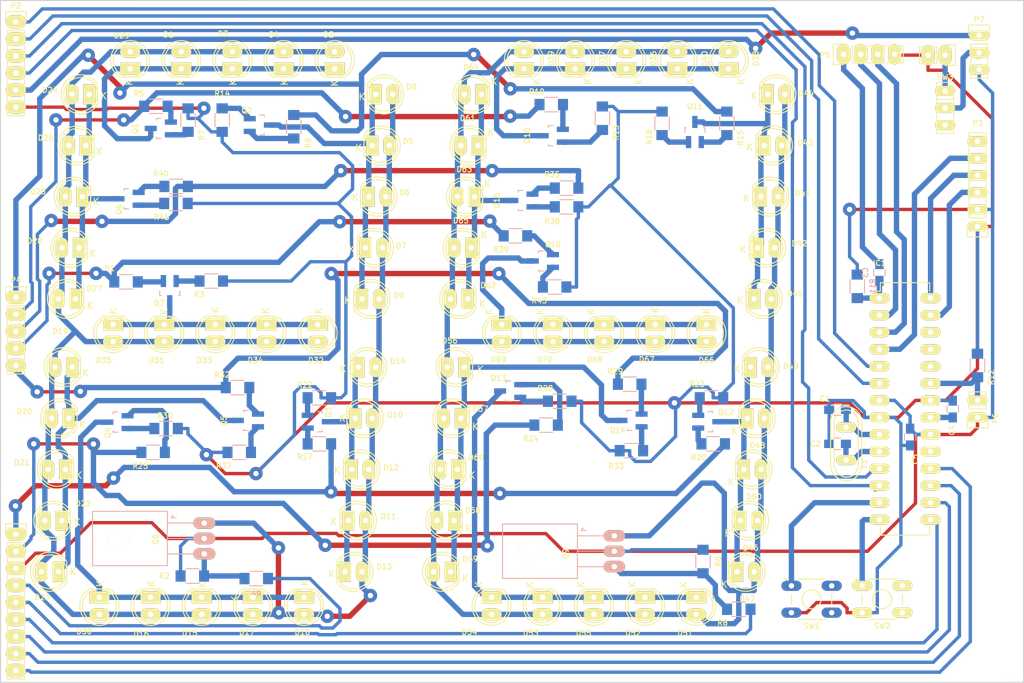
<source format=kicad_pcb>
(kicad_pcb (version 20171130) (host pcbnew "(5.1.12)-1")
  (layers (0 F.Cu signal) (31 B.Cu signal) (34 B.Paste user hide) (35 F.Paste user hide) (36 B.SilkS user hide) (37 F.SilkS user hide) (38 B.Mask user hide) (39 F.Mask user hide) (44 Edge.Cuts user))
  (net 0 "")
  (net 1 "Net-(Q1-Pad1)")
  (net 2 "Net-(Q1-Pad2)")
  (net 3 "Net-(D1-Pad1)")
  (net 4 "Net-(Q2-Pad1)")
  (net 5 "Net-(Q2-Pad2)")
  (net 6 "Net-(D5-Pad1)")
  (net 7 GND)
  (net 8 "Net-(Q3-Pad1)")
  (net 9 "Net-(Q3-Pad2)")
  (net 10 "Net-(D10-Pad1)")
  (net 11 "Net-(Q4-Pad1)")
  (net 12 "Net-(Q4-Pad2)")
  (net 13 "Net-(D15-Pad1)")
  (net 14 "Net-(Q5-Pad1)")
  (net 15 "Net-(Q5-Pad2)")
  (net 16 "Net-(D19-Pad1)")
  (net 17 "Net-(Q6-Pad1)")
  (net 18 "Net-(Q6-Pad2)")
  (net 19 "Net-(D24-Pad1)")
  (net 20 "Net-(Q7-Pad1)")
  (net 21 "Net-(Q7-Pad2)")
  (net 22 "Net-(D31-Pad1)")
  (net 23 "Net-(Q8-Pad3)")
  (net 24 "Net-(D36-Pad2)")
  (net 25 "Net-(Q9-Pad3)")
  (net 26 "Net-(Q10-Pad1)")
  (net 27 "Net-(Q10-Pad2)")
  (net 28 "Net-(D36-Pad1)")
  (net 29 "Net-(Q11-Pad1)")
  (net 30 "Net-(Q11-Pad2)")
  (net 31 "Net-(D41-Pad1)")
  (net 32 "Net-(Q12-Pad1)")
  (net 33 "Net-(Q12-Pad2)")
  (net 34 "Net-(D46-Pad1)")
  (net 35 "Net-(Q13-Pad1)")
  (net 36 "Net-(Q13-Pad2)")
  (net 37 "Net-(D51-Pad1)")
  (net 38 "Net-(Q14-Pad1)")
  (net 39 "Net-(Q14-Pad2)")
  (net 40 "Net-(D56-Pad1)")
  (net 41 "Net-(Q15-Pad1)")
  (net 42 "Net-(Q15-Pad2)")
  (net 43 "Net-(D61-Pad1)")
  (net 44 "Net-(Q16-Pad1)")
  (net 45 "Net-(Q16-Pad2)")
  (net 46 "Net-(D66-Pad1)")
  (net 47 "Net-(D1-Pad2)")
  (net 48 /SEG_G)
  (net 49 /SEG_B)
  (net 50 /SEG_A)
  (net 51 /SEG_F)
  (net 52 /SEG_E)
  (net 53 /SEG_C)
  (net 54 /SEG_D)
  (net 55 /D3_IN)
  (net 56 /D4_IN)
  (net 57 +5V)
  (net 58 ~RESET)
  (net 59 SDA)
  (net 60 SCL)
  (net 61 SQW)
  (net 62 RST)
  (net 63 TX)
  (net 64 RX)
  (net 65 "Net-(IC1-Pad19)")
  (net 66 "Net-(C4-Pad1)")
  (net 67 "Net-(IC1-Pad24)")
  (net 68 "Net-(IC1-Pad25)")
  (net 69 "Net-(IC1-Pad26)")
  (net 70 OSC1)
  (net 71 OSC2)
  (net 72 KEY_MENU)
  (net 73 KEY_UP)
  (net 74 BCD_B)
  (net 75 BCD_C)
  (net 76 BCD_D)
  (net 77 BCD_A)
  (net 78 PWM)
  (net 79 DIG_2)
  (net 80 DIG_1)
  (net 81 DIG_0)
  (net 82 LDR)
  (net 83 VIN)
  (net 84 VSUPPLY)
  (net 85 VSUP)
  (net 86 "Net-(SW3-Pad3)")
  (module TO_SOT_Packages_THT:SOT126_SOT32_Housing_Horizontal (layer B.Cu) (at 79.883 105.283 270)
    (fp_text reference Q8 (at 0.127 7.239 270) (layer F.SilkS) (effects (font (size 0.8 0.8))))
    (fp_text value BD140)
    (pad 2 thru_hole oval (at 0 0 270) (size 1.7 3.3) (drill 0.8) (layers *.Cu *.Mask B.SilkS) (net 57 +5V))
    (pad 1 thru_hole oval (at -2.29108 0 270) (size 1.7 3.3) (drill 0.8) (layers *.Cu *.Mask B.SilkS) (net 47 "Net-(D1-Pad2)"))
    (pad 3 thru_hole oval (at 2.29108 0 270) (size 1.7 3.3) (drill 0.8) (layers *.Cu *.Mask B.SilkS) (net 23 "Net-(Q8-Pad3)"))
    (pad "" np_thru_hole circle (at 0 12.79906 270) (size 3.2004 3.2004) (drill 3.2004) (layers *.Cu *.Mask B.SilkS))
  )
  (module TO_SOT_Packages_THT:SOT126_SOT32_Housing_Horizontal (layer B.Cu) (at 140.97 107.183 270)
    (fp_text reference Q9 (at 0.38608 7.239 270) (layer F.SilkS) (effects (font (size 0.8 0.8))))
    (fp_text value BD140)
    (pad 2 thru_hole oval (at 0 0 270) (size 1.7 3.2) (drill 0.8) (layers *.Cu *.Mask B.SilkS) (net 57 +5V))
    (pad 1 thru_hole oval (at -2.29108 0 270) (size 1.7 3.2) (drill 0.8) (layers *.Cu *.Mask B.SilkS) (net 24 "Net-(D36-Pad2)"))
    (pad 3 thru_hole oval (at 2.29108 0 270) (size 1.7 3.2) (drill 0.8) (layers *.Cu *.Mask B.SilkS) (net 25 "Net-(Q9-Pad3)"))
    (pad "" np_thru_hole circle (at 0 12.79906 270) (size 3.2004 3.2004) (drill 3.2004) (layers *.Cu *.Mask B.SilkS))
  )
  (module Pin_Headers:Pin_Header_Straight_1x04 (layer F.Cu) (at 175.133 33.147 90)
    (fp_text reference P5 (at -0.127 -2.794 180) (layer F.SilkS) (effects (font (size 0.8 0.8))))
    (fp_text value ICSP)
    (pad 1 thru_hole oval (at 0 0 90) (size 3 2) (drill 0.8) (layers *.Cu *.Mask F.SilkS) (net 62 RST))
    (pad 2 thru_hole oval (at 0 2.54 90) (size 3 2) (drill 0.8) (layers *.Cu *.Mask F.SilkS) (net 64 RX))
    (pad 3 thru_hole oval (at 0 5.08 90) (size 3 2) (drill 0.8) (layers *.Cu *.Mask F.SilkS) (net 63 TX))
    (pad 4 thru_hole oval (at 0 7.62 90) (size 3 2) (drill 0.8) (layers *.Cu *.Mask F.SilkS) (net 7 GND))
  )
  (module Pin_Headers:Pin_Header_Straight_1x02 (layer F.Cu) (at 190.246 33.274 270)
    (fp_text reference P8 (at 0 -5.1 270) (layer F.SilkS) (effects (font (size 0.8 0.8))))
    (fp_text value PWR_IN)
    (pad 1 thru_hole oval (at 0 0 270) (size 3 2) (drill 0.8) (layers *.Cu *.Mask F.SilkS) (net 85 VSUP))
    (pad 2 thru_hole oval (at 0 2.54 270) (size 3 2) (drill 0.8) (layers *.Cu *.Mask F.SilkS) (net 7 GND))
  )
  (module Pin_Headers:Pin_Header_Straight_1x09 (layer F.Cu) (at 51.816 104.648)
    (fp_text reference P1 (at -2.794 18.034) (layer F.SilkS) (effects (font (size 0.8 0.8))))
    (fp_text value BOT_PINS)
    (pad 1 thru_hole oval (at 0 0) (size 3 2) (drill 0.8) (layers *.Cu *.Mask F.SilkS) (net 53 /SEG_C))
    (pad 2 thru_hole oval (at 0 2.54) (size 3 2) (drill 0.8) (layers *.Cu *.Mask F.SilkS) (net 54 /SEG_D))
    (pad 3 thru_hole oval (at 0 5.08) (size 3 2) (drill 0.8) (layers *.Cu *.Mask F.SilkS) (net 57 +5V))
    (pad 4 thru_hole oval (at 0 7.62) (size 3 2) (drill 0.8) (layers *.Cu *.Mask F.SilkS) (net 55 /D3_IN))
    (pad 5 thru_hole oval (at 0 10.16) (size 3 2) (drill 0.8) (layers *.Cu *.Mask F.SilkS) (net 56 /D4_IN))
    (pad 6 thru_hole oval (at 0 12.7) (size 3 2) (drill 0.8) (layers *.Cu *.Mask F.SilkS) (net 78 PWM))
    (pad 7 thru_hole oval (at 0 15.24) (size 3 2) (drill 0.8) (layers *.Cu *.Mask F.SilkS) (net 79 DIG_2))
    (pad 8 thru_hole oval (at 0 17.78) (size 3 2) (drill 0.8) (layers *.Cu *.Mask F.SilkS) (net 80 DIG_1))
    (pad 9 thru_hole oval (at 0 20.32) (size 3 2) (drill 0.8) (layers *.Cu *.Mask F.SilkS) (net 81 DIG_0))
  )
  (module Pin_Headers:Pin_Header_Straight_1x05 (layer F.Cu) (at 51.816 69.342)
    (fp_text reference P4 (at 0 -2.54) (layer F.SilkS) (effects (font (size 0.8 0.8))))
    (fp_text value CONN_01X05)
    (pad 1 thru_hole oval (at 0 0) (size 3 2) (drill 0.8) (layers *.Cu *.Mask F.SilkS) (net 49 /SEG_B))
    (pad 2 thru_hole oval (at 0 2.54) (size 3 2) (drill 0.8) (layers *.Cu *.Mask F.SilkS) (net 50 /SEG_A))
    (pad 3 thru_hole oval (at 0 5.08) (size 3 2) (drill 0.8) (layers *.Cu *.Mask F.SilkS) (net 51 /SEG_F))
    (pad 4 thru_hole oval (at 0 7.62) (size 3 2) (drill 0.8) (layers *.Cu *.Mask F.SilkS) (net 48 /SEG_G))
    (pad 5 thru_hole oval (at 0 10.16) (size 3 2) (drill 0.8) (layers *.Cu *.Mask F.SilkS) (net 52 /SEG_E))
  )
  (module Pin_Headers:Pin_Header_Straight_1x06 (layer F.Cu) (at 51.816 28.321)
    (fp_text reference P2 (at 0 -2.413) (layer F.SilkS) (effects (font (size 0.8 0.8))))
    (fp_text value TOP_PINS)
    (pad 1 thru_hole oval (at 0 0) (size 3 2) (drill 0.8) (layers *.Cu *.Mask F.SilkS) (net 74 BCD_B))
    (pad 2 thru_hole oval (at 0 2.54) (size 3 2) (drill 0.8) (layers *.Cu *.Mask F.SilkS) (net 75 BCD_C))
    (pad 3 thru_hole oval (at 0 5.08) (size 3 2) (drill 0.8) (layers *.Cu *.Mask F.SilkS) (net 76 BCD_D))
    (pad 4 thru_hole oval (at 0 7.62) (size 3 2) (drill 0.8) (layers *.Cu *.Mask F.SilkS) (net 77 BCD_A))
    (pad 5 thru_hole oval (at 0 10.16) (size 3 2) (drill 0.8) (layers *.Cu *.Mask F.SilkS) (net 83 VIN))
    (pad 6 thru_hole oval (at 0 12.7) (size 3 2) (drill 0.8) (layers *.Cu *.Mask F.SilkS) (net 7 GND))
  )
  (module Buttons_Switches_ThroughHole:SW_TH_Tactile_Omron_B3F-10xx (layer F.Cu) (at 177.896 112.332)
    (fp_text reference SW2 (at 3 6) (layer F.SilkS) (effects (font (size 0.8 0.8))))
    (fp_text value UP)
    (pad 3 thru_hole oval (at 6 4) (size 3 1.5) (drill 0.8) (layers *.Cu *.Mask F.SilkS))
    (pad 2 thru_hole oval (at 0 4) (size 3 1.5) (drill 0.8) (layers *.Cu *.Mask F.SilkS) (net 7 GND))
    (pad 4 thru_hole oval (at 6 0) (size 3 1.5) (drill 0.8) (layers *.Cu *.Mask F.SilkS))
    (pad 1 thru_hole oval (at 0 0) (size 3 1.5) (drill 0.8) (layers *.Cu *.Mask F.SilkS) (net 72 KEY_MENU))
  )
  (module Buttons_Switches_ThroughHole:SW_TH_Tactile_Omron_B3F-10xx (layer F.Cu) (at 167.355 112.332)
    (fp_text reference SW1 (at 3 6) (layer F.SilkS) (effects (font (size 0.8 0.8))))
    (fp_text value MENU)
    (pad 3 thru_hole oval (at 6 4) (size 3 1.5) (drill 0.8) (layers *.Cu *.Mask))
    (pad 2 thru_hole oval (at 0 4) (size 3 1.5) (drill 0.8) (layers *.Cu *.Mask) (net 7 GND))
    (pad 4 thru_hole oval (at 6 0) (size 3 1.5) (drill 0.8) (layers *.Cu *.Mask))
    (pad 1 thru_hole oval (at 0 0) (size 3 1.5) (drill 0.8) (layers *.Cu *.Mask) (net 73 KEY_UP))
  )
  (module Crystals:Crystal_HC49-U_Vertical (layer F.Cu) (at 175.514 91.1581 270)
    (fp_text reference Y1 (at 3.07594 -2.667 270) (layer F.SilkS) (effects (font (size 0.8 0.8))))
    (fp_text value 16MHZ)
    (pad 1 thru_hole oval (at -2.44094 0) (size 3 1.5) (drill 0.8001) (layers *.Cu *.Mask F.SilkS) (net 70 OSC1))
    (pad 2 thru_hole oval (at 2.44094 0) (size 3 1.5) (drill 0.8001) (layers *.Cu *.Mask F.SilkS) (net 71 OSC2))
  )
  (module Pin_Headers:Pin_Header_Straight_1x02 (layer F.Cu) (at 195.072 87.249 180)
    (fp_text reference P6 (at -2.667 -0.127 270) (layer F.SilkS) (effects (font (size 0.8 0.8))))
    (fp_text value LDR)
    (pad 1 thru_hole oval (at 0 0 180) (size 3 1.5) (drill 0.8) (layers *.Cu *.Mask F.SilkS) (net 57 +5V))
    (pad 2 thru_hole oval (at 0 2.54 180) (size 3 1.5) (drill 0.8) (layers *.Cu *.Mask F.SilkS) (net 82 LDR))
  )
  (module Pin_Headers:Pin_Header_Straight_1x03 (layer F.Cu) (at 195.326 30.353)
    (fp_text reference P7 (at 0 -2.413) (layer F.SilkS) (effects (font (size 0.8 0.8))))
    (fp_text value PWR_SEL)
    (pad 1 thru_hole oval (at 0 0) (size 3 1.5) (drill 0.8) (layers *.Cu *.Mask F.SilkS) (net 83 VIN))
    (pad 2 thru_hole oval (at 0 2.54) (size 3 1.5) (drill 0.8) (layers *.Cu *.Mask F.SilkS) (net 84 VSUPPLY))
    (pad 3 thru_hole oval (at 0 5.08) (size 3 1.5) (drill 0.8) (layers *.Cu *.Mask F.SilkS) (net 57 +5V))
  )
  (module Buttons_Switches_ThroughHole:SW_Micro_SPST (layer F.Cu) (at 190.246 41.148 270)
    (fp_text reference SW3 (at -4.572 0) (layer F.SilkS) (effects (font (size 0.8 0.8))))
    (fp_text value Switch_SPDT_x2)
    (pad 1 thru_hole oval (at -2.54 0) (size 3 1.5) (drill 0.8128) (layers *.Cu *.Mask F.SilkS) (net 85 VSUP))
    (pad 2 thru_hole oval (at 0 0) (size 3 1.5) (drill 0.8128) (layers *.Cu *.Mask F.SilkS) (net 84 VSUPPLY))
    (pad 3 thru_hole oval (at 2.54 0) (size 3 1.5) (drill 0.8128) (layers *.Cu *.Mask F.SilkS) (net 86 "Net-(SW3-Pad3)"))
  )
  (module Pin_Headers:Pin_Header_Straight_1x06 (layer F.Cu) (at 195.072 58.801 180)
    (fp_text reference P3 (at 0 15.367) (layer F.SilkS) (effects (font (size 0.8 0.8))))
    (fp_text value DS3231)
    (pad 1 thru_hole oval (at 0 0 180) (size 3 1.5) (drill 0.8) (layers *.Cu *.Mask F.SilkS) (net 7 GND))
    (pad 2 thru_hole oval (at 0 2.54 180) (size 3 1.5) (drill 0.8) (layers *.Cu *.Mask F.SilkS) (net 57 +5V))
    (pad 3 thru_hole oval (at 0 5.08 180) (size 3 1.5) (drill 0.8) (layers *.Cu *.Mask F.SilkS) (net 59 SDA))
    (pad 4 thru_hole oval (at 0 7.62 180) (size 3 1.5) (drill 0.8) (layers *.Cu *.Mask F.SilkS) (net 60 SCL))
    (pad 5 thru_hole oval (at 0 10.16 180) (size 3 1.5) (drill 0.8) (layers *.Cu *.Mask F.SilkS) (net 61 SQW))
    (pad 6 thru_hole oval (at 0 12.7 180) (size 3 1.5) (drill 0.8) (layers *.Cu *.Mask F.SilkS))
  )
  (module Housings_DIP:DIP-28_W7.62mm_LongPads (layer F.Cu) (at 180.467 69.469)
    (fp_text reference IC1 (at 0 -5.22) (layer F.SilkS) (effects (font (size 0.8 0.8))))
    (fp_text value ATMEGA328P-P)
    (pad 1 thru_hole oval (at 0 0) (size 3 1.5) (drill 0.8) (layers *.Cu *.Mask F.SilkS) (net 58 ~RESET))
    (pad 2 thru_hole oval (at 0 2.54) (size 3 1.5) (drill 0.8) (layers *.Cu *.Mask F.SilkS) (net 64 RX))
    (pad 3 thru_hole oval (at 0 5.08) (size 3 1.5) (drill 0.8) (layers *.Cu *.Mask F.SilkS) (net 63 TX))
    (pad 4 thru_hole oval (at 0 7.62) (size 3 1.5) (drill 0.8) (layers *.Cu *.Mask F.SilkS) (net 61 SQW))
    (pad 5 thru_hole oval (at 0 10.16) (size 3 1.5) (drill 0.8) (layers *.Cu *.Mask F.SilkS) (net 74 BCD_B))
    (pad 6 thru_hole oval (at 0 12.7) (size 3 1.5) (drill 0.8) (layers *.Cu *.Mask F.SilkS) (net 75 BCD_C))
    (pad 7 thru_hole oval (at 0 15.24) (size 3 1.5) (drill 0.8) (layers *.Cu *.Mask F.SilkS) (net 57 +5V))
    (pad 8 thru_hole oval (at 0 17.78) (size 3 1.5) (drill 0.8) (layers *.Cu *.Mask F.SilkS) (net 7 GND))
    (pad 9 thru_hole oval (at 0 20.32) (size 3 1.5) (drill 0.8) (layers *.Cu *.Mask F.SilkS) (net 70 OSC1))
    (pad 10 thru_hole oval (at 0 22.86) (size 3 1.5) (drill 0.8) (layers *.Cu *.Mask F.SilkS) (net 71 OSC2))
    (pad 11 thru_hole oval (at 0 25.4) (size 3 1.5) (drill 0.8) (layers *.Cu *.Mask F.SilkS) (net 76 BCD_D))
    (pad 12 thru_hole oval (at 0 27.94) (size 3 1.5) (drill 0.8) (layers *.Cu *.Mask F.SilkS) (net 77 BCD_A))
    (pad 13 thru_hole oval (at 0 30.48) (size 3 1.5) (drill 0.8) (layers *.Cu *.Mask F.SilkS) (net 73 KEY_UP))
    (pad 14 thru_hole oval (at 0 33.02) (size 3 1.5) (drill 0.8) (layers *.Cu *.Mask F.SilkS) (net 72 KEY_MENU))
    (pad 15 thru_hole oval (at 7.62 33.02) (size 3 1.5) (drill 0.8) (layers *.Cu *.Mask F.SilkS) (net 78 PWM))
    (pad 16 thru_hole oval (at 7.62 30.48) (size 3 1.5) (drill 0.8) (layers *.Cu *.Mask F.SilkS) (net 79 DIG_2))
    (pad 17 thru_hole oval (at 7.62 27.94) (size 3 1.5) (drill 0.8) (layers *.Cu *.Mask F.SilkS) (net 80 DIG_1))
    (pad 18 thru_hole oval (at 7.62 25.4) (size 3 1.5) (drill 0.8) (layers *.Cu *.Mask F.SilkS) (net 81 DIG_0))
    (pad 19 thru_hole oval (at 7.62 22.86) (size 3 1.5) (drill 0.8) (layers *.Cu *.Mask F.SilkS) (net 65 "Net-(IC1-Pad19)"))
    (pad 20 thru_hole oval (at 7.62 20.32) (size 3 1.5) (drill 0.8) (layers *.Cu *.Mask F.SilkS) (net 57 +5V))
    (pad 21 thru_hole oval (at 7.62 17.78) (size 3 1.5) (drill 0.8) (layers *.Cu *.Mask F.SilkS) (net 66 "Net-(C4-Pad1)"))
    (pad 22 thru_hole oval (at 7.62 15.24) (size 3 1.5) (drill 0.8) (layers *.Cu *.Mask F.SilkS) (net 7 GND))
    (pad 23 thru_hole oval (at 7.62 12.7) (size 3 1.5) (drill 0.8) (layers *.Cu *.Mask F.SilkS) (net 82 LDR))
    (pad 24 thru_hole oval (at 7.62 10.16) (size 3 1.5) (drill 0.8) (layers *.Cu *.Mask F.SilkS) (net 67 "Net-(IC1-Pad24)"))
    (pad 25 thru_hole oval (at 7.62 7.62) (size 3 1.5) (drill 0.8) (layers *.Cu *.Mask F.SilkS) (net 68 "Net-(IC1-Pad25)"))
    (pad 26 thru_hole oval (at 7.62 5.08) (size 3 1.5) (drill 0.8) (layers *.Cu *.Mask F.SilkS) (net 69 "Net-(IC1-Pad26)"))
    (pad 27 thru_hole oval (at 7.62 2.54) (size 3 1.5) (drill 0.8) (layers *.Cu *.Mask F.SilkS) (net 59 SDA))
    (pad 28 thru_hole oval (at 7.62 0) (size 3 1.5) (drill 0.8) (layers *.Cu *.Mask F.SilkS) (net 60 SCL))
  )
  (module Resistors_SMD:R_1206_HandSoldering (layer B.Cu) (at 80.927 66.929)
    (fp_text reference R3 (at -1.806 2.032) (layer F.SilkS) (effects (font (size 0.8 0.8))))
    (fp_text value 68)
    (pad 1 smd rect (at -1.75 0) (size 1.5 1.7) (layers B.Cu B.Paste B.Mask) (net 21 "Net-(Q7-Pad2)"))
    (pad 2 smd rect (at 1.75 0) (size 1.5 1.7) (layers B.Cu B.Paste B.Mask) (net 7 GND))
  )
  (module Resistors_SMD:R_1206_HandSoldering (layer B.Cu) (at 78.105 110.871 180)
    (fp_text reference R2 (at 4.191 0 180) (layer F.SilkS) (effects (font (size 0.8 0.8))))
    (fp_text value 0)
    (pad 1 smd rect (at -1.75 0 180) (size 1.5 1.7) (layers B.Cu B.Paste B.Mask) (net 23 "Net-(Q8-Pad3)"))
    (pad 2 smd rect (at 1.75 0 180) (size 1.5 1.7) (layers B.Cu B.Paste B.Mask) (net 57 +5V))
  )
  (module Resistors_SMD:R_1206_HandSoldering (layer B.Cu) (at 154.178 108.712 90)
    (fp_text reference R6 (at 0 2.3 270) (layer F.SilkS) (effects (font (size 0.8 0.8))))
    (fp_text value 0)
    (pad 1 smd rect (at -1.75 0 90) (size 1.5 1.7) (layers B.Cu B.Paste B.Mask) (net 25 "Net-(Q9-Pad3)"))
    (pad 2 smd rect (at 1.75 0 90) (size 1.5 1.7) (layers B.Cu B.Paste B.Mask) (net 57 +5V))
  )
  (module Resistors_SMD:R_1206_HandSoldering (layer B.Cu) (at 159.512 115.824)
    (fp_text reference R8 (at -2.413 2.032) (layer F.SilkS) (effects (font (size 0.8 0.8))))
    (fp_text value 220)
    (pad 1 smd rect (at -1.75 0) (size 1.5 1.7) (layers B.Cu B.Paste B.Mask) (net 25 "Net-(Q9-Pad3)"))
    (pad 2 smd rect (at 1.75 0) (size 1.5 1.7) (layers B.Cu B.Paste B.Mask) (net 56 /D4_IN))
  )
  (module Resistors_SMD:R_1206_HandSoldering (layer B.Cu) (at 143.51 92.202 180)
    (fp_text reference R33 (at 2.286 -2.286 180) (layer F.SilkS) (effects (font (size 0.8 0.8))))
    (fp_text value 68)
    (pad 1 smd rect (at -1.75 0 180) (size 1.5 1.7) (layers B.Cu B.Paste B.Mask) (net 39 "Net-(Q14-Pad2)"))
    (pad 2 smd rect (at 1.75 0 180) (size 1.5 1.7) (layers B.Cu B.Paste B.Mask) (net 7 GND))
  )
  (module TO_SOT_Packages_SMD:SOT-23_Handsoldering (layer B.Cu) (at 86.3829 87.696 270)
    (fp_text reference Q5 (at 0.061 3.57886 270) (layer F.SilkS) (effects (font (size 0.8 0.8))))
    (fp_text value MMBT3904)
    (pad 1 smd rect (at -0.95 -1.50114 270) (size 0.8001 1.80086) (layers B.Cu B.Paste B.Mask) (net 14 "Net-(Q5-Pad1)"))
    (pad 2 smd rect (at 0.95 -1.50114 270) (size 0.8001 1.80086) (layers B.Cu B.Paste B.Mask) (net 15 "Net-(Q5-Pad2)"))
    (pad 3 smd rect (at 0 1.50114 270) (size 0.8001 1.80086) (layers B.Cu B.Paste B.Mask) (net 16 "Net-(D19-Pad1)"))
  )
  (module Resistors_SMD:R_1206_HandSoldering (layer B.Cu) (at 97.028 91.186)
    (fp_text reference R17 (at -2.159 1.905) (layer F.SilkS) (effects (font (size 0.8 0.8))))
    (fp_text value 560)
    (pad 1 smd rect (at -1.75 0) (size 1.5 1.7) (layers B.Cu B.Paste B.Mask) (net 8 "Net-(Q3-Pad1)"))
    (pad 2 smd rect (at 1.75 0) (size 1.5 1.7) (layers B.Cu B.Paste B.Mask) (net 53 /SEG_C))
  )
  (module Resistors_SMD:R_1206_HandSoldering (layer B.Cu) (at 93.218 43.942 90)
    (fp_text reference R9 (at -2.413 2.159 90) (layer F.SilkS) (effects (font (size 0.8 0.8))))
    (fp_text value 560)
    (pad 1 smd rect (at -1.75 0 90) (size 1.5 1.7) (layers B.Cu B.Paste B.Mask) (net 4 "Net-(Q2-Pad1)"))
    (pad 2 smd rect (at 1.75 0 90) (size 1.5 1.7) (layers B.Cu B.Paste B.Mask) (net 49 /SEG_B))
  )
  (module Resistors_SMD:R_1206_HandSoldering (layer B.Cu) (at 77.47 42.954 90)
    (fp_text reference R7 (at -2.258 2.032 90) (layer F.SilkS) (effects (font (size 0.8 0.8))))
    (fp_text value 68)
    (pad 1 smd rect (at -1.75 0 90) (size 1.5 1.7) (layers B.Cu B.Paste B.Mask) (net 2 "Net-(Q1-Pad2)"))
    (pad 2 smd rect (at 1.75 0 90) (size 1.5 1.7) (layers B.Cu B.Paste B.Mask) (net 7 GND))
  )
  (module TO_SOT_Packages_SMD:SOT-23_Handsoldering (layer B.Cu) (at 66.9519 87.95 270)
    (fp_text reference Q4 (at 1.585 1.41986 270) (layer F.SilkS) (effects (font (size 0.8 0.8))))
    (fp_text value MMBT3904)
    (pad 1 smd rect (at -0.95 -1.50114 270) (size 0.8001 1.80086) (layers B.Cu B.Paste B.Mask) (net 11 "Net-(Q4-Pad1)"))
    (pad 2 smd rect (at 0.95 -1.50114 270) (size 0.8001 1.80086) (layers B.Cu B.Paste B.Mask) (net 12 "Net-(Q4-Pad2)"))
    (pad 3 smd rect (at 0 1.50114 270) (size 0.8001 1.80086) (layers B.Cu B.Paste B.Mask) (net 13 "Net-(D15-Pad1)"))
  )
  (module Resistors_SMD:R_1206_HandSoldering (layer B.Cu) (at 74.196 88.9)
    (fp_text reference R30 (at -0.155 -1.905) (layer F.SilkS) (effects (font (size 0.8 0.8))))
    (fp_text value 68)
    (pad 1 smd rect (at -1.75 0) (size 1.5 1.7) (layers B.Cu B.Paste B.Mask) (net 12 "Net-(Q4-Pad2)"))
    (pad 2 smd rect (at 1.75 0) (size 1.5 1.7) (layers B.Cu B.Paste B.Mask) (net 7 GND))
  )
  (module Resistors_SMD:R_1206_HandSoldering (layer B.Cu) (at 72.263 92.456 180)
    (fp_text reference R25 (at 1.905 -2.032 180) (layer F.SilkS) (effects (font (size 0.8 0.8))))
    (fp_text value 560)
    (pad 1 smd rect (at -1.75 0 180) (size 1.5 1.7) (layers B.Cu B.Paste B.Mask) (net 11 "Net-(Q4-Pad1)"))
    (pad 2 smd rect (at 1.75 0 180) (size 1.5 1.7) (layers B.Cu B.Paste B.Mask) (net 54 /SEG_D))
  )
  (module Resistors_SMD:R_1206_HandSoldering (layer B.Cu) (at 68.227 67.056 180)
    (fp_text reference R1 (at 2.441 2.032 180) (layer F.SilkS) (effects (font (size 0.8 0.8))))
    (fp_text value 560)
    (pad 1 smd rect (at -1.75 0 180) (size 1.5 1.7) (layers B.Cu B.Paste B.Mask) (net 20 "Net-(Q7-Pad1)"))
    (pad 2 smd rect (at 1.75 0 180) (size 1.5 1.7) (layers B.Cu B.Paste B.Mask) (net 48 /SEG_G))
  )
  (module Resistors_SMD:R_1206_HandSoldering (layer B.Cu) (at 87.63 111.252)
    (fp_text reference R4 (at 0 2.3) (layer B.SilkS) (effects (font (size 0.8 0.8)) (justify mirror)))
    (fp_text value 220)
    (pad 1 smd rect (at -1.75 0) (size 1.5 1.7) (layers B.Cu B.Paste B.Mask) (net 23 "Net-(Q8-Pad3)"))
    (pad 2 smd rect (at 1.75 0) (size 1.5 1.7) (layers B.Cu B.Paste B.Mask) (net 55 /D3_IN))
  )
  (module TO_SOT_Packages_SMD:SOT-23_Handsoldering (layer B.Cu) (at 73.406 44.196 270)
    (fp_text reference Q1 (at 0 3.81 270) (layer F.SilkS) (effects (font (size 0.8 0.8))))
    (fp_text value MMBT3904)
    (pad 1 smd rect (at -0.95 -1.50114 270) (size 0.8001 1.80086) (layers B.Cu B.Paste B.Mask) (net 1 "Net-(Q1-Pad1)"))
    (pad 2 smd rect (at 0.95 -1.50114 270) (size 0.8001 1.80086) (layers B.Cu B.Paste B.Mask) (net 2 "Net-(Q1-Pad2)"))
    (pad 3 smd rect (at 0 1.50114 270) (size 0.8001 1.80086) (layers B.Cu B.Paste B.Mask) (net 3 "Net-(D1-Pad1)"))
  )
  (module Resistors_SMD:R_1206_HandSoldering (layer B.Cu) (at 72.672 40.894 180)
    (fp_text reference R5 (at 2.568 1.905 180) (layer F.SilkS) (effects (font (size 0.8 0.8))))
    (fp_text value 560)
    (pad 1 smd rect (at -1.75 0 180) (size 1.5 1.7) (layers B.Cu B.Paste B.Mask) (net 1 "Net-(Q1-Pad1)"))
    (pad 2 smd rect (at 1.75 0 180) (size 1.5 1.7) (layers B.Cu B.Paste B.Mask) (net 50 /SEG_A))
  )
  (module Resistors_SMD:R_1206_HandSoldering (layer B.Cu) (at 84.836 82.804 180)
    (fp_text reference R32 (at 2.286 1.905 180) (layer F.SilkS) (effects (font (size 0.8 0.8))))
    (fp_text value 560)
    (pad 1 smd rect (at -1.75 0 180) (size 1.5 1.7) (layers B.Cu B.Paste B.Mask) (net 14 "Net-(Q5-Pad1)"))
    (pad 2 smd rect (at 1.75 0 180) (size 1.5 1.7) (layers B.Cu B.Paste B.Mask) (net 52 /SEG_E))
  )
  (module Resistors_SMD:R_1206_HandSoldering (layer B.Cu) (at 85.09 92.456 180)
    (fp_text reference R37 (at 2.286 -2.032) (layer F.SilkS) (effects (font (size 0.8 0.8))))
    (fp_text value 68)
    (pad 1 smd rect (at -1.75 0 180) (size 1.5 1.7) (layers B.Cu B.Paste B.Mask) (net 15 "Net-(Q5-Pad2)"))
    (pad 2 smd rect (at 1.75 0 180) (size 1.5 1.7) (layers B.Cu B.Paste B.Mask) (net 7 GND))
  )
  (module Resistors_SMD:R_1206_HandSoldering (layer B.Cu) (at 75.692 52.832)
    (fp_text reference R40 (at -2.286 -1.905) (layer F.SilkS) (effects (font (size 0.8 0.8))))
    (fp_text value 560)
    (pad 1 smd rect (at -1.75 0) (size 1.5 1.7) (layers B.Cu B.Paste B.Mask) (net 17 "Net-(Q6-Pad1)"))
    (pad 2 smd rect (at 1.75 0) (size 1.5 1.7) (layers B.Cu B.Paste B.Mask) (net 51 /SEG_F))
  )
  (module TO_SOT_Packages_SMD:SOT-23_Handsoldering (layer B.Cu) (at 88.1609 43.688 90)
    (fp_text reference Q2 (at 2.159 -1.92786 180) (layer F.SilkS) (effects (font (size 0.8 0.8))))
    (fp_text value MMBT3904)
    (pad 1 smd rect (at -0.95 -1.50114 90) (size 0.8001 1.80086) (layers B.Cu B.Paste B.Mask) (net 4 "Net-(Q2-Pad1)"))
    (pad 2 smd rect (at 0.95 -1.50114 90) (size 0.8001 1.80086) (layers B.Cu B.Paste B.Mask) (net 5 "Net-(Q2-Pad2)"))
    (pad 3 smd rect (at 0 1.50114 90) (size 0.8001 1.80086) (layers B.Cu B.Paste B.Mask) (net 6 "Net-(D5-Pad1)"))
  )
  (module Resistors_SMD:R_1206_HandSoldering (layer B.Cu) (at 82.55 42.954 270)
    (fp_text reference R14 (at -3.965 0) (layer F.SilkS) (effects (font (size 0.8 0.8))))
    (fp_text value 68)
    (pad 1 smd rect (at -1.75 0 270) (size 1.5 1.7) (layers B.Cu B.Paste B.Mask) (net 5 "Net-(Q2-Pad2)"))
    (pad 2 smd rect (at 1.75 0 270) (size 1.5 1.7) (layers B.Cu B.Paste B.Mask) (net 7 GND))
  )
  (module TO_SOT_Packages_SMD:SOT-23_Handsoldering (layer B.Cu) (at 96.7969 87.884 90)
    (fp_text reference Q3 (at 1.397 1.62814 90) (layer F.SilkS) (effects (font (size 0.8 0.8))))
    (fp_text value MMBT3904)
    (pad 1 smd rect (at -0.95 -1.50114 90) (size 0.8001 1.80086) (layers B.Cu B.Paste B.Mask) (net 8 "Net-(Q3-Pad1)"))
    (pad 2 smd rect (at 0.95 -1.50114 90) (size 0.8001 1.80086) (layers B.Cu B.Paste B.Mask) (net 9 "Net-(Q3-Pad2)"))
    (pad 3 smd rect (at 0 1.50114 90) (size 0.8001 1.80086) (layers B.Cu B.Paste B.Mask) (net 10 "Net-(D10-Pad1)"))
  )
  (module Resistors_SMD:R_1206_HandSoldering (layer B.Cu) (at 97.028 84.328)
    (fp_text reference R22 (at -2.159 -1.905) (layer F.SilkS) (effects (font (size 0.8 0.8))))
    (fp_text value 68)
    (pad 1 smd rect (at -1.75 0) (size 1.5 1.7) (layers B.Cu B.Paste B.Mask) (net 9 "Net-(Q3-Pad2)"))
    (pad 2 smd rect (at 1.75 0) (size 1.5 1.7) (layers B.Cu B.Paste B.Mask) (net 7 GND))
  )
  (module TO_SOT_Packages_SMD:SOT-23_Handsoldering (layer B.Cu) (at 68.6029 54.676 270)
    (fp_text reference Q6 (at 1.585 1.41986 270) (layer F.SilkS) (effects (font (size 0.8 0.8))))
    (fp_text value MMBT3904)
    (pad 1 smd rect (at -0.95 -1.50114 270) (size 0.8001 1.80086) (layers B.Cu B.Paste B.Mask) (net 17 "Net-(Q6-Pad1)"))
    (pad 2 smd rect (at 0.95 -1.50114 270) (size 0.8001 1.80086) (layers B.Cu B.Paste B.Mask) (net 18 "Net-(Q6-Pad2)"))
    (pad 3 smd rect (at 0 1.50114 270) (size 0.8001 1.80086) (layers B.Cu B.Paste B.Mask) (net 19 "Net-(D24-Pad1)"))
  )
  (module Resistors_SMD:R_1206_HandSoldering (layer B.Cu) (at 75.664 55.372)
    (fp_text reference R45 (at -2.131 2.032) (layer F.SilkS) (effects (font (size 0.8 0.8))))
    (fp_text value 68)
    (pad 1 smd rect (at -1.75 0) (size 1.5 1.7) (layers B.Cu B.Paste B.Mask) (net 18 "Net-(Q6-Pad2)"))
    (pad 2 smd rect (at 1.75 0) (size 1.5 1.7) (layers B.Cu B.Paste B.Mask) (net 7 GND))
  )
  (module TO_SOT_Packages_SMD:SOT-23_Handsoldering (layer B.Cu) (at 74.742 68.4301)
    (fp_text reference Q7 (at -1.59 1.80086) (layer F.SilkS) (effects (font (size 0.8 0.8))))
    (fp_text value MMBT3904)
    (pad 1 smd rect (at -0.95 -1.50114) (size 0.8001 1.80086) (layers B.Cu B.Paste B.Mask) (net 20 "Net-(Q7-Pad1)"))
    (pad 2 smd rect (at 0.95 -1.50114) (size 0.8001 1.80086) (layers B.Cu B.Paste B.Mask) (net 21 "Net-(Q7-Pad2)"))
    (pad 3 smd rect (at 0 1.50114) (size 0.8001 1.80086) (layers B.Cu B.Paste B.Mask) (net 22 "Net-(D31-Pad1)"))
  )
  (module TO_SOT_Packages_SMD:SOT-23_Handsoldering (layer B.Cu) (at 131.803 45.278 270)
    (fp_text reference Q10 (at 0 3.81 270) (layer F.SilkS) (effects (font (size 0.8 0.8))))
    (fp_text value MMBT3904)
    (pad 1 smd rect (at -0.95 -1.50114 270) (size 0.8001 1.80086) (layers B.Cu B.Paste B.Mask) (net 26 "Net-(Q10-Pad1)"))
    (pad 2 smd rect (at 0.95 -1.50114 270) (size 0.8001 1.80086) (layers B.Cu B.Paste B.Mask) (net 27 "Net-(Q10-Pad2)"))
    (pad 3 smd rect (at 0 1.50114 270) (size 0.8001 1.80086) (layers B.Cu B.Paste B.Mask) (net 28 "Net-(D36-Pad1)"))
  )
  (module Resistors_SMD:R_1206_HandSoldering (layer B.Cu) (at 131.572 40.64 180)
    (fp_text reference R10 (at 2.159 1.905 180) (layer F.SilkS) (effects (font (size 0.8 0.8))))
    (fp_text value 560)
    (pad 1 smd rect (at -1.75 0 180) (size 1.5 1.7) (layers B.Cu B.Paste B.Mask) (net 26 "Net-(Q10-Pad1)"))
    (pad 2 smd rect (at 1.75 0 180) (size 1.5 1.7) (layers B.Cu B.Paste B.Mask) (net 50 /SEG_A))
  )
  (module Resistors_SMD:R_1206_HandSoldering (layer B.Cu) (at 139.192 42.672 90)
    (fp_text reference R13 (at -2.159 2.032 90) (layer F.SilkS) (effects (font (size 0.8 0.8))))
    (fp_text value 68)
    (pad 1 smd rect (at -1.75 0 90) (size 1.5 1.7) (layers B.Cu B.Paste B.Mask) (net 27 "Net-(Q10-Pad2)"))
    (pad 2 smd rect (at 1.75 0 90) (size 1.5 1.7) (layers B.Cu B.Paste B.Mask) (net 7 GND))
  )
  (module TO_SOT_Packages_SMD:SOT-23_Handsoldering (layer B.Cu) (at 152.974 44.7269 180)
    (fp_text reference Q11 (at 0 3.81 180) (layer F.SilkS) (effects (font (size 0.8 0.8))))
    (fp_text value MMBT3904)
    (pad 1 smd rect (at -0.95 -1.50114 180) (size 0.8001 1.80086) (layers B.Cu B.Paste B.Mask) (net 29 "Net-(Q11-Pad1)"))
    (pad 2 smd rect (at 0.95 -1.50114 180) (size 0.8001 1.80086) (layers B.Cu B.Paste B.Mask) (net 30 "Net-(Q11-Pad2)"))
    (pad 3 smd rect (at 0 1.50114 180) (size 0.8001 1.80086) (layers B.Cu B.Paste B.Mask) (net 31 "Net-(D41-Pad1)"))
  )
  (module Resistors_SMD:R_1206_HandSoldering (layer B.Cu) (at 148.082 43.434 90)
    (fp_text reference R18 (at -2.032 -1.905 90) (layer F.SilkS) (effects (font (size 0.8 0.8))))
    (fp_text value 68)
    (pad 1 smd rect (at -1.75 0 90) (size 1.5 1.7) (layers B.Cu B.Paste B.Mask) (net 30 "Net-(Q11-Pad2)"))
    (pad 2 smd rect (at 1.75 0 90) (size 1.5 1.7) (layers B.Cu B.Paste B.Mask) (net 7 GND))
  )
  (module Resistors_SMD:R_1206_HandSoldering (layer B.Cu) (at 157.734 43.434 90)
    (fp_text reference R15 (at -2.159 2.032 90) (layer F.SilkS) (effects (font (size 0.8 0.8))))
    (fp_text value 560)
    (pad 1 smd rect (at -1.75 0 90) (size 1.5 1.7) (layers B.Cu B.Paste B.Mask) (net 29 "Net-(Q11-Pad1)"))
    (pad 2 smd rect (at 1.75 0 90) (size 1.5 1.7) (layers B.Cu B.Paste B.Mask) (net 49 /SEG_B))
  )
  (module TO_SOT_Packages_SMD:SOT-23_Handsoldering (layer B.Cu) (at 154.963 87.884 90)
    (fp_text reference Q12 (at 1.397 2.64414 180) (layer F.SilkS) (effects (font (size 0.8 0.8))))
    (fp_text value MMBT3904)
    (pad 1 smd rect (at -0.95 -1.50114 90) (size 0.8001 1.80086) (layers B.Cu B.Paste B.Mask) (net 32 "Net-(Q12-Pad1)"))
    (pad 2 smd rect (at 0.95 -1.50114 90) (size 0.8001 1.80086) (layers B.Cu B.Paste B.Mask) (net 33 "Net-(Q12-Pad2)"))
    (pad 3 smd rect (at 0 1.50114 90) (size 0.8001 1.80086) (layers B.Cu B.Paste B.Mask) (net 34 "Net-(D46-Pad1)"))
  )
  (module Resistors_SMD:R_1206_HandSoldering (layer B.Cu) (at 155.448 84.328)
    (fp_text reference R23 (at -2.159 -2.032 180) (layer F.SilkS) (effects (font (size 0.8 0.8))))
    (fp_text value 68)
    (pad 1 smd rect (at -1.75 0) (size 1.5 1.7) (layers B.Cu B.Paste B.Mask) (net 33 "Net-(Q12-Pad2)"))
    (pad 2 smd rect (at 1.75 0) (size 1.5 1.7) (layers B.Cu B.Paste B.Mask) (net 7 GND))
  )
  (module Resistors_SMD:R_1206_HandSoldering (layer B.Cu) (at 155.702 91.186)
    (fp_text reference R20 (at -2.159 2.032) (layer F.SilkS) (effects (font (size 0.8 0.8))))
    (fp_text value 560)
    (pad 1 smd rect (at -1.75 0) (size 1.5 1.7) (layers B.Cu B.Paste B.Mask) (net 32 "Net-(Q12-Pad1)"))
    (pad 2 smd rect (at 1.75 0) (size 1.5 1.7) (layers B.Cu B.Paste B.Mask) (net 53 /SEG_C))
  )
  (module TO_SOT_Packages_SMD:SOT-23_Handsoldering (layer B.Cu) (at 125.453 83.312 270)
    (fp_text reference Q13 (at -1.905 1.75514) (layer F.SilkS) (effects (font (size 0.8 0.8))))
    (fp_text value MMBT3904)
    (pad 1 smd rect (at -0.95 -1.50114 270) (size 0.8001 1.80086) (layers B.Cu B.Paste B.Mask) (net 35 "Net-(Q13-Pad1)"))
    (pad 2 smd rect (at 0.95 -1.50114 270) (size 0.8001 1.80086) (layers B.Cu B.Paste B.Mask) (net 36 "Net-(Q13-Pad2)"))
    (pad 3 smd rect (at 0 1.50114 270) (size 0.8001 1.80086) (layers B.Cu B.Paste B.Mask) (net 37 "Net-(D51-Pad1)"))
  )
  (module Resistors_SMD:R_1206_HandSoldering (layer B.Cu) (at 132.842 84.836)
    (fp_text reference R28 (at -2.159 -1.905) (layer F.SilkS) (effects (font (size 0.8 0.8))))
    (fp_text value 68)
    (pad 1 smd rect (at -1.75 0) (size 1.5 1.7) (layers B.Cu B.Paste B.Mask) (net 36 "Net-(Q13-Pad2)"))
    (pad 2 smd rect (at 1.75 0) (size 1.5 1.7) (layers B.Cu B.Paste B.Mask) (net 7 GND))
  )
  (module Resistors_SMD:R_1206_HandSoldering (layer B.Cu) (at 130.81 88.392 180)
    (fp_text reference R24 (at 2.286 -2.032 180) (layer F.SilkS) (effects (font (size 0.8 0.8))))
    (fp_text value 560)
    (pad 1 smd rect (at -1.75 0 180) (size 1.5 1.7) (layers B.Cu B.Paste B.Mask) (net 35 "Net-(Q13-Pad1)"))
    (pad 2 smd rect (at 1.75 0 180) (size 1.5 1.7) (layers B.Cu B.Paste B.Mask) (net 54 /SEG_D))
  )
  (module TO_SOT_Packages_SMD:SOT-23_Handsoldering (layer B.Cu) (at 143.533 87.696 270)
    (fp_text reference Q14 (at 1.458 2.05486) (layer F.SilkS) (effects (font (size 0.8 0.8))))
    (fp_text value MMBT3904)
    (pad 1 smd rect (at -0.95 -1.50114 270) (size 0.8001 1.80086) (layers B.Cu B.Paste B.Mask) (net 38 "Net-(Q14-Pad1)"))
    (pad 2 smd rect (at 0.95 -1.50114 270) (size 0.8001 1.80086) (layers B.Cu B.Paste B.Mask) (net 39 "Net-(Q14-Pad2)"))
    (pad 3 smd rect (at 0 1.50114 270) (size 0.8001 1.80086) (layers B.Cu B.Paste B.Mask) (net 40 "Net-(D56-Pad1)"))
  )
  (module Resistors_SMD:R_1206_HandSoldering (layer B.Cu) (at 143.256 82.296 180)
    (fp_text reference R29 (at 2.159 1.905 180) (layer F.SilkS) (effects (font (size 0.8 0.8))))
    (fp_text value 560)
    (pad 1 smd rect (at -1.75 0 180) (size 1.5 1.7) (layers B.Cu B.Paste B.Mask) (net 38 "Net-(Q14-Pad1)"))
    (pad 2 smd rect (at 1.75 0 180) (size 1.5 1.7) (layers B.Cu B.Paste B.Mask) (net 52 /SEG_E))
  )
  (module TO_SOT_Packages_SMD:SOT-23_Handsoldering (layer B.Cu) (at 127.277 54.93 270)
    (fp_text reference Q15 (at 0 3.81 270) (layer F.SilkS) (effects (font (size 0.8 0.8))))
    (fp_text value MMBT3904)
    (pad 1 smd rect (at -0.95 -1.50114 270) (size 0.8001 1.80086) (layers B.Cu B.Paste B.Mask) (net 41 "Net-(Q15-Pad1)"))
    (pad 2 smd rect (at 0.95 -1.50114 270) (size 0.8001 1.80086) (layers B.Cu B.Paste B.Mask) (net 42 "Net-(Q15-Pad2)"))
    (pad 3 smd rect (at 0 1.50114 270) (size 0.8001 1.80086) (layers B.Cu B.Paste B.Mask) (net 43 "Net-(D61-Pad1)"))
  )
  (module Resistors_SMD:R_1206_HandSoldering (layer B.Cu) (at 133.858 55.88)
    (fp_text reference R38 (at -2.159 2.159) (layer F.SilkS) (effects (font (size 0.8 0.8))))
    (fp_text value 68)
    (pad 1 smd rect (at -1.75 0) (size 1.5 1.7) (layers B.Cu B.Paste B.Mask) (net 42 "Net-(Q15-Pad2)"))
    (pad 2 smd rect (at 1.75 0) (size 1.5 1.7) (layers B.Cu B.Paste B.Mask) (net 7 GND))
  )
  (module Resistors_SMD:R_1206_HandSoldering (layer B.Cu) (at 133.858 53.086)
    (fp_text reference R35 (at -2.159 -2.032) (layer F.SilkS) (effects (font (size 0.8 0.8))))
    (fp_text value 560)
    (pad 1 smd rect (at -1.75 0) (size 1.5 1.7) (layers B.Cu B.Paste B.Mask) (net 41 "Net-(Q15-Pad1)"))
    (pad 2 smd rect (at 1.75 0) (size 1.5 1.7) (layers B.Cu B.Paste B.Mask) (net 51 /SEG_F))
  )
  (module TO_SOT_Packages_SMD:SOT-23_Handsoldering (layer B.Cu) (at 130.325 63.942 270)
    (fp_text reference Q16 (at -2.474 -1.50114) (layer F.SilkS) (effects (font (size 0.8 0.8))))
    (fp_text value MMBT3904)
    (pad 1 smd rect (at -0.95 -1.50114 270) (size 0.8001 1.80086) (layers B.Cu B.Paste B.Mask) (net 44 "Net-(Q16-Pad1)"))
    (pad 2 smd rect (at 0.95 -1.50114 270) (size 0.8001 1.80086) (layers B.Cu B.Paste B.Mask) (net 45 "Net-(Q16-Pad2)"))
    (pad 3 smd rect (at 0 1.50114 270) (size 0.8001 1.80086) (layers B.Cu B.Paste B.Mask) (net 46 "Net-(D66-Pad1)"))
  )
  (module Resistors_SMD:R_1206_HandSoldering (layer B.Cu) (at 126.238 60.198 180)
    (fp_text reference R39 (at 2.159 -2.032 180) (layer F.SilkS) (effects (font (size 0.8 0.8))))
    (fp_text value 560)
    (pad 1 smd rect (at -1.75 0 180) (size 1.5 1.7) (layers B.Cu B.Paste B.Mask) (net 44 "Net-(Q16-Pad1)"))
    (pad 2 smd rect (at 1.75 0 180) (size 1.5 1.7) (layers B.Cu B.Paste B.Mask) (net 48 /SEG_G))
  )
  (module Resistors_SMD:R_1206_HandSoldering (layer B.Cu) (at 132.08 67.818)
    (fp_text reference R43 (at -2.286 2.032) (layer F.SilkS) (effects (font (size 0.8 0.8))))
    (fp_text value 68)
    (pad 1 smd rect (at -1.75 0) (size 1.5 1.7) (layers B.Cu B.Paste B.Mask) (net 45 "Net-(Q16-Pad2)"))
    (pad 2 smd rect (at 1.75 0) (size 1.5 1.7) (layers B.Cu B.Paste B.Mask) (net 7 GND))
  )
  (module Resistors_SMD:R_1206_HandSoldering (layer B.Cu) (at 177.165 67.719 90)
    (fp_text reference R11 (at 0 2.3 90) (layer B.SilkS) (effects (font (size 0.8 0.8)) (justify mirror)))
    (fp_text value 1K)
    (pad 1 smd rect (at -1.75 0 90) (size 1.5 1.7) (layers B.Cu B.Paste B.Mask) (net 58 ~RESET))
    (pad 2 smd rect (at 1.75 0 90) (size 1.5 1.7) (layers B.Cu B.Paste B.Mask) (net 57 +5V))
  )
  (module Capacitors_SMD:C_0805_HandSoldering (layer B.Cu) (at 191.389 85.999 90)
    (fp_text reference C4 (at -3.155 -0.127 90) (layer F.SilkS) (effects (font (size 0.8 0.8))))
    (fp_text value .1u)
    (pad 1 smd rect (at -1.25 0 90) (size 1.5 1.25) (layers B.Cu B.Paste B.Mask) (net 66 "Net-(C4-Pad1)"))
    (pad 2 smd rect (at 1.25 0 90) (size 1.5 1.25) (layers B.Cu B.Paste B.Mask) (net 7 GND))
  )
  (module Capacitors_SMD:C_0805_HandSoldering (layer B.Cu) (at 180.467 65.659 270)
    (fp_text reference C3 (at 0 2.1 270) (layer B.SilkS) (effects (font (size 0.8 0.8)) (justify mirror)))
    (fp_text value .1u)
    (pad 1 smd rect (at -1.25 0 270) (size 1.5 1.25) (layers B.Cu B.Paste B.Mask) (net 62 RST))
    (pad 2 smd rect (at 1.25 0 270) (size 1.5 1.25) (layers B.Cu B.Paste B.Mask) (net 58 ~RESET))
  )
  (module Capacitors_SMD:C_0805_HandSoldering (layer B.Cu) (at 174.224 91.186 180)
    (fp_text reference C2 (at 3.282 0 180) (layer F.SilkS) (effects (font (size 0.8 0.8))))
    (fp_text value 22P)
    (pad 1 smd rect (at -1.25 0 180) (size 1.5 1.25) (layers B.Cu B.Paste B.Mask) (net 71 OSC2))
    (pad 2 smd rect (at 1.25 0 180) (size 1.5 1.25) (layers B.Cu B.Paste B.Mask) (net 7 GND))
  )
  (module Capacitors_SMD:C_0805_HandSoldering (layer B.Cu) (at 174.224 86.106 180)
    (fp_text reference C1 (at 1.885 1.651 180) (layer F.SilkS) (effects (font (size 0.8 0.8))))
    (fp_text value 22P)
    (pad 1 smd rect (at -1.25 0 180) (size 1.5 1.25) (layers B.Cu B.Paste B.Mask) (net 70 OSC1))
    (pad 2 smd rect (at 1.25 0 180) (size 1.5 1.25) (layers B.Cu B.Paste B.Mask) (net 7 GND))
  )
  (module Capacitors_SMD:C_0805_HandSoldering (layer B.Cu) (at 185.039 90.17 90)
    (fp_text reference C5 (at -3.302 0.762 90) (layer F.SilkS) (effects (font (size 0.8 0.8))))
    (fp_text value .1u)
    (pad 1 smd rect (at -1.25 0 90) (size 1.5 1.25) (layers B.Cu B.Paste B.Mask) (net 7 GND))
    (pad 2 smd rect (at 1.25 0 90) (size 1.5 1.25) (layers B.Cu B.Paste B.Mask) (net 57 +5V))
  )
  (module Resistors_SMD:R_1206_HandSoldering (layer B.Cu) (at 195.072 79.502 90)
    (fp_text reference R12 (at -1.778 2.032 90) (layer F.SilkS) (effects (font (size 0.8 0.8))))
    (fp_text value 10K)
    (pad 1 smd rect (at -1.75 0 90) (size 1.5 1.7) (layers B.Cu B.Paste B.Mask) (net 82 LDR))
    (pad 2 smd rect (at 1.75 0 90) (size 1.5 1.7) (layers B.Cu B.Paste B.Mask) (net 7 GND))
  )
  (module LEDs:LED-5MM (layer F.Cu) (at 68.834 35.306 90)
    (fp_text reference D29 (at 4.953 -1.27 180) (layer F.SilkS) (effects (font (size 0.8 0.8))))
    (fp_text value D1_A)
    (fp_text user K (at -2.032 -0.127 90) (layer F.SilkS))
    (pad 1 thru_hole rect (at 0 0 180) (size 3 1.8) (drill 0.8) (layers *.Cu *.Mask F.SilkS) (net 3 "Net-(D1-Pad1)"))
    (pad 2 thru_hole oval (at 2.54 0 180) (size 3 1.8) (drill 0.8) (layers *.Cu *.Mask F.SilkS) (net 47 "Net-(D1-Pad2)"))
  )
  (module LEDs:LED-5MM (layer F.Cu) (at 154.686 73.406 270)
    (fp_text reference D66 (at 5.334 0) (layer F.SilkS) (effects (font (size 0.8 0.8))))
    (fp_text value D1_A)
    (fp_text user K (at -2.032 0 270) (layer F.SilkS))
    (pad 1 thru_hole rect (at 0 0) (size 3 1.8) (drill 0.8) (layers *.Cu *.Mask F.SilkS) (net 46 "Net-(D66-Pad1)"))
    (pad 2 thru_hole oval (at 2.54 0) (size 3 1.8) (drill 0.8) (layers *.Cu *.Mask F.SilkS) (net 24 "Net-(D36-Pad2)"))
  )
  (module LEDs:LED-5MM (layer F.Cu) (at 147.066 73.406 270)
    (fp_text reference D67 (at 5.207 1.27) (layer F.SilkS) (effects (font (size 0.8 0.8))))
    (fp_text value D1_A)
    (fp_text user K (at -2.159 0 270) (layer F.SilkS))
    (pad 1 thru_hole rect (at 0 0) (size 3 1.8) (drill 0.8) (layers *.Cu *.Mask F.SilkS) (net 46 "Net-(D66-Pad1)"))
    (pad 2 thru_hole oval (at 2.54 0) (size 3 1.8) (drill 0.8) (layers *.Cu *.Mask F.SilkS) (net 24 "Net-(D36-Pad2)"))
  )
  (module LEDs:LED-5MM (layer F.Cu) (at 139.446 73.406 270)
    (fp_text reference D68 (at 5.207 1.397) (layer F.SilkS) (effects (font (size 0.8 0.8))))
    (fp_text value D1_A)
    (fp_text user K (at -1.905 1.905 270) (layer F.SilkS))
    (pad 1 thru_hole rect (at 0 0) (size 3 1.8) (drill 0.8) (layers *.Cu *.Mask F.SilkS) (net 46 "Net-(D66-Pad1)"))
    (pad 2 thru_hole oval (at 2.54 0) (size 3 1.8) (drill 0.8) (layers *.Cu *.Mask F.SilkS) (net 24 "Net-(D36-Pad2)"))
  )
  (module LEDs:LED-5MM (layer F.Cu) (at 124.206 73.406 270)
    (fp_text reference D69 (at 5.207 0.508) (layer F.SilkS) (effects (font (size 0.8 0.8))))
    (fp_text value D1_A)
    (fp_text user K (at -1.905 1.905 270) (layer F.SilkS))
    (pad 1 thru_hole rect (at 0 0) (size 3 1.8) (drill 0.8) (layers *.Cu *.Mask F.SilkS) (net 46 "Net-(D66-Pad1)"))
    (pad 2 thru_hole oval (at 2.54 0) (size 3 1.8) (drill 0.8) (layers *.Cu *.Mask F.SilkS) (net 24 "Net-(D36-Pad2)"))
  )
  (module LEDs:LED-5MM (layer F.Cu) (at 131.826 73.406 270)
    (fp_text reference D70 (at 5.207 1.27) (layer F.SilkS) (effects (font (size 0.8 0.8))))
    (fp_text value D1_B)
    (fp_text user K (at -1.905 1.905 270) (layer F.SilkS))
    (pad 1 thru_hole rect (at 0 0) (size 3 1.8) (drill 0.8) (layers *.Cu *.Mask F.SilkS) (net 46 "Net-(D66-Pad1)"))
    (pad 2 thru_hole oval (at 2.54 0) (size 3 1.8) (drill 0.8) (layers *.Cu *.Mask F.SilkS) (net 24 "Net-(D36-Pad2)"))
  )
  (module LEDs:LED-5MM (layer F.Cu) (at 119.126 69.596 180)
    (fp_text reference D62 (at -3.048 2.032 180) (layer F.SilkS) (effects (font (size 0.8 0.8))))
    (fp_text value D1_A)
    (fp_text user K (at -2.159 -0.762 180) (layer F.SilkS))
    (pad 1 thru_hole rect (at 0 0 270) (size 3 1.8) (drill 0.8) (layers *.Cu *.Mask F.SilkS) (net 43 "Net-(D61-Pad1)"))
    (pad 2 thru_hole oval (at 2.54 0 270) (size 3 1.8) (drill 0.8) (layers *.Cu *.Mask F.SilkS) (net 24 "Net-(D36-Pad2)"))
  )
  (module LEDs:LED-5MM (layer F.Cu) (at 120.142 54.356 180)
    (fp_text reference D63 (at 1.524 4.064 180) (layer F.SilkS) (effects (font (size 0.8 0.8))))
    (fp_text value D1_A)
    (fp_text user K (at -1.905 1.905 180) (layer F.SilkS))
    (pad 1 thru_hole rect (at 0 0 270) (size 3 1.8) (drill 0.8) (layers *.Cu *.Mask F.SilkS) (net 43 "Net-(D61-Pad1)"))
    (pad 2 thru_hole oval (at 2.54 0 270) (size 3 1.8) (drill 0.8) (layers *.Cu *.Mask F.SilkS) (net 24 "Net-(D36-Pad2)"))
  )
  (module LEDs:LED-5MM (layer F.Cu) (at 121.158 39.116 180)
    (fp_text reference D64 (at 1.524 4.064 180) (layer F.SilkS) (effects (font (size 0.8 0.8))))
    (fp_text value D1_A)
    (fp_text user K (at -1.905 1.905 180) (layer F.SilkS))
    (pad 1 thru_hole rect (at 0 0 270) (size 3 1.8) (drill 0.8) (layers *.Cu *.Mask F.SilkS) (net 43 "Net-(D61-Pad1)"))
    (pad 2 thru_hole oval (at 2.54 0 270) (size 3 1.8) (drill 0.8) (layers *.Cu *.Mask F.SilkS) (net 24 "Net-(D36-Pad2)"))
  )
  (module LEDs:LED-5MM (layer F.Cu) (at 119.634 61.976 180)
    (fp_text reference D65 (at 1.524 4.064 180) (layer F.SilkS) (effects (font (size 0.8 0.8))))
    (fp_text value D1_B)
    (fp_text user K (at -1.905 1.905 180) (layer F.SilkS))
    (pad 1 thru_hole rect (at 0 0 270) (size 3 1.8) (drill 0.8) (layers *.Cu *.Mask F.SilkS) (net 43 "Net-(D61-Pad1)"))
    (pad 2 thru_hole oval (at 2.54 0 270) (size 3 1.8) (drill 0.8) (layers *.Cu *.Mask F.SilkS) (net 24 "Net-(D36-Pad2)"))
  )
  (module LEDs:LED-5MM (layer F.Cu) (at 120.65 46.736 180)
    (fp_text reference D61 (at 1.524 4.064 180) (layer F.SilkS) (effects (font (size 0.8 0.8))))
    (fp_text value D1_A)
    (fp_text user K (at -1.905 1.905 180) (layer F.SilkS))
    (pad 1 thru_hole rect (at 0 0 270) (size 3 1.8) (drill 0.8) (layers *.Cu *.Mask F.SilkS) (net 43 "Net-(D61-Pad1)"))
    (pad 2 thru_hole oval (at 2.54 0 270) (size 3 1.8) (drill 0.8) (layers *.Cu *.Mask F.SilkS) (net 24 "Net-(D36-Pad2)"))
  )
  (module LEDs:LED-5MM (layer F.Cu) (at 118.618 79.756 180)
    (fp_text reference D56 (at 2.159 3.937 180) (layer F.SilkS) (effects (font (size 0.8 0.8))))
    (fp_text value D1_A)
    (fp_text user K (at -2.413 -0.381 180) (layer F.SilkS))
    (pad 1 thru_hole rect (at 0 0 270) (size 3 1.8) (drill 0.8) (layers *.Cu *.Mask F.SilkS) (net 40 "Net-(D56-Pad1)"))
    (pad 2 thru_hole oval (at 2.54 0 270) (size 3 1.8) (drill 0.8) (layers *.Cu *.Mask F.SilkS) (net 24 "Net-(D36-Pad2)"))
  )
  (module LEDs:LED-5MM (layer F.Cu) (at 118.11 87.376 180)
    (fp_text reference D57 (at -2.921 1.397 180) (layer F.SilkS) (effects (font (size 0.8 0.8))))
    (fp_text value D1_A)
    (fp_text user K (at -2.159 -1.27 180) (layer F.SilkS))
    (pad 1 thru_hole rect (at 0 0 270) (size 3 1.8) (drill 0.8) (layers *.Cu *.Mask F.SilkS) (net 40 "Net-(D56-Pad1)"))
    (pad 2 thru_hole oval (at 2.54 0 270) (size 3 1.8) (drill 0.8) (layers *.Cu *.Mask F.SilkS) (net 24 "Net-(D36-Pad2)"))
  )
  (module LEDs:LED-5MM (layer F.Cu) (at 117.602 94.996 180)
    (fp_text reference D60 (at -2.794 1.778 180) (layer F.SilkS) (effects (font (size 0.8 0.8))))
    (fp_text value D1_B)
    (fp_text user K (at -2.159 -0.889 180) (layer F.SilkS))
    (pad 1 thru_hole rect (at 0 0 270) (size 3 1.8) (drill 0.8) (layers *.Cu *.Mask F.SilkS) (net 40 "Net-(D56-Pad1)"))
    (pad 2 thru_hole oval (at 2.54 0 270) (size 3 1.8) (drill 0.8) (layers *.Cu *.Mask F.SilkS) (net 24 "Net-(D36-Pad2)"))
  )
  (module LEDs:LED-5MM (layer F.Cu) (at 116.586 110.236 180)
    (fp_text reference D59 (at -2.921 1.905 180) (layer F.SilkS) (effects (font (size 0.8 0.8))))
    (fp_text value D1_A)
    (fp_text user K (at -2.159 -1.016 180) (layer F.SilkS))
    (pad 1 thru_hole rect (at 0 0 270) (size 3 1.8) (drill 0.8) (layers *.Cu *.Mask F.SilkS) (net 40 "Net-(D56-Pad1)"))
    (pad 2 thru_hole oval (at 2.54 0 270) (size 3 1.8) (drill 0.8) (layers *.Cu *.Mask F.SilkS) (net 24 "Net-(D36-Pad2)"))
  )
  (module LEDs:LED-5MM (layer F.Cu) (at 117.094 102.616 180)
    (fp_text reference D58 (at -2.794 1.524 180) (layer F.SilkS) (effects (font (size 0.8 0.8))))
    (fp_text value D1_A)
    (fp_text user K (at -2.159 -1.143 180) (layer F.SilkS))
    (pad 1 thru_hole rect (at 0 0 270) (size 3 1.8) (drill 0.8) (layers *.Cu *.Mask F.SilkS) (net 40 "Net-(D56-Pad1)"))
    (pad 2 thru_hole oval (at 2.54 0 270) (size 3 1.8) (drill 0.8) (layers *.Cu *.Mask F.SilkS) (net 24 "Net-(D36-Pad2)"))
  )
  (module LEDs:LED-5MM (layer F.Cu) (at 153.162 114.046 270)
    (fp_text reference D51 (at 5.334 1.651) (layer F.SilkS) (effects (font (size 0.8 0.8))))
    (fp_text value D1_A)
    (fp_text user K (at -1.905 1.905 270) (layer F.SilkS))
    (pad 1 thru_hole rect (at 0 0) (size 3 1.8) (drill 0.8) (layers *.Cu *.Mask F.SilkS) (net 37 "Net-(D51-Pad1)"))
    (pad 2 thru_hole oval (at 2.54 0) (size 3 1.8) (drill 0.8) (layers *.Cu *.Mask F.SilkS) (net 24 "Net-(D36-Pad2)"))
  )
  (module LEDs:LED-5MM (layer F.Cu) (at 145.542 114.046 270)
    (fp_text reference D52 (at 5.334 1.778) (layer F.SilkS) (effects (font (size 0.8 0.8))))
    (fp_text value D1_A)
    (fp_text user K (at -1.905 1.905 270) (layer F.SilkS))
    (pad 1 thru_hole rect (at 0 0) (size 3 1.8) (drill 0.8) (layers *.Cu *.Mask F.SilkS) (net 37 "Net-(D51-Pad1)"))
    (pad 2 thru_hole oval (at 2.54 0) (size 3 1.8) (drill 0.8) (layers *.Cu *.Mask F.SilkS) (net 24 "Net-(D36-Pad2)"))
  )
  (module LEDs:LED-5MM (layer F.Cu) (at 137.922 114.046 270)
    (fp_text reference D55 (at 5.334 1.524) (layer F.SilkS) (effects (font (size 0.8 0.8))))
    (fp_text value D1_B)
    (fp_text user K (at -1.905 1.905 270) (layer F.SilkS))
    (pad 1 thru_hole rect (at 0 0) (size 3 1.8) (drill 0.8) (layers *.Cu *.Mask F.SilkS) (net 37 "Net-(D51-Pad1)"))
    (pad 2 thru_hole oval (at 2.54 0) (size 3 1.8) (drill 0.8) (layers *.Cu *.Mask F.SilkS) (net 24 "Net-(D36-Pad2)"))
  )
  (module LEDs:LED-5MM (layer F.Cu) (at 122.682 114.046 270)
    (fp_text reference D54 (at 5.207 3.302) (layer F.SilkS) (effects (font (size 0.8 0.8))))
    (fp_text value D1_A)
    (fp_text user K (at -1.905 1.905 270) (layer F.SilkS))
    (pad 1 thru_hole rect (at 0 0) (size 3 1.8) (drill 0.8) (layers *.Cu *.Mask F.SilkS) (net 37 "Net-(D51-Pad1)"))
    (pad 2 thru_hole oval (at 2.54 0) (size 3 1.8) (drill 0.8) (layers *.Cu *.Mask F.SilkS) (net 24 "Net-(D36-Pad2)"))
  )
  (module LEDs:LED-5MM (layer F.Cu) (at 130.302 114.046 270)
    (fp_text reference D53 (at 5.334 1.778) (layer F.SilkS) (effects (font (size 0.8 0.8))))
    (fp_text value D1_A)
    (fp_text user K (at -1.905 1.905 270) (layer F.SilkS))
    (pad 1 thru_hole rect (at 0 0) (size 3 1.8) (drill 0.8) (layers *.Cu *.Mask F.SilkS) (net 37 "Net-(D51-Pad1)"))
    (pad 2 thru_hole oval (at 2.54 0) (size 3 1.8) (drill 0.8) (layers *.Cu *.Mask F.SilkS) (net 24 "Net-(D36-Pad2)"))
  )
  (module LEDs:LED-5MM (layer F.Cu) (at 159.258 110.236)
    (fp_text reference D47 (at 1.524 4.064) (layer F.SilkS) (effects (font (size 0.8 0.8))))
    (fp_text value D1_A)
    (fp_text user K (at -1.905 1.905) (layer F.SilkS))
    (pad 1 thru_hole rect (at 0 0 90) (size 3 1.8) (drill 0.8) (layers *.Cu *.Mask F.SilkS) (net 34 "Net-(D46-Pad1)"))
    (pad 2 thru_hole oval (at 2.54 0 90) (size 3 1.8) (drill 0.8) (layers *.Cu *.Mask F.SilkS) (net 24 "Net-(D36-Pad2)"))
  )
  (module LEDs:LED-5MM (layer F.Cu) (at 159.766 102.616)
    (fp_text reference D46 (at 1.524 4.064) (layer F.SilkS) (effects (font (size 0.8 0.8))))
    (fp_text value D1_A)
    (fp_text user K (at -1.905 1.905) (layer F.SilkS))
    (pad 1 thru_hole rect (at 0 0 90) (size 3 1.8) (drill 0.8) (layers *.Cu *.Mask F.SilkS) (net 34 "Net-(D46-Pad1)"))
    (pad 2 thru_hole oval (at 2.54 0 90) (size 3 1.8) (drill 0.8) (layers *.Cu *.Mask F.SilkS) (net 24 "Net-(D36-Pad2)"))
  )
  (module LEDs:LED-5MM (layer F.Cu) (at 160.782 87.376)
    (fp_text reference D48 (at 1.524 4.064) (layer F.SilkS) (effects (font (size 0.8 0.8))))
    (fp_text value D1_A)
    (fp_text user K (at -1.905 1.905) (layer F.SilkS))
    (pad 1 thru_hole rect (at 0 0 90) (size 3 1.8) (drill 0.8) (layers *.Cu *.Mask F.SilkS) (net 34 "Net-(D46-Pad1)"))
    (pad 2 thru_hole oval (at 2.54 0 90) (size 3 1.8) (drill 0.8) (layers *.Cu *.Mask F.SilkS) (net 24 "Net-(D36-Pad2)"))
  )
  (module LEDs:LED-5MM (layer F.Cu) (at 160.274 94.996)
    (fp_text reference D50 (at 1.524 4.064) (layer F.SilkS) (effects (font (size 0.8 0.8))))
    (fp_text value D1_B)
    (fp_text user K (at -1.905 1.905) (layer F.SilkS))
    (pad 1 thru_hole rect (at 0 0 90) (size 3 1.8) (drill 0.8) (layers *.Cu *.Mask F.SilkS) (net 34 "Net-(D46-Pad1)"))
    (pad 2 thru_hole oval (at 2.54 0 90) (size 3 1.8) (drill 0.8) (layers *.Cu *.Mask F.SilkS) (net 24 "Net-(D36-Pad2)"))
  )
  (module LEDs:LED-5MM (layer F.Cu) (at 161.29 79.756)
    (fp_text reference D49 (at 5.969 -0.127) (layer F.SilkS) (effects (font (size 0.8 0.8))))
    (fp_text value D1_A)
    (fp_text user K (at -2.032 0.254) (layer F.SilkS))
    (pad 1 thru_hole rect (at 0 0 90) (size 3 1.8) (drill 0.8) (layers *.Cu *.Mask F.SilkS) (net 34 "Net-(D46-Pad1)"))
    (pad 2 thru_hole oval (at 2.54 0 90) (size 3 1.8) (drill 0.8) (layers *.Cu *.Mask F.SilkS) (net 24 "Net-(D36-Pad2)"))
  )
  (module LEDs:LED-5MM (layer F.Cu) (at 162.306 61.976)
    (fp_text reference D42 (at 6.223 -0.635) (layer F.SilkS) (effects (font (size 0.8 0.8))))
    (fp_text value D1_A)
    (fp_text user K (at -2.159 0.254) (layer F.SilkS))
    (pad 1 thru_hole rect (at 0 0 90) (size 3 1.8) (drill 0.8) (layers *.Cu *.Mask F.SilkS) (net 31 "Net-(D41-Pad1)"))
    (pad 2 thru_hole oval (at 2.54 0 90) (size 3 1.8) (drill 0.8) (layers *.Cu *.Mask F.SilkS) (net 24 "Net-(D36-Pad2)"))
  )
  (module LEDs:LED-5MM (layer F.Cu) (at 162.814 54.356)
    (fp_text reference D41 (at 6.223 -0.508) (layer F.SilkS) (effects (font (size 0.8 0.8))))
    (fp_text value D1_A)
    (fp_text user K (at -2.159 0.254) (layer F.SilkS))
    (pad 1 thru_hole rect (at 0 0 90) (size 3 1.8) (drill 0.8) (layers *.Cu *.Mask F.SilkS) (net 31 "Net-(D41-Pad1)"))
    (pad 2 thru_hole oval (at 2.54 0 90) (size 3 1.8) (drill 0.8) (layers *.Cu *.Mask F.SilkS) (net 24 "Net-(D36-Pad2)"))
  )
  (module LEDs:LED-5MM (layer F.Cu) (at 163.322 46.736)
    (fp_text reference D43 (at 6.096 -0.381) (layer F.SilkS) (effects (font (size 0.8 0.8))))
    (fp_text value D1_A)
    (fp_text user K (at -2.159 0.254) (layer F.SilkS))
    (pad 1 thru_hole rect (at 0 0 90) (size 3 1.8) (drill 0.8) (layers *.Cu *.Mask F.SilkS) (net 31 "Net-(D41-Pad1)"))
    (pad 2 thru_hole oval (at 2.54 0 90) (size 3 1.8) (drill 0.8) (layers *.Cu *.Mask F.SilkS) (net 24 "Net-(D36-Pad2)"))
  )
  (module LEDs:LED-5MM (layer F.Cu) (at 161.798 69.596)
    (fp_text reference D45 (at 6.096 -0.762) (layer F.SilkS) (effects (font (size 0.8 0.8))))
    (fp_text value D1_B)
    (fp_text user K (at -2.032 0.254) (layer F.SilkS))
    (pad 1 thru_hole rect (at 0 0 90) (size 3 1.8) (drill 0.8) (layers *.Cu *.Mask F.SilkS) (net 31 "Net-(D41-Pad1)"))
    (pad 2 thru_hole oval (at 2.54 0 90) (size 3 1.8) (drill 0.8) (layers *.Cu *.Mask F.SilkS) (net 24 "Net-(D36-Pad2)"))
  )
  (module LEDs:LED-5MM (layer F.Cu) (at 163.83 39.116)
    (fp_text reference D44 (at 5.715 -0.127) (layer F.SilkS) (effects (font (size 0.8 0.8))))
    (fp_text value D1_A)
    (fp_text user K (at -2.032 0.254) (layer F.SilkS))
    (pad 1 thru_hole rect (at 0 0 90) (size 3 1.8) (drill 0.8) (layers *.Cu *.Mask F.SilkS) (net 31 "Net-(D41-Pad1)"))
    (pad 2 thru_hole oval (at 2.54 0 90) (size 3 1.8) (drill 0.8) (layers *.Cu *.Mask F.SilkS) (net 24 "Net-(D36-Pad2)"))
  )
  (module LEDs:LED-5MM (layer F.Cu) (at 142.748 35.306 90)
    (fp_text reference D36 (at 1.524 4.064 90) (layer F.SilkS) (effects (font (size 0.8 0.8))))
    (fp_text value D1_A)
    (fp_text user K (at -1.905 1.905 90) (layer F.SilkS))
    (pad 1 thru_hole rect (at 0 0 180) (size 3 1.8) (drill 0.8) (layers *.Cu *.Mask F.SilkS) (net 28 "Net-(D36-Pad1)"))
    (pad 2 thru_hole oval (at 2.54 0 180) (size 3 1.8) (drill 0.8) (layers *.Cu *.Mask F.SilkS) (net 24 "Net-(D36-Pad2)"))
  )
  (module LEDs:LED-5MM (layer F.Cu) (at 135.128 35.306 90)
    (fp_text reference D37 (at 1.524 4.064 90) (layer F.SilkS) (effects (font (size 0.8 0.8))))
    (fp_text value D1_A)
    (fp_text user K (at -1.905 1.905 90) (layer F.SilkS))
    (pad 1 thru_hole rect (at 0 0 180) (size 3 1.8) (drill 0.8) (layers *.Cu *.Mask F.SilkS) (net 28 "Net-(D36-Pad1)"))
    (pad 2 thru_hole oval (at 2.54 0 180) (size 3 1.8) (drill 0.8) (layers *.Cu *.Mask F.SilkS) (net 24 "Net-(D36-Pad2)"))
  )
  (module LEDs:LED-5MM (layer F.Cu) (at 157.988 35.306 90)
    (fp_text reference D38 (at 1.524 4.064 90) (layer F.SilkS) (effects (font (size 0.8 0.8))))
    (fp_text value D1_A)
    (fp_text user K (at -1.905 1.905 90) (layer F.SilkS))
    (pad 1 thru_hole rect (at 0 0 180) (size 3 1.8) (drill 0.8) (layers *.Cu *.Mask F.SilkS) (net 28 "Net-(D36-Pad1)"))
    (pad 2 thru_hole oval (at 2.54 0 180) (size 3 1.8) (drill 0.8) (layers *.Cu *.Mask F.SilkS) (net 24 "Net-(D36-Pad2)"))
  )
  (module LEDs:LED-5MM (layer F.Cu) (at 150.368 35.306 90)
    (fp_text reference D40 (at 1.524 4.064 90) (layer F.SilkS) (effects (font (size 0.8 0.8))))
    (fp_text value D1_B)
    (fp_text user K (at -1.905 1.905 90) (layer F.SilkS))
    (pad 1 thru_hole rect (at 0 0 180) (size 3 1.8) (drill 0.8) (layers *.Cu *.Mask F.SilkS) (net 28 "Net-(D36-Pad1)"))
    (pad 2 thru_hole oval (at 2.54 0 180) (size 3 1.8) (drill 0.8) (layers *.Cu *.Mask F.SilkS) (net 24 "Net-(D36-Pad2)"))
  )
  (module LEDs:LED-5MM (layer F.Cu) (at 127.508 35.306 90)
    (fp_text reference D39 (at 1.524 4.064 90) (layer F.SilkS) (effects (font (size 0.8 0.8))))
    (fp_text value D1_A)
    (fp_text user K (at -1.905 1.905 90) (layer F.SilkS))
    (pad 1 thru_hole rect (at 0 0 180) (size 3 1.8) (drill 0.8) (layers *.Cu *.Mask F.SilkS) (net 28 "Net-(D36-Pad1)"))
    (pad 2 thru_hole oval (at 2.54 0 180) (size 3 1.8) (drill 0.8) (layers *.Cu *.Mask F.SilkS) (net 24 "Net-(D36-Pad2)"))
  )
  (module LEDs:LED-5MM (layer F.Cu) (at 73.914 73.406 270)
    (fp_text reference D31 (at 5.334 1.143) (layer F.SilkS) (effects (font (size 0.8 0.8))))
    (fp_text value D1_B)
    (fp_text user K (at -1.905 0 270) (layer F.SilkS))
    (pad 1 thru_hole rect (at 0 0) (size 3 1.8) (drill 0.8) (layers *.Cu *.Mask F.SilkS) (net 22 "Net-(D31-Pad1)"))
    (pad 2 thru_hole oval (at 2.54 0) (size 3 1.8) (drill 0.8) (layers *.Cu *.Mask F.SilkS) (net 47 "Net-(D1-Pad2)"))
  )
  (module LEDs:LED-5MM (layer F.Cu) (at 89.154 73.406 270)
    (fp_text reference D34 (at 5.334 1.651) (layer F.SilkS) (effects (font (size 0.8 0.8))))
    (fp_text value D1_B)
    (fp_text user K (at -2.032 0.127 270) (layer F.SilkS))
    (pad 1 thru_hole rect (at 0 0) (size 3 1.8) (drill 0.8) (layers *.Cu *.Mask F.SilkS) (net 22 "Net-(D31-Pad1)"))
    (pad 2 thru_hole oval (at 2.54 0) (size 3 1.8) (drill 0.8) (layers *.Cu *.Mask F.SilkS) (net 47 "Net-(D1-Pad2)"))
  )
  (module LEDs:LED-5MM (layer F.Cu) (at 96.774 73.406 270)
    (fp_text reference D32 (at 5.334 0.254) (layer F.SilkS) (effects (font (size 0.8 0.8))))
    (fp_text value D1_B)
    (fp_text user K (at -2.032 -0.127 270) (layer F.SilkS))
    (pad 1 thru_hole rect (at 0 0) (size 3 1.8) (drill 0.8) (layers *.Cu *.Mask F.SilkS) (net 22 "Net-(D31-Pad1)"))
    (pad 2 thru_hole oval (at 2.54 0) (size 3 1.8) (drill 0.8) (layers *.Cu *.Mask F.SilkS) (net 47 "Net-(D1-Pad2)"))
  )
  (module LEDs:LED-5MM (layer F.Cu) (at 64.262 114.046 270)
    (fp_text reference D30 (at 5.08 2.286) (layer F.SilkS) (effects (font (size 0.8 0.8))))
    (fp_text value D1_B)
    (fp_text user K (at -2.032 -0.127 270) (layer F.SilkS))
    (pad 1 thru_hole rect (at 0 0) (size 3 1.8) (drill 0.8) (layers *.Cu *.Mask F.SilkS) (net 13 "Net-(D15-Pad1)"))
    (pad 2 thru_hole oval (at 2.54 0) (size 3 1.8) (drill 0.8) (layers *.Cu *.Mask F.SilkS) (net 47 "Net-(D1-Pad2)"))
  )
  (module LEDs:LED-5MM (layer F.Cu) (at 61.722 54.356 180)
    (fp_text reference D25 (at 6.604 0.762 180) (layer F.SilkS) (effects (font (size 0.8 0.8))))
    (fp_text value D1_B)
    (fp_text user K (at -2.032 -0.762 180) (layer F.SilkS))
    (pad 1 thru_hole rect (at 0 0 270) (size 3 1.8) (drill 0.8) (layers *.Cu *.Mask F.SilkS) (net 19 "Net-(D24-Pad1)"))
    (pad 2 thru_hole oval (at 2.54 0 270) (size 3 1.8) (drill 0.8) (layers *.Cu *.Mask F.SilkS) (net 47 "Net-(D1-Pad2)"))
  )
  (module LEDs:LED-5MM (layer F.Cu) (at 62.23 46.736 180)
    (fp_text reference D26 (at 5.969 1.143 180) (layer F.SilkS) (effects (font (size 0.8 0.8))))
    (fp_text value D1_B)
    (fp_text user K (at -2.032 -0.889 180) (layer F.SilkS))
    (pad 1 thru_hole rect (at 0 0 270) (size 3 1.8) (drill 0.8) (layers *.Cu *.Mask F.SilkS) (net 19 "Net-(D24-Pad1)"))
    (pad 2 thru_hole oval (at 2.54 0 270) (size 3 1.8) (drill 0.8) (layers *.Cu *.Mask F.SilkS) (net 47 "Net-(D1-Pad2)"))
  )
  (module LEDs:LED-5MM (layer F.Cu) (at 60.706 69.596 180)
    (fp_text reference D27 (at -2.794 1.524 180) (layer F.SilkS) (effects (font (size 0.8 0.8))))
    (fp_text value D1_B)
    (fp_text user K (at -2.159 -1.016 180) (layer F.SilkS))
    (pad 1 thru_hole rect (at 0 0 270) (size 3 1.8) (drill 0.8) (layers *.Cu *.Mask F.SilkS) (net 19 "Net-(D24-Pad1)"))
    (pad 2 thru_hole oval (at 2.54 0 270) (size 3 1.8) (drill 0.8) (layers *.Cu *.Mask F.SilkS) (net 47 "Net-(D1-Pad2)"))
  )
  (module LEDs:LED-5MM (layer F.Cu) (at 61.214 61.976 180)
    (fp_text reference D28 (at 6.604 1.016 180) (layer F.SilkS) (effects (font (size 0.8 0.8))))
    (fp_text value D1_B)
    (fp_text user K (at -2.032 -0.889 180) (layer F.SilkS))
    (pad 1 thru_hole rect (at 0 0 270) (size 3 1.8) (drill 0.8) (layers *.Cu *.Mask F.SilkS) (net 19 "Net-(D24-Pad1)"))
    (pad 2 thru_hole oval (at 2.54 0 270) (size 3 1.8) (drill 0.8) (layers *.Cu *.Mask F.SilkS) (net 47 "Net-(D1-Pad2)"))
  )
  (module LEDs:LED-5MM (layer F.Cu) (at 60.198 79.756 180)
    (fp_text reference D19 (at 1.778 5.334 180) (layer F.SilkS) (effects (font (size 0.8 0.8))))
    (fp_text value D1_B)
    (fp_text user K (at -2.032 -0.889 180) (layer F.SilkS))
    (pad 1 thru_hole rect (at 0 0 270) (size 3 1.8) (drill 0.8) (layers *.Cu *.Mask F.SilkS) (net 16 "Net-(D19-Pad1)"))
    (pad 2 thru_hole oval (at 2.54 0 270) (size 3 1.8) (drill 0.8) (layers *.Cu *.Mask F.SilkS) (net 47 "Net-(D1-Pad2)"))
  )
  (module LEDs:LED-5MM (layer F.Cu) (at 59.69 87.376 180)
    (fp_text reference D20 (at 6.604 1.016 180) (layer F.SilkS) (effects (font (size 0.8 0.8))))
    (fp_text value D1_B)
    (fp_text user K (at -2.032 -0.889 180) (layer F.SilkS))
    (pad 1 thru_hole rect (at 0 0 270) (size 3 1.8) (drill 0.8) (layers *.Cu *.Mask F.SilkS) (net 16 "Net-(D19-Pad1)"))
    (pad 2 thru_hole oval (at 2.54 0 270) (size 3 1.8) (drill 0.8) (layers *.Cu *.Mask F.SilkS) (net 47 "Net-(D1-Pad2)"))
  )
  (module LEDs:LED-5MM (layer F.Cu) (at 94.742 114.046 270)
    (fp_text reference D18 (at 5.207 0.254) (layer F.SilkS) (effects (font (size 0.8 0.8))))
    (fp_text value D1_A)
    (fp_text user K (at -2.159 -0.127 270) (layer F.SilkS))
    (pad 1 thru_hole rect (at 0 0) (size 3 1.8) (drill 0.8) (layers *.Cu *.Mask F.SilkS) (net 13 "Net-(D15-Pad1)"))
    (pad 2 thru_hole oval (at 2.54 0) (size 3 1.8) (drill 0.8) (layers *.Cu *.Mask F.SilkS) (net 47 "Net-(D1-Pad2)"))
  )
  (module LEDs:LED-5MM (layer F.Cu) (at 87.122 114.046 270)
    (fp_text reference D17 (at 5.207 0.889) (layer F.SilkS) (effects (font (size 0.8 0.8))))
    (fp_text value D1_A)
    (fp_text user K (at 0.254 2.667 270) (layer F.SilkS))
    (pad 1 thru_hole rect (at 0 0) (size 3 1.8) (drill 0.8) (layers *.Cu *.Mask F.SilkS) (net 13 "Net-(D15-Pad1)"))
    (pad 2 thru_hole oval (at 2.54 0) (size 3 1.8) (drill 0.8) (layers *.Cu *.Mask F.SilkS) (net 47 "Net-(D1-Pad2)"))
  )
  (module LEDs:LED-5MM (layer F.Cu) (at 71.882 114.046 270)
    (fp_text reference D16 (at 5.461 1.397) (layer F.SilkS) (effects (font (size 0.8 0.8))))
    (fp_text value D1_A)
    (fp_text user K (at -2.032 -0.127 270) (layer F.SilkS))
    (pad 1 thru_hole rect (at 0 0) (size 3 1.8) (drill 0.8) (layers *.Cu *.Mask F.SilkS) (net 13 "Net-(D15-Pad1)"))
    (pad 2 thru_hole oval (at 2.54 0) (size 3 1.8) (drill 0.8) (layers *.Cu *.Mask F.SilkS) (net 47 "Net-(D1-Pad2)"))
  )
  (module LEDs:LED-5MM (layer F.Cu) (at 79.502 114.046 270)
    (fp_text reference D15 (at 5.334 1.778) (layer F.SilkS) (effects (font (size 0.8 0.8))))
    (fp_text value D1_A)
    (fp_text user K (at -1.905 -0.127 270) (layer F.SilkS))
    (pad 1 thru_hole rect (at 0 0) (size 3 1.8) (drill 0.8) (layers *.Cu *.Mask F.SilkS) (net 13 "Net-(D15-Pad1)"))
    (pad 2 thru_hole oval (at 2.54 0) (size 3 1.8) (drill 0.8) (layers *.Cu *.Mask F.SilkS) (net 47 "Net-(D1-Pad2)"))
  )
  (module LEDs:LED-5MM (layer F.Cu) (at 102.87 79.756)
    (fp_text reference D14 (at 5.842 -0.889) (layer F.SilkS) (effects (font (size 0.8 0.8))))
    (fp_text value D1_B)
    (fp_text user K (at -2.286 0.254) (layer F.SilkS))
    (pad 1 thru_hole rect (at 0 0 90) (size 3 1.8) (drill 0.8) (layers *.Cu *.Mask F.SilkS) (net 10 "Net-(D10-Pad1)"))
    (pad 2 thru_hole oval (at 2.54 0 90) (size 3 1.8) (drill 0.8) (layers *.Cu *.Mask F.SilkS) (net 47 "Net-(D1-Pad2)"))
  )
  (module LEDs:LED-5MM (layer F.Cu) (at 100.838 110.236)
    (fp_text reference D13 (at 5.842 -0.762) (layer F.SilkS) (effects (font (size 0.8 0.8))))
    (fp_text value D1_B)
    (fp_text user K (at -2.032 0.381) (layer F.SilkS))
    (pad 1 thru_hole rect (at 0 0 90) (size 3 1.8) (drill 0.8) (layers *.Cu *.Mask F.SilkS) (net 10 "Net-(D10-Pad1)"))
    (pad 2 thru_hole oval (at 2.54 0 90) (size 3 1.8) (drill 0.8) (layers *.Cu *.Mask F.SilkS) (net 47 "Net-(D1-Pad2)"))
  )
  (module LEDs:LED-5MM (layer F.Cu) (at 101.854 94.996)
    (fp_text reference D12 (at 5.842 -0.254) (layer F.SilkS) (effects (font (size 0.8 0.8))))
    (fp_text value D1_B)
    (fp_text user K (at -2.159 0.127) (layer F.SilkS))
    (pad 1 thru_hole rect (at 0 0 90) (size 3 1.8) (drill 0.8) (layers *.Cu *.Mask F.SilkS) (net 10 "Net-(D10-Pad1)"))
    (pad 2 thru_hole oval (at 2.54 0 90) (size 3 1.8) (drill 0.8) (layers *.Cu *.Mask F.SilkS) (net 47 "Net-(D1-Pad2)"))
  )
  (module LEDs:LED-5MM (layer F.Cu) (at 101.346 102.616)
    (fp_text reference D11 (at 5.969 -0.635) (layer F.SilkS) (effects (font (size 0.8 0.8))))
    (fp_text value D1_B)
    (fp_text user K (at -2.159 0.127) (layer F.SilkS))
    (pad 1 thru_hole rect (at 0 0 90) (size 3 1.8) (drill 0.8) (layers *.Cu *.Mask F.SilkS) (net 10 "Net-(D10-Pad1)"))
    (pad 2 thru_hole oval (at 2.54 0 90) (size 3 1.8) (drill 0.8) (layers *.Cu *.Mask F.SilkS) (net 47 "Net-(D1-Pad2)"))
  )
  (module LEDs:LED-5MM (layer F.Cu) (at 102.362 87.376)
    (fp_text reference D10 (at 5.969 -0.508) (layer F.SilkS) (effects (font (size 0.8 0.8))))
    (fp_text value D1_B)
    (fp_text user K (at -1.905 0) (layer F.SilkS))
    (pad 1 thru_hole rect (at 0 0 90) (size 3 1.8) (drill 0.8) (layers *.Cu *.Mask F.SilkS) (net 10 "Net-(D10-Pad1)"))
    (pad 2 thru_hole oval (at 2.54 0 90) (size 3 1.8) (drill 0.8) (layers *.Cu *.Mask F.SilkS) (net 47 "Net-(D1-Pad2)"))
  )
  (module LEDs:LED-5MM (layer F.Cu) (at 99.314 35.306 90)
    (fp_text reference D2 (at 5.08 -0.889 180) (layer F.SilkS) (effects (font (size 0.8 0.8))))
    (fp_text value D1_A)
    (fp_text user K (at -2.159 0 90) (layer F.SilkS))
    (pad 1 thru_hole rect (at 0 0 180) (size 3 1.8) (drill 0.8) (layers *.Cu *.Mask F.SilkS) (net 3 "Net-(D1-Pad1)"))
    (pad 2 thru_hole oval (at 2.54 0 180) (size 3 1.8) (drill 0.8) (layers *.Cu *.Mask F.SilkS) (net 47 "Net-(D1-Pad2)"))
  )
  (module LEDs:LED-5MM (layer F.Cu) (at 84.074 35.306 90)
    (fp_text reference D3 (at 5.207 -1.397 180) (layer F.SilkS) (effects (font (size 0.8 0.8))))
    (fp_text value D1_A)
    (fp_text user K (at -2.032 0.127 90) (layer F.SilkS))
    (pad 1 thru_hole rect (at 0 0 180) (size 3 1.8) (drill 0.8) (layers *.Cu *.Mask F.SilkS) (net 3 "Net-(D1-Pad1)"))
    (pad 2 thru_hole oval (at 2.54 0 180) (size 3 1.8) (drill 0.8) (layers *.Cu *.Mask F.SilkS) (net 47 "Net-(D1-Pad2)"))
  )
  (module LEDs:LED-5MM (layer F.Cu) (at 91.694 35.306 90)
    (fp_text reference D4 (at 5.08 -1.397 180) (layer F.SilkS) (effects (font (size 0.8 0.8))))
    (fp_text value D1_A)
    (fp_text user K (at -2.032 0.127 90) (layer F.SilkS))
    (pad 1 thru_hole rect (at 0 0 180) (size 3 1.8) (drill 0.8) (layers *.Cu *.Mask F.SilkS) (net 3 "Net-(D1-Pad1)"))
    (pad 2 thru_hole oval (at 2.54 0 180) (size 3 1.8) (drill 0.8) (layers *.Cu *.Mask F.SilkS) (net 47 "Net-(D1-Pad2)"))
  )
  (module LEDs:LED-5MM (layer F.Cu) (at 104.902 46.736)
    (fp_text reference D5 (at 5.334 -0.635) (layer F.SilkS) (effects (font (size 0.8 0.8))))
    (fp_text value D1_B)
    (fp_text user K (at -2.032 0.381) (layer F.SilkS))
    (pad 1 thru_hole rect (at 0 0 90) (size 3 1.8) (drill 0.8) (layers *.Cu *.Mask F.SilkS) (net 6 "Net-(D5-Pad1)"))
    (pad 2 thru_hole oval (at 2.54 0 90) (size 3 1.8) (drill 0.8) (layers *.Cu *.Mask F.SilkS) (net 47 "Net-(D1-Pad2)"))
  )
  (module LEDs:LED-5MM (layer F.Cu) (at 104.394 54.356)
    (fp_text reference D6 (at 5.334 -0.635) (layer F.SilkS) (effects (font (size 0.8 0.8))))
    (fp_text value D1_B)
    (fp_text user K (at -2.032 0.127) (layer F.SilkS))
    (pad 1 thru_hole rect (at 0 0 90) (size 3 1.8) (drill 0.8) (layers *.Cu *.Mask F.SilkS) (net 6 "Net-(D5-Pad1)"))
    (pad 2 thru_hole oval (at 2.54 0 90) (size 3 1.8) (drill 0.8) (layers *.Cu *.Mask F.SilkS) (net 47 "Net-(D1-Pad2)"))
  )
  (module LEDs:LED-5MM (layer F.Cu) (at 103.886 61.976)
    (fp_text reference D7 (at 5.334 -0.254) (layer F.SilkS) (effects (font (size 0.8 0.8))))
    (fp_text value D1_B)
    (fp_text user K (at -2.032 0.254) (layer F.SilkS))
    (pad 1 thru_hole rect (at 0 0 90) (size 3 1.8) (drill 0.8) (layers *.Cu *.Mask F.SilkS) (net 6 "Net-(D5-Pad1)"))
    (pad 2 thru_hole oval (at 2.54 0 90) (size 3 1.8) (drill 0.8) (layers *.Cu *.Mask F.SilkS) (net 47 "Net-(D1-Pad2)"))
  )
  (module LEDs:LED-5MM (layer F.Cu) (at 105.41 39.116)
    (fp_text reference D8 (at 5.334 -1.143) (layer F.SilkS) (effects (font (size 0.8 0.8))))
    (fp_text value D1_B)
    (fp_text user K (at -2.032 0.381) (layer F.SilkS))
    (pad 1 thru_hole rect (at 0 0 90) (size 3 1.8) (drill 0.8) (layers *.Cu *.Mask F.SilkS) (net 6 "Net-(D5-Pad1)"))
    (pad 2 thru_hole oval (at 2.54 0 90) (size 3 1.8) (drill 0.8) (layers *.Cu *.Mask F.SilkS) (net 47 "Net-(D1-Pad2)"))
  )
  (module LEDs:LED-5MM (layer F.Cu) (at 103.378 69.596)
    (fp_text reference D9 (at 5.461 -0.508) (layer F.SilkS) (effects (font (size 0.8 0.8))))
    (fp_text value D1_B)
    (fp_text user K (at -2.159 0.254) (layer F.SilkS))
    (pad 1 thru_hole rect (at 0 0 90) (size 3 1.8) (drill 0.8) (layers *.Cu *.Mask F.SilkS) (net 6 "Net-(D5-Pad1)"))
    (pad 2 thru_hole oval (at 2.54 0 90) (size 3 1.8) (drill 0.8) (layers *.Cu *.Mask F.SilkS) (net 47 "Net-(D1-Pad2)"))
  )
  (module LEDs:LED-5MM (layer F.Cu) (at 76.454 35.306 90)
    (fp_text reference D1 (at 5.08 -1.905 180) (layer F.SilkS) (effects (font (size 0.8 0.8))))
    (fp_text value D1_A)
    (fp_text user K (at -2.032 -0.127 90) (layer F.SilkS))
    (pad 1 thru_hole rect (at 0 0 180) (size 3 1.8) (drill 0.8) (layers *.Cu *.Mask F.SilkS) (net 3 "Net-(D1-Pad1)"))
    (pad 2 thru_hole oval (at 2.54 0 180) (size 3 1.8) (drill 0.8) (layers *.Cu *.Mask F.SilkS) (net 47 "Net-(D1-Pad2)"))
  )
  (module LEDs:LED-5MM (layer F.Cu) (at 58.166 110.236 180)
    (fp_text reference D23 (at 2.413 -3.81 180) (layer F.SilkS) (effects (font (size 0.8 0.8))))
    (fp_text value D1_B)
    (fp_text user K (at -2.159 0 180) (layer F.SilkS))
    (pad 1 thru_hole rect (at 0 0 270) (size 3 1.8) (drill 0.8) (layers *.Cu *.Mask F.SilkS) (net 16 "Net-(D19-Pad1)"))
    (pad 2 thru_hole oval (at 2.54 0 270) (size 3 1.8) (drill 0.8) (layers *.Cu *.Mask F.SilkS) (net 47 "Net-(D1-Pad2)"))
  )
  (module LEDs:LED-5MM (layer F.Cu) (at 58.674 102.616 180)
    (fp_text reference D22 (at -3.175 2.54 180) (layer F.SilkS) (effects (font (size 0.8 0.8))))
    (fp_text value D1_B)
    (fp_text user K (at -2.286 -0.254 180) (layer F.SilkS))
    (pad 1 thru_hole rect (at 0 0 270) (size 3 1.8) (drill 0.8) (layers *.Cu *.Mask F.SilkS) (net 16 "Net-(D19-Pad1)"))
    (pad 2 thru_hole oval (at 2.54 0 270) (size 3 1.8) (drill 0.8) (layers *.Cu *.Mask F.SilkS) (net 47 "Net-(D1-Pad2)"))
  )
  (module LEDs:LED-5MM (layer F.Cu) (at 59.182 94.996 180)
    (fp_text reference D21 (at 6.477 1.016 180) (layer F.SilkS) (effects (font (size 0.8 0.8))))
    (fp_text value D1_B)
    (fp_text user K (at -2.032 -0.889 180) (layer F.SilkS))
    (pad 1 thru_hole rect (at 0 0 270) (size 3 1.8) (drill 0.8) (layers *.Cu *.Mask F.SilkS) (net 16 "Net-(D19-Pad1)"))
    (pad 2 thru_hole oval (at 2.54 0 270) (size 3 1.8) (drill 0.8) (layers *.Cu *.Mask F.SilkS) (net 47 "Net-(D1-Pad2)"))
  )
  (module LEDs:LED-5MM (layer F.Cu) (at 62.738 39.116 180)
    (fp_text reference D24 (at 5.842 0.635 180) (layer F.SilkS) (effects (font (size 0.8 0.8))))
    (fp_text value D1_B)
    (fp_text user K (at -2.159 -0.254 180) (layer F.SilkS))
    (pad 1 thru_hole rect (at 0 0 270) (size 3 1.8) (drill 0.8) (layers *.Cu *.Mask F.SilkS) (net 19 "Net-(D24-Pad1)"))
    (pad 2 thru_hole oval (at 2.54 0 270) (size 3 1.8) (drill 0.8) (layers *.Cu *.Mask F.SilkS) (net 47 "Net-(D1-Pad2)"))
  )
  (module LEDs:LED-5MM (layer F.Cu) (at 66.294 73.406 270)
    (fp_text reference D35 (at 5.334 1.397) (layer F.SilkS) (effects (font (size 0.8 0.8))))
    (fp_text value D1_B)
    (fp_text user K (at -2.032 0 270) (layer F.SilkS))
    (pad 1 thru_hole rect (at 0 0) (size 3 1.8) (drill 0.8) (layers *.Cu *.Mask F.SilkS) (net 22 "Net-(D31-Pad1)"))
    (pad 2 thru_hole oval (at 2.54 0) (size 3 1.8) (drill 0.8) (layers *.Cu *.Mask F.SilkS) (net 47 "Net-(D1-Pad2)"))
  )
  (module LEDs:LED-5MM (layer F.Cu) (at 81.534 73.406 270)
    (fp_text reference D33 (at 5.334 1.651) (layer F.SilkS) (effects (font (size 0.8 0.8))))
    (fp_text value D1_B)
    (fp_text user K (at -2.159 0 270) (layer F.SilkS))
    (pad 1 thru_hole rect (at 0 0) (size 3 1.8) (drill 0.8) (layers *.Cu *.Mask F.SilkS) (net 22 "Net-(D31-Pad1)"))
    (pad 2 thru_hole oval (at 2.54 0) (size 3 1.8) (drill 0.8) (layers *.Cu *.Mask F.SilkS) (net 47 "Net-(D1-Pad2)"))
  )
  (gr_line (start 49.53 126.73076) (end 49.52492 25.13584) (layer Edge.Cuts) (width 0.15))
  (gr_line (start 201.93508 126.72568) (end 49.53 126.73076) (layer Edge.Cuts) (width 0.15))
  (gr_line (start 201.92492 25.146) (end 201.93508 126.72568) (layer Edge.Cuts) (width 0.15))
  (gr_line (start 49.52492 25.13584) (end 201.92492 25.146) (layer Edge.Cuts) (width 0.15))
  (segment (start 74.9071 43.246) (end 74.9071 41.3791) (width 0.8) (layer B.Cu) (net 1))
  (segment (start 74.9071 41.3791) (end 74.422 40.894) (width 0.8) (layer B.Cu) (net 1))
  (segment (start 74.9071 45.146) (end 77.028 45.146) (width 0.8) (layer B.Cu) (net 2))
  (segment (start 77.028 45.146) (end 77.47 44.704) (width 0.8) (layer B.Cu) (net 2))
  (segment (start 84.074 35.306) (end 76.454 35.306) (width 0.8) (layer B.Cu) (net 3))
  (segment (start 91.694 35.306) (end 99.314 35.306) (width 0.8) (layer B.Cu) (net 3))
  (segment (start 76.454 35.306) (end 68.834 35.306) (width 0.8) (layer B.Cu) (net 3))
  (segment (start 91.694 35.306) (end 84.074 35.306) (width 0.8) (layer B.Cu) (net 3))
  (segment (start 68.834 35.306) (end 66.534 35.306) (width 0.8) (layer B.Cu) (net 3))
  (segment (start 66.534 35.306) (end 65.024 36.816) (width 0.8) (layer B.Cu) (net 3))
  (segment (start 65.024 36.816) (end 65.024 43.815) (width 0.8) (layer B.Cu) (net 3))
  (segment (start 65.024 43.815) (end 66.929 45.72) (width 0.8) (layer B.Cu) (net 3))
  (segment (start 66.929 45.72) (end 71.5809 45.72) (width 0.8) (layer B.Cu) (net 3))
  (segment (start 71.5809 45.72) (end 71.9049 45.3961) (width 0.8) (layer B.Cu) (net 3))
  (segment (start 71.9049 45.3961) (end 71.9049 44.196) (width 0.8) (layer B.Cu) (net 3))
  (segment (start 86.6598 44.6381) (end 86.6598 44.638) (width 0.5) (layer B.Cu) (net 4))
  (segment (start 93.218 45.692) (end 87.7137 45.692) (width 0.8) (layer B.Cu) (net 4))
  (segment (start 87.7137 45.692) (end 86.6598 44.6381) (width 0.8) (layer B.Cu) (net 4))
  (segment (start 86.6598 44.6381) (end 86.6597 44.638) (width 0.8) (layer B.Cu) (net 4))
  (segment (start 85.8927 41.971) (end 85.8928 41.971) (width 0.5) (layer B.Cu) (net 5))
  (segment (start 85.8928 41.971) (end 86.6598 42.738) (width 0.5) (layer B.Cu) (net 5))
  (segment (start 85.8927 41.971) (end 86.6597 42.738) (width 0.8) (layer B.Cu) (net 5))
  (segment (start 82.55 41.204) (end 85.1257 41.204) (width 0.8) (layer B.Cu) (net 5))
  (segment (start 85.1257 41.204) (end 85.8927 41.971) (width 0.8) (layer B.Cu) (net 5))
  (segment (start 104.59 46.424) (end 104.902 46.736) (width 0.8) (layer B.Cu) (net 6))
  (segment (start 103.378 69.596) (end 103.378 62.484) (width 0.8) (layer B.Cu) (net 6))
  (segment (start 103.378 62.484) (end 103.886 61.976) (width 0.8) (layer B.Cu) (net 6))
  (segment (start 103.886 61.976) (end 103.886 54.864) (width 0.8) (layer B.Cu) (net 6))
  (segment (start 103.886 54.864) (end 104.394 54.356) (width 0.8) (layer B.Cu) (net 6))
  (segment (start 104.394 54.356) (end 104.394 47.244) (width 0.8) (layer B.Cu) (net 6))
  (segment (start 104.394 47.244) (end 104.902 46.736) (width 0.8) (layer B.Cu) (net 6))
  (segment (start 104.902 46.736) (end 104.902 39.624) (width 0.8) (layer B.Cu) (net 6))
  (segment (start 104.902 39.624) (end 105.41 39.116) (width 0.8) (layer B.Cu) (net 6))
  (segment (start 89.662 43.688) (end 91.0149 43.688) (width 0.8) (layer B.Cu) (net 6))
  (segment (start 91.0149 43.688) (end 91.308 43.981) (width 0.8) (layer B.Cu) (net 6))
  (segment (start 91.308 43.981) (end 95.289 43.981) (width 0.8) (layer B.Cu) (net 6))
  (segment (start 95.289 43.981) (end 97.7484 46.4404) (width 0.8) (layer B.Cu) (net 6))
  (segment (start 97.7484 46.4404) (end 104.606 46.4404) (width 0.8) (layer B.Cu) (net 6))
  (segment (start 104.606 46.4404) (end 104.902 46.736) (width 0.8) (layer B.Cu) (net 6))
  (segment (start 195.072 58.801) (end 197.3221 58.801) (width 0.5) (layer F.Cu) (net 7))
  (segment (start 197.3221 58.801) (end 197.3221 42.7863) (width 0.5) (layer F.Cu) (net 7))
  (segment (start 197.3221 42.7863) (end 190.0599 35.5241) (width 0.5) (layer F.Cu) (net 7))
  (segment (start 190.0599 35.5241) (end 187.706 35.5241) (width 0.5) (layer F.Cu) (net 7))
  (segment (start 190.3371 84.709) (end 195.072 79.9741) (width 0.5) (layer F.Cu) (net 7))
  (segment (start 195.072 79.9741) (end 195.072 58.801) (width 0.5) (layer F.Cu) (net 7))
  (segment (start 187.706 33.274) (end 187.706 35.5241) (width 0.5) (layer F.Cu) (net 7))
  (segment (start 188.087 84.709) (end 190.3371 84.709) (width 0.5) (layer F.Cu) (net 7))
  (segment (start 150.0982 85.2531) (end 149.9263 85.0812) (width 0.5) (layer B.Cu) (net 7))
  (segment (start 149.9263 85.0812) (end 149.9262 85.0812) (width 0.5) (layer B.Cu) (net 7))
  (segment (start 150.0982 85.2531) (end 150.0982 90.0736) (width 0.5) (layer B.Cu) (net 7))
  (segment (start 150.0982 90.0736) (end 146.3696 93.8022) (width 0.5) (layer B.Cu) (net 7))
  (segment (start 146.3696 93.8022) (end 144.1102 93.8022) (width 0.5) (layer B.Cu) (net 7))
  (segment (start 144.1102 93.8022) (end 143.2601 92.9521) (width 0.5) (layer B.Cu) (net 7))
  (segment (start 143.2601 92.9521) (end 143.2601 92.202) (width 0.5) (layer B.Cu) (net 7))
  (segment (start 155.6979 84.328) (end 155.6979 83.578) (width 0.5) (layer B.Cu) (net 7))
  (segment (start 155.6979 83.578) (end 154.8457 82.7258) (width 0.5) (layer B.Cu) (net 7))
  (segment (start 154.8457 82.7258) (end 152.6255 82.7258) (width 0.5) (layer B.Cu) (net 7))
  (segment (start 152.6255 82.7258) (end 150.0982 85.2531) (width 0.5) (layer B.Cu) (net 7))
  (segment (start 149.9262 85.0812) (end 98.1149 85.0812) (width 0.5) (layer F.Cu) (net 7))
  (segment (start 98.1149 85.0812) (end 87.5839 95.6122) (width 0.5) (layer F.Cu) (net 7))
  (segment (start 178.2169 87.249) (end 176.0491 85.0812) (width 0.5) (layer F.Cu) (net 7))
  (segment (start 176.0491 85.0812) (end 149.9262 85.0812) (width 0.5) (layer F.Cu) (net 7))
  (segment (start 182.753 33.147) (end 182.88 33.274) (width 0.5) (layer F.Cu) (net 7))
  (segment (start 182.88 33.274) (end 187.706 33.274) (width 0.5) (layer F.Cu) (net 7))
  (segment (start 51.816 41.021) (end 59.005 41.021) (width 0.5) (layer F.Cu) (net 7))
  (segment (start 59.005 41.021) (end 59.3624 41.3784) (width 0.5) (layer F.Cu) (net 7))
  (segment (start 59.3624 41.3784) (end 65.3266 41.3784) (width 0.5) (layer F.Cu) (net 7))
  (segment (start 65.3266 41.3784) (end 65.5248 41.1802) (width 0.5) (layer F.Cu) (net 7))
  (segment (start 65.5248 41.1802) (end 79.8232 41.1802) (width 0.5) (layer F.Cu) (net 7))
  (segment (start 78.95 42.7041) (end 79.8232 41.8309) (width 0.5) (layer B.Cu) (net 7))
  (segment (start 79.8232 41.8309) (end 79.8232 41.1802) (width 0.5) (layer B.Cu) (net 7))
  (segment (start 78.95 42.7041) (end 77.47 42.7041) (width 0.5) (layer B.Cu) (net 7))
  (segment (start 80.9499 44.704) (end 78.95 42.7041) (width 0.5) (layer B.Cu) (net 7))
  (segment (start 177.896 116.332) (end 180.1461 116.332) (width 0.5) (layer B.Cu) (net 7))
  (segment (start 180.1461 116.332) (end 180.1461 109.7531) (width 0.5) (layer B.Cu) (net 7))
  (segment (start 180.1461 109.7531) (end 183.6639 106.2353) (width 0.5) (layer B.Cu) (net 7))
  (segment (start 183.6639 106.2353) (end 183.6639 91.42) (width 0.5) (layer B.Cu) (net 7))
  (segment (start 177.896 116.332) (end 175.6459 116.332) (width 0.5) (layer F.Cu) (net 7))
  (segment (start 167.355 116.332) (end 169.6051 116.332) (width 0.5) (layer F.Cu) (net 7))
  (segment (start 169.6051 116.332) (end 171.1109 114.8262) (width 0.5) (layer F.Cu) (net 7))
  (segment (start 171.1109 114.8262) (end 174.7963 114.8262) (width 0.5) (layer F.Cu) (net 7))
  (segment (start 174.7963 114.8262) (end 175.6459 115.6758) (width 0.5) (layer F.Cu) (net 7))
  (segment (start 175.6459 115.6758) (end 175.6459 116.332) (width 0.5) (layer F.Cu) (net 7))
  (segment (start 195.072 58.801) (end 195.072 77.752) (width 0.5) (layer B.Cu) (net 7))
  (segment (start 191.389 84.749) (end 190.3771 84.749) (width 0.5) (layer B.Cu) (net 7))
  (segment (start 190.3771 84.749) (end 190.3371 84.709) (width 0.5) (layer B.Cu) (net 7))
  (segment (start 188.087 84.709) (end 185.8369 84.709) (width 0.5) (layer F.Cu) (net 7))
  (segment (start 185.8369 84.709) (end 183.2969 87.249) (width 0.5) (layer F.Cu) (net 7))
  (segment (start 183.2969 87.249) (end 180.467 87.249) (width 0.5) (layer F.Cu) (net 7))
  (segment (start 180.467 87.249) (end 178.2169 87.249) (width 0.5) (layer F.Cu) (net 7))
  (segment (start 80.1949 92.7946) (end 83.0125 95.6122) (width 0.5) (layer F.Cu) (net 7))
  (segment (start 83.0125 95.6122) (end 87.5839 95.6122) (width 0.5) (layer F.Cu) (net 7))
  (segment (start 140.4496 52.6961) (end 140.292 52.6961) (width 0.5) (layer B.Cu) (net 7))
  (segment (start 140.292 52.6961) (end 137.1081 55.88) (width 0.5) (layer B.Cu) (net 7))
  (segment (start 156.448 84.328) (end 158.7026 82.0734) (width 0.5) (layer B.Cu) (net 7))
  (segment (start 158.7026 82.0734) (end 158.7026 70.9491) (width 0.5) (layer B.Cu) (net 7))
  (segment (start 158.7026 70.9491) (end 140.4496 52.6961) (width 0.5) (layer B.Cu) (net 7))
  (segment (start 141.5541 41.684) (end 141.5541 51.5916) (width 0.5) (layer B.Cu) (net 7))
  (segment (start 141.5541 51.5916) (end 140.4496 52.6961) (width 0.5) (layer B.Cu) (net 7))
  (segment (start 156.448 84.328) (end 155.6979 84.328) (width 0.5) (layer B.Cu) (net 7))
  (segment (start 157.198 84.328) (end 156.448 84.328) (width 0.5) (layer B.Cu) (net 7))
  (segment (start 82.55 44.704) (end 82.55 46.2041) (width 0.5) (layer B.Cu) (net 7))
  (segment (start 99.8371 55.372) (end 101.8208 57.3557) (width 0.5) (layer B.Cu) (net 7))
  (segment (start 101.8208 57.3557) (end 101.8208 63.2106) (width 0.5) (layer B.Cu) (net 7))
  (segment (start 101.8208 63.2106) (end 100.9784 64.053) (width 0.5) (layer B.Cu) (net 7))
  (segment (start 77.414 55.372) (end 99.8371 55.372) (width 0.5) (layer B.Cu) (net 7))
  (segment (start 82.55 46.2041) (end 84.1539 47.808) (width 0.5) (layer B.Cu) (net 7))
  (segment (start 84.1539 47.808) (end 100.04 47.808) (width 0.5) (layer B.Cu) (net 7))
  (segment (start 100.04 47.808) (end 101.9753 49.7433) (width 0.5) (layer B.Cu) (net 7))
  (segment (start 101.9753 49.7433) (end 101.9753 53.2338) (width 0.5) (layer B.Cu) (net 7))
  (segment (start 101.9753 53.2338) (end 99.8371 55.372) (width 0.5) (layer B.Cu) (net 7))
  (segment (start 81.75 44.704) (end 82.55 44.704) (width 0.5) (layer B.Cu) (net 7))
  (segment (start 81.75 44.704) (end 80.9499 44.704) (width 0.5) (layer B.Cu) (net 7))
  (segment (start 75.946 88.9) (end 77.4461 88.9) (width 0.5) (layer B.Cu) (net 7))
  (segment (start 80.1949 92.456) (end 77.4461 89.7072) (width 0.5) (layer B.Cu) (net 7))
  (segment (start 77.4461 89.7072) (end 77.4461 88.9) (width 0.5) (layer B.Cu) (net 7))
  (segment (start 81.8399 92.456) (end 80.1949 92.456) (width 0.5) (layer B.Cu) (net 7))
  (segment (start 80.1949 92.456) (end 80.1949 92.7946) (width 0.5) (layer B.Cu) (net 7))
  (segment (start 98.778 84.328) (end 97.2779 84.328) (width 0.5) (layer B.Cu) (net 7))
  (segment (start 87.5839 95.6122) (end 93.3205 89.8756) (width 0.5) (layer B.Cu) (net 7))
  (segment (start 93.3205 89.8756) (end 93.3205 83.55) (width 0.5) (layer B.Cu) (net 7))
  (segment (start 93.3205 83.55) (end 94.1956 82.6749) (width 0.5) (layer B.Cu) (net 7))
  (segment (start 94.1956 82.6749) (end 96.3748 82.6749) (width 0.5) (layer B.Cu) (net 7))
  (segment (start 96.3748 82.6749) (end 97.2779 83.578) (width 0.5) (layer B.Cu) (net 7))
  (segment (start 97.2779 83.578) (end 97.2779 84.328) (width 0.5) (layer B.Cu) (net 7))
  (segment (start 83.34 92.456) (end 81.8399 92.456) (width 0.5) (layer B.Cu) (net 7))
  (segment (start 77.47 41.204) (end 77.47 42.7041) (width 0.5) (layer B.Cu) (net 7))
  (segment (start 100.9784 64.053) (end 95.6948 64.053) (width 0.5) (layer B.Cu) (net 7))
  (segment (start 95.6948 64.053) (end 92.8188 66.929) (width 0.5) (layer B.Cu) (net 7))
  (segment (start 92.8188 66.929) (end 82.677 66.929) (width 0.5) (layer B.Cu) (net 7))
  (segment (start 100.9784 64.053) (end 100.9784 83.6277) (width 0.5) (layer B.Cu) (net 7))
  (segment (start 100.9784 83.6277) (end 100.2781 84.328) (width 0.5) (layer B.Cu) (net 7))
  (segment (start 98.778 84.328) (end 100.2781 84.328) (width 0.5) (layer B.Cu) (net 7))
  (segment (start 141.5541 41.684) (end 140.7921 40.922) (width 0.5) (layer B.Cu) (net 7))
  (segment (start 148.082 41.684) (end 141.5541 41.684) (width 0.5) (layer B.Cu) (net 7))
  (segment (start 135.608 55.88) (end 137.1081 55.88) (width 0.5) (layer B.Cu) (net 7))
  (segment (start 139.192 40.922) (end 140.7921 40.922) (width 0.5) (layer B.Cu) (net 7))
  (segment (start 141.76 92.202) (end 143.2601 92.202) (width 0.5) (layer B.Cu) (net 7))
  (segment (start 141.76 92.202) (end 140.2599 92.202) (width 0.5) (layer B.Cu) (net 7))
  (segment (start 134.592 84.836) (end 136.0921 84.836) (width 0.5) (layer B.Cu) (net 7))
  (segment (start 136.0921 84.836) (end 136.0921 88.0342) (width 0.5) (layer B.Cu) (net 7))
  (segment (start 136.0921 88.0342) (end 140.2599 92.202) (width 0.5) (layer B.Cu) (net 7))
  (segment (start 135.608 55.88) (end 135.608 57.4801) (width 0.5) (layer B.Cu) (net 7))
  (segment (start 133.83 67.818) (end 135.3301 67.818) (width 0.5) (layer B.Cu) (net 7))
  (segment (start 135.3301 67.818) (end 135.3301 57.758) (width 0.5) (layer B.Cu) (net 7))
  (segment (start 135.3301 57.758) (end 135.608 57.4801) (width 0.5) (layer B.Cu) (net 7))
  (segment (start 188.087 84.709) (end 190.3371 84.709) (width 0.5) (layer B.Cu) (net 7))
  (segment (start 180.467 87.249) (end 178.2169 87.249) (width 0.5) (layer B.Cu) (net 7))
  (segment (start 172.974 86.106) (end 172.974 84.7309) (width 0.5) (layer B.Cu) (net 7))
  (segment (start 172.974 84.7309) (end 176.544 84.7309) (width 0.5) (layer B.Cu) (net 7))
  (segment (start 176.544 84.7309) (end 178.2169 86.4038) (width 0.5) (layer B.Cu) (net 7))
  (segment (start 178.2169 86.4038) (end 178.2169 87.249) (width 0.5) (layer B.Cu) (net 7))
  (segment (start 172.974 91.186) (end 172.974 86.106) (width 0.5) (layer B.Cu) (net 7))
  (segment (start 180.467 87.249) (end 182.7171 87.249) (width 0.5) (layer B.Cu) (net 7))
  (segment (start 185.039 91.42) (end 183.6639 91.42) (width 0.5) (layer B.Cu) (net 7))
  (segment (start 183.6639 91.42) (end 183.6639 88.1958) (width 0.5) (layer B.Cu) (net 7))
  (segment (start 183.6639 88.1958) (end 182.7171 87.249) (width 0.5) (layer B.Cu) (net 7))
  (via (at 149.9262 85.0812) (size 2) (layers F.Cu B.Cu) (net 7))
  (via (at 79.8232 41.1802) (size 2) (layers F.Cu B.Cu) (net 7))
  (via (at 87.5839 95.6122) (size 2) (layers F.Cu B.Cu) (net 7))
  (via (at 80.1949 92.7946) (size 2) (layers F.Cu B.Cu) (net 7))
  (segment (start 95.2957 90.0011) (end 95.2958 90.001) (width 0.5) (layer B.Cu) (net 8))
  (segment (start 95.2958 90.001) (end 95.2958 88.834) (width 0.5) (layer B.Cu) (net 8))
  (segment (start 95.2957 90.0011) (end 95.2957 91.1683) (width 0.8) (layer B.Cu) (net 8))
  (segment (start 95.2957 91.1683) (end 95.278 91.186) (width 0.8) (layer B.Cu) (net 8))
  (segment (start 95.2957 88.834) (end 95.2957 90.0011) (width 0.8) (layer B.Cu) (net 8))
  (segment (start 95.2958 86.934) (end 95.2957 86.934) (width 0.5) (layer B.Cu) (net 9))
  (segment (start 95.278 84.328) (end 95.278 86.9163) (width 0.8) (layer B.Cu) (net 9))
  (segment (start 95.278 86.9163) (end 95.2957 86.934) (width 0.8) (layer B.Cu) (net 9))
  (segment (start 101.854 87.884) (end 102.362 87.376) (width 0.8) (layer B.Cu) (net 10))
  (segment (start 98.298 87.884) (end 101.854 87.884) (width 0.8) (layer B.Cu) (net 10))
  (segment (start 101.346 102.616) (end 101.346 95.504) (width 0.8) (layer B.Cu) (net 10))
  (segment (start 101.346 95.504) (end 101.854 94.996) (width 0.8) (layer B.Cu) (net 10))
  (segment (start 102.362 87.376) (end 102.362 80.264) (width 0.8) (layer B.Cu) (net 10))
  (segment (start 102.362 80.264) (end 102.87 79.756) (width 0.8) (layer B.Cu) (net 10))
  (segment (start 101.854 94.996) (end 101.854 87.884) (width 0.8) (layer B.Cu) (net 10))
  (segment (start 101.346 102.616) (end 101.346 103.366) (width 0.8) (layer B.Cu) (net 10))
  (segment (start 101.346 103.366) (end 101.129 103.583) (width 0.8) (layer B.Cu) (net 10))
  (segment (start 101.129 103.583) (end 101.129 109.195) (width 0.8) (layer B.Cu) (net 10))
  (segment (start 101.129 109.195) (end 100.838 109.486) (width 0.8) (layer B.Cu) (net 10))
  (segment (start 100.838 109.486) (end 100.838 110.236) (width 0.8) (layer B.Cu) (net 10))
  (segment (start 68.453 87) (end 68.575 87) (width 0.8) (layer B.Cu) (net 11))
  (segment (start 68.575 87) (end 69.342 86.233) (width 0.8) (layer B.Cu) (net 11))
  (segment (start 69.342 86.233) (end 73.533 86.233) (width 0.8) (layer B.Cu) (net 11))
  (segment (start 73.533 86.233) (end 74.2149 86.9149) (width 0.8) (layer B.Cu) (net 11))
  (segment (start 74.2149 86.9149) (end 74.2149 90.3511) (width 0.8) (layer B.Cu) (net 11))
  (segment (start 74.2149 90.3511) (end 74.013 90.553) (width 0.8) (layer B.Cu) (net 11))
  (segment (start 74.013 90.553) (end 74.013 92.456) (width 0.8) (layer B.Cu) (net 11))
  (segment (start 68.453 88.9) (end 72.446 88.9) (width 0.8) (layer B.Cu) (net 12))
  (segment (start 65.4507 87.95) (end 65.4508 87.95) (width 0.5) (layer B.Cu) (net 13))
  (segment (start 64.262 114.046) (end 64.262 112.496) (width 0.8) (layer B.Cu) (net 13))
  (segment (start 64.262 112.496) (end 61.018 109.252) (width 0.8) (layer B.Cu) (net 13))
  (segment (start 61.018 109.252) (end 61.018 103.935) (width 0.8) (layer B.Cu) (net 13))
  (segment (start 61.018 103.935) (end 61.4734 103.479) (width 0.8) (layer B.Cu) (net 13))
  (segment (start 61.4734 103.479) (end 61.4734 90.2268) (width 0.8) (layer B.Cu) (net 13))
  (segment (start 61.4734 90.2268) (end 63.7503 87.95) (width 0.8) (layer B.Cu) (net 13))
  (segment (start 63.7503 87.95) (end 65.4507 87.95) (width 0.8) (layer B.Cu) (net 13))
  (segment (start 64.262 114.046) (end 71.882 114.046) (width 0.8) (layer B.Cu) (net 13))
  (segment (start 79.502 114.046) (end 87.122 114.046) (width 0.8) (layer B.Cu) (net 13))
  (segment (start 87.122 114.046) (end 94.742 114.046) (width 0.8) (layer B.Cu) (net 13))
  (segment (start 71.882 114.046) (end 79.502 114.046) (width 0.8) (layer B.Cu) (net 13))
  (segment (start 86.586 82.804) (end 86.586 85.448) (width 0.8) (layer B.Cu) (net 14))
  (segment (start 86.586 85.448) (end 87.884 86.746) (width 0.8) (layer B.Cu) (net 14))
  (segment (start 86.84 92.456) (end 86.84 89.69) (width 0.8) (layer B.Cu) (net 15))
  (segment (start 86.84 89.69) (end 87.884 88.646) (width 0.8) (layer B.Cu) (net 15))
  (segment (start 84.8817 87.696) (end 84.8818 87.696) (width 0.5) (layer B.Cu) (net 16))
  (segment (start 59.69 87.376) (end 61.24 87.376) (width 0.8) (layer B.Cu) (net 16))
  (segment (start 61.24 87.376) (end 63.8737 84.7423) (width 0.8) (layer B.Cu) (net 16))
  (segment (start 63.8737 84.7423) (end 79.7206 84.7423) (width 0.8) (layer B.Cu) (net 16))
  (segment (start 79.7206 84.7423) (end 82.6742 87.696) (width 0.8) (layer B.Cu) (net 16))
  (segment (start 82.6742 87.696) (end 84.8817 87.696) (width 0.8) (layer B.Cu) (net 16))
  (segment (start 59.182 94.996) (end 59.182 102.108) (width 0.8) (layer B.Cu) (net 16))
  (segment (start 59.182 102.108) (end 58.674 102.616) (width 0.8) (layer B.Cu) (net 16))
  (segment (start 60.01 87.696) (end 59.69 87.376) (width 0.8) (layer B.Cu) (net 16))
  (segment (start 60.198 79.502) (end 60.198 79.756) (width 0.8) (layer B.Cu) (net 16))
  (segment (start 59.69 87.376) (end 59.69 88.126) (width 0.8) (layer B.Cu) (net 16))
  (segment (start 59.69 88.126) (end 58.14 89.676) (width 0.8) (layer B.Cu) (net 16))
  (segment (start 58.14 89.676) (end 58.14 91.654) (width 0.8) (layer B.Cu) (net 16))
  (segment (start 58.14 91.654) (end 59.182 92.696) (width 0.8) (layer B.Cu) (net 16))
  (segment (start 59.182 92.696) (end 59.182 94.996) (width 0.8) (layer B.Cu) (net 16))
  (segment (start 60.198 79.756) (end 60.198 80.506) (width 0.8) (layer B.Cu) (net 16))
  (segment (start 60.198 80.506) (end 59.4553 81.2487) (width 0.8) (layer B.Cu) (net 16))
  (segment (start 59.4553 81.2487) (end 59.4553 84.8413) (width 0.8) (layer B.Cu) (net 16))
  (segment (start 59.4553 84.8413) (end 59.69 85.076) (width 0.8) (layer B.Cu) (net 16))
  (segment (start 59.69 85.076) (end 59.69 87.376) (width 0.8) (layer B.Cu) (net 16))
  (segment (start 58.674 102.616) (end 59.5769 103.519) (width 0.8) (layer B.Cu) (net 16))
  (segment (start 59.5769 103.519) (end 59.5769 108.825) (width 0.8) (layer B.Cu) (net 16))
  (segment (start 59.5769 108.825) (end 58.166 110.236) (width 0.8) (layer B.Cu) (net 16))
  (segment (start 73.942 52.832) (end 70.998 52.832) (width 0.8) (layer B.Cu) (net 17))
  (segment (start 70.998 52.832) (end 70.104 53.726) (width 0.8) (layer B.Cu) (net 17))
  (segment (start 70.104 55.626) (end 73.66 55.626) (width 0.8) (layer B.Cu) (net 18))
  (segment (start 73.66 55.626) (end 73.914 55.372) (width 0.8) (layer B.Cu) (net 18))
  (segment (start 67.1017 54.676) (end 67.1018 54.676) (width 0.5) (layer B.Cu) (net 19))
  (segment (start 67.1017 54.676) (end 62.042 54.676) (width 0.8) (layer B.Cu) (net 19))
  (segment (start 62.042 54.676) (end 61.722 54.356) (width 0.8) (layer B.Cu) (net 19))
  (segment (start 61.722 54.356) (end 61.722 61.468) (width 0.8) (layer B.Cu) (net 19))
  (segment (start 61.722 61.468) (end 61.214 61.976) (width 0.8) (layer B.Cu) (net 19))
  (segment (start 61.214 61.976) (end 61.214 69.088) (width 0.8) (layer B.Cu) (net 19))
  (segment (start 61.214 69.088) (end 60.706 69.596) (width 0.8) (layer B.Cu) (net 19))
  (segment (start 62.738 39.116) (end 62.738 46.228) (width 0.8) (layer B.Cu) (net 19))
  (segment (start 62.738 46.228) (end 62.23 46.736) (width 0.8) (layer B.Cu) (net 19))
  (segment (start 62.23 46.736) (end 62.23 53.848) (width 0.8) (layer B.Cu) (net 19))
  (segment (start 62.23 53.848) (end 61.722 54.356) (width 0.8) (layer B.Cu) (net 19))
  (segment (start 69.977 67.056) (end 73.665 67.056) (width 0.8) (layer B.Cu) (net 20))
  (segment (start 73.665 67.056) (end 73.792 66.929) (width 0.8) (layer B.Cu) (net 20))
  (segment (start 75.692 66.929) (end 79.177 66.929) (width 0.8) (layer B.Cu) (net 21))
  (segment (start 74.742 69.9313) (end 74.742 69.9312) (width 0.5) (layer B.Cu) (net 22))
  (segment (start 74.742 69.9313) (end 74.742 72.578) (width 0.8) (layer B.Cu) (net 22))
  (segment (start 74.742 72.578) (end 73.914 73.406) (width 0.8) (layer B.Cu) (net 22))
  (segment (start 73.914 73.406) (end 81.534 73.406) (width 0.8) (layer B.Cu) (net 22))
  (segment (start 81.534 73.406) (end 89.154 73.406) (width 0.8) (layer B.Cu) (net 22))
  (segment (start 89.154 73.406) (end 96.774 73.406) (width 0.8) (layer B.Cu) (net 22))
  (segment (start 66.294 73.406) (end 73.914 73.406) (width 0.8) (layer B.Cu) (net 22))
  (segment (start 73.66 73.152) (end 73.914 73.406) (width 0.8) (layer B.Cu) (net 22))
  (segment (start 79.883 107.5741) (end 79.883 107.574) (width 0.8) (layer B.Cu) (net 23))
  (segment (start 79.883 107.574) (end 78.9889 107.574) (width 0.8) (layer B.Cu) (net 23))
  (segment (start 79.855 110.871) (end 79.883 110.843) (width 0.8) (layer B.Cu) (net 23))
  (segment (start 79.883 110.843) (end 79.883 107.5741) (width 0.8) (layer B.Cu) (net 23))
  (segment (start 79.855 110.871) (end 85.499 110.871) (width 0.8) (layer B.Cu) (net 23))
  (segment (start 85.499 110.871) (end 85.88 111.252) (width 0.8) (layer B.Cu) (net 23))
  (segment (start 140.9701 104.892) (end 140.97 104.8919) (width 0.5) (layer B.Cu) (net 24))
  (segment (start 140.9701 104.892) (end 146.169 104.892) (width 0.8) (layer B.Cu) (net 24))
  (segment (start 146.169 104.892) (end 154.028 97.033) (width 0.8) (layer B.Cu) (net 24))
  (segment (start 154.028 97.033) (end 155.852 97.033) (width 0.8) (layer B.Cu) (net 24))
  (segment (start 155.852 97.033) (end 157.359 98.5403) (width 0.8) (layer B.Cu) (net 24))
  (segment (start 157.359 98.5403) (end 157.359 112.252) (width 0.8) (layer B.Cu) (net 24))
  (segment (start 157.359 112.252) (end 158.138 113.03) (width 0.8) (layer B.Cu) (net 24))
  (segment (start 158.138 113.03) (end 159.512 113.03) (width 0.8) (layer B.Cu) (net 24))
  (segment (start 140.97 104.892) (end 140.9701 104.892) (width 0.8) (layer B.Cu) (net 24))
  (segment (start 116.078 75.946) (end 116.078 70.104) (width 0.8) (layer B.Cu) (net 24))
  (segment (start 116.078 70.104) (end 116.586 69.596) (width 0.8) (layer B.Cu) (net 24))
  (segment (start 116.078 79.756) (end 116.078 75.946) (width 0.8) (layer B.Cu) (net 24))
  (segment (start 122.682 116.586) (end 130.302 116.586) (width 0.8) (layer B.Cu) (net 24))
  (segment (start 130.302 116.586) (end 137.922 116.586) (width 0.8) (layer B.Cu) (net 24))
  (segment (start 137.922 116.586) (end 145.542 116.586) (width 0.8) (layer B.Cu) (net 24))
  (segment (start 114.046 110.236) (end 114.046 103.124) (width 0.8) (layer B.Cu) (net 24))
  (segment (start 114.046 103.124) (end 114.554 102.616) (width 0.8) (layer B.Cu) (net 24))
  (segment (start 114.554 102.616) (end 114.554 95.504) (width 0.8) (layer B.Cu) (net 24))
  (segment (start 114.554 95.504) (end 115.062 94.996) (width 0.8) (layer B.Cu) (net 24))
  (segment (start 115.062 94.996) (end 115.062 87.884) (width 0.8) (layer B.Cu) (net 24))
  (segment (start 115.062 87.884) (end 115.57 87.376) (width 0.8) (layer B.Cu) (net 24))
  (segment (start 115.57 87.376) (end 115.57 80.264) (width 0.8) (layer B.Cu) (net 24))
  (segment (start 115.57 80.264) (end 116.078 79.756) (width 0.8) (layer B.Cu) (net 24))
  (segment (start 117.094 61.976) (end 117.094 54.864) (width 0.8) (layer B.Cu) (net 24))
  (segment (start 117.094 54.864) (end 117.602 54.356) (width 0.8) (layer B.Cu) (net 24))
  (segment (start 117.602 54.356) (end 117.602 47.244) (width 0.8) (layer B.Cu) (net 24))
  (segment (start 117.602 47.244) (end 118.11 46.736) (width 0.8) (layer B.Cu) (net 24))
  (segment (start 118.11 46.736) (end 118.11 39.624) (width 0.8) (layer B.Cu) (net 24))
  (segment (start 118.11 39.624) (end 118.618 39.116) (width 0.8) (layer B.Cu) (net 24))
  (segment (start 127.508 32.766) (end 135.128 32.766) (width 0.8) (layer B.Cu) (net 24))
  (segment (start 135.128 32.766) (end 142.748 32.766) (width 0.8) (layer B.Cu) (net 24))
  (segment (start 142.748 32.766) (end 150.368 32.766) (width 0.8) (layer B.Cu) (net 24))
  (segment (start 150.368 32.766) (end 157.988 32.766) (width 0.8) (layer B.Cu) (net 24))
  (segment (start 165.862 46.736) (end 165.862 53.848) (width 0.8) (layer B.Cu) (net 24))
  (segment (start 165.862 53.848) (end 165.354 54.356) (width 0.8) (layer B.Cu) (net 24))
  (segment (start 164.338 69.596) (end 164.338 79.248) (width 0.8) (layer B.Cu) (net 24))
  (segment (start 164.338 79.248) (end 163.83 79.756) (width 0.8) (layer B.Cu) (net 24))
  (segment (start 163.83 79.756) (end 163.83 86.868) (width 0.8) (layer B.Cu) (net 24))
  (segment (start 163.83 86.868) (end 163.322 87.376) (width 0.8) (layer B.Cu) (net 24))
  (segment (start 163.322 87.376) (end 163.322 94.488) (width 0.8) (layer B.Cu) (net 24))
  (segment (start 163.322 94.488) (end 162.814 94.996) (width 0.8) (layer B.Cu) (net 24))
  (segment (start 162.814 94.996) (end 162.814 102.108) (width 0.8) (layer B.Cu) (net 24))
  (segment (start 162.814 102.108) (end 162.306 102.616) (width 0.8) (layer B.Cu) (net 24))
  (segment (start 162.306 102.616) (end 162.306 109.728) (width 0.8) (layer B.Cu) (net 24))
  (segment (start 162.306 109.728) (end 161.798 110.236) (width 0.8) (layer B.Cu) (net 24))
  (segment (start 139.446 75.946) (end 131.826 75.946) (width 0.8) (layer B.Cu) (net 24))
  (segment (start 131.826 75.946) (end 124.206 75.946) (width 0.8) (layer B.Cu) (net 24))
  (segment (start 154.686 75.946) (end 147.066 75.946) (width 0.8) (layer B.Cu) (net 24))
  (segment (start 147.066 75.946) (end 139.446 75.946) (width 0.8) (layer B.Cu) (net 24))
  (segment (start 124.206 75.946) (end 116.078 75.946) (width 0.8) (layer B.Cu) (net 24))
  (segment (start 145.542 116.586) (end 153.162 116.586) (width 0.8) (layer B.Cu) (net 24))
  (segment (start 116.586 69.596) (end 116.845 69.3367) (width 0.8) (layer B.Cu) (net 24))
  (segment (start 116.845 69.3367) (end 116.845 62.2247) (width 0.8) (layer B.Cu) (net 24))
  (segment (start 116.845 62.2247) (end 117.094 61.976) (width 0.8) (layer B.Cu) (net 24))
  (segment (start 164.846 61.976) (end 164.846 67.5019) (width 0.8) (layer B.Cu) (net 24))
  (segment (start 164.846 67.5019) (end 164.338 68.0099) (width 0.8) (layer B.Cu) (net 24))
  (segment (start 164.338 68.0099) (end 164.338 69.596) (width 0.8) (layer B.Cu) (net 24))
  (segment (start 165.354 54.356) (end 165.354 61.468) (width 0.8) (layer B.Cu) (net 24))
  (segment (start 165.354 61.468) (end 164.846 61.976) (width 0.8) (layer B.Cu) (net 24))
  (segment (start 166.37 39.116) (end 166.37 46.228) (width 0.8) (layer B.Cu) (net 24))
  (segment (start 166.37 46.228) (end 165.862 46.736) (width 0.8) (layer B.Cu) (net 24))
  (segment (start 161.798 110.236) (end 161.798 113.03) (width 0.8) (layer B.Cu) (net 24))
  (segment (start 161.798 113.03) (end 159.512 113.03) (width 0.8) (layer B.Cu) (net 24))
  (segment (start 118.618 39.116) (end 118.618 36.816) (width 0.8) (layer B.Cu) (net 24))
  (segment (start 118.618 36.816) (end 119.531 35.9034) (width 0.8) (layer B.Cu) (net 24))
  (segment (start 119.531 35.9034) (end 122.22 35.9034) (width 0.8) (layer B.Cu) (net 24))
  (segment (start 122.22 35.9034) (end 125.357 32.766) (width 0.8) (layer B.Cu) (net 24))
  (segment (start 125.357 32.766) (end 127.508 32.766) (width 0.8) (layer B.Cu) (net 24))
  (segment (start 153.162 116.586) (end 153.512 116.586) (width 0.8) (layer B.Cu) (net 24))
  (segment (start 153.512 116.586) (end 154.902 117.976) (width 0.8) (layer B.Cu) (net 24))
  (segment (start 154.902 117.976) (end 158.834 117.976) (width 0.8) (layer B.Cu) (net 24))
  (segment (start 158.834 117.976) (end 159.512 117.298) (width 0.8) (layer B.Cu) (net 24))
  (segment (start 159.512 117.298) (end 159.512 113.03) (width 0.8) (layer B.Cu) (net 24))
  (segment (start 114.046 110.236) (end 114.046 112.222) (width 0.8) (layer B.Cu) (net 24))
  (segment (start 114.046 112.222) (end 118.41 116.586) (width 0.8) (layer B.Cu) (net 24))
  (segment (start 118.41 116.586) (end 122.682 116.586) (width 0.8) (layer B.Cu) (net 24))
  (segment (start 154.178 110.462) (end 154.137 110.503) (width 0.5) (layer B.Cu) (net 25))
  (segment (start 154.178 110.462) (end 154.278 110.462) (width 0.8) (layer B.Cu) (net 25))
  (segment (start 154.278 110.462) (end 156.023 112.207) (width 0.8) (layer B.Cu) (net 25))
  (segment (start 156.023 112.207) (end 156.023 113.985) (width 0.8) (layer B.Cu) (net 25))
  (segment (start 156.023 113.985) (end 157.762 115.724) (width 0.8) (layer B.Cu) (net 25))
  (segment (start 157.762 115.724) (end 157.762 115.824) (width 0.8) (layer B.Cu) (net 25))
  (segment (start 140.9737 109.4777) (end 140.9701 109.4741) (width 0.5) (layer B.Cu) (net 25))
  (segment (start 140.9701 109.4741) (end 140.97 109.4741) (width 0.5) (layer B.Cu) (net 25))
  (segment (start 140.9737 109.4777) (end 140.97 109.474) (width 0.8) (layer B.Cu) (net 25))
  (segment (start 140.97 109.474) (end 141.76 109.474) (width 0.8) (layer B.Cu) (net 25))
  (segment (start 154.137 110.503) (end 141.999 110.503) (width 0.8) (layer B.Cu) (net 25))
  (segment (start 141.999 110.503) (end 140.9737 109.4777) (width 0.8) (layer B.Cu) (net 25))
  (segment (start 133.304 42.4928) (end 133.3041 42.4929) (width 0.5) (layer B.Cu) (net 26))
  (segment (start 133.3041 42.4929) (end 133.3041 44.328) (width 0.5) (layer B.Cu) (net 26))
  (segment (start 133.304 42.4928) (end 133.304 40.6577) (width 0.8) (layer B.Cu) (net 26))
  (segment (start 133.304 40.6577) (end 133.322 40.64) (width 0.8) (layer B.Cu) (net 26))
  (segment (start 133.304 44.328) (end 133.304 42.4928) (width 0.8) (layer B.Cu) (net 26))
  (segment (start 133.3041 46.228) (end 137.386 46.228) (width 0.8) (layer B.Cu) (net 27))
  (segment (start 137.386 46.228) (end 139.192 44.422) (width 0.8) (layer B.Cu) (net 27))
  (segment (start 133.304 46.228) (end 133.3041 46.228) (width 0.8) (layer B.Cu) (net 27))
  (segment (start 130.3019 45.278) (end 124.447 45.278) (width 0.8) (layer B.Cu) (net 28))
  (segment (start 124.447 45.278) (end 123.437 44.2684) (width 0.8) (layer B.Cu) (net 28))
  (segment (start 123.437 44.2684) (end 123.437 36.5245) (width 0.8) (layer B.Cu) (net 28))
  (segment (start 123.437 36.5245) (end 124.656 35.306) (width 0.8) (layer B.Cu) (net 28))
  (segment (start 124.656 35.306) (end 127.508 35.306) (width 0.8) (layer B.Cu) (net 28))
  (segment (start 130.302 45.278) (end 130.3019 45.278) (width 0.8) (layer B.Cu) (net 28))
  (segment (start 127.508 35.306) (end 135.128 35.306) (width 0.8) (layer B.Cu) (net 28))
  (segment (start 142.748 35.306) (end 135.128 35.306) (width 0.8) (layer B.Cu) (net 28))
  (segment (start 142.748 35.306) (end 150.368 35.306) (width 0.8) (layer B.Cu) (net 28))
  (segment (start 157.988 35.306) (end 150.368 35.306) (width 0.8) (layer B.Cu) (net 28))
  (segment (start 153.924 46.228) (end 156.69 46.228) (width 0.8) (layer B.Cu) (net 29))
  (segment (start 156.69 46.228) (end 157.734 45.184) (width 0.8) (layer B.Cu) (net 29))
  (segment (start 152.024 46.228) (end 149.126 46.228) (width 0.8) (layer B.Cu) (net 30))
  (segment (start 149.126 46.228) (end 148.082 45.184) (width 0.8) (layer B.Cu) (net 30))
  (segment (start 152.9741 43.2257) (end 152.974 43.2258) (width 0.5) (layer B.Cu) (net 31))
  (segment (start 152.9741 43.2257) (end 154.174 43.2257) (width 0.8) (layer B.Cu) (net 31))
  (segment (start 154.174 43.2257) (end 154.423 43.4751) (width 0.8) (layer B.Cu) (net 31))
  (segment (start 154.423 43.4751) (end 163.535 43.4751) (width 0.8) (layer B.Cu) (net 31))
  (segment (start 163.535 43.4751) (end 163.83 43.18) (width 0.8) (layer B.Cu) (net 31))
  (segment (start 152.974 43.2257) (end 152.9741 43.2257) (width 0.8) (layer B.Cu) (net 31))
  (segment (start 162.306 61.976) (end 162.855 61.4266) (width 0.8) (layer B.Cu) (net 31))
  (segment (start 162.855 61.4266) (end 162.855 56.6974) (width 0.8) (layer B.Cu) (net 31))
  (segment (start 162.855 56.6974) (end 162.814 56.656) (width 0.8) (layer B.Cu) (net 31))
  (segment (start 162.814 56.656) (end 162.814 54.356) (width 0.8) (layer B.Cu) (net 31))
  (segment (start 161.798 69.596) (end 161.798 67.296) (width 0.8) (layer B.Cu) (net 31))
  (segment (start 161.798 67.296) (end 162.306 66.788) (width 0.8) (layer B.Cu) (net 31))
  (segment (start 162.306 66.788) (end 162.306 61.976) (width 0.8) (layer B.Cu) (net 31))
  (segment (start 163.83 43.18) (end 163.83 39.116) (width 0.8) (layer B.Cu) (net 31))
  (segment (start 163.322 46.736) (end 163.322 44.436) (width 0.8) (layer B.Cu) (net 31))
  (segment (start 163.322 44.436) (end 163.83 43.928) (width 0.8) (layer B.Cu) (net 31))
  (segment (start 163.83 43.928) (end 163.83 43.18) (width 0.8) (layer B.Cu) (net 31))
  (segment (start 162.814 54.356) (end 162.814 47.244) (width 0.8) (layer B.Cu) (net 31))
  (segment (start 162.814 47.244) (end 163.322 46.736) (width 0.8) (layer B.Cu) (net 31))
  (segment (start 162.867 45.5314) (end 163.322 45.986) (width 0.8) (layer B.Cu) (net 31))
  (segment (start 163.322 45.986) (end 163.322 46.736) (width 0.8) (layer B.Cu) (net 31))
  (segment (start 153.462 89.7648) (end 153.4619 89.7647) (width 0.5) (layer B.Cu) (net 32))
  (segment (start 153.4619 89.7647) (end 153.4619 88.834) (width 0.5) (layer B.Cu) (net 32))
  (segment (start 153.462 89.7648) (end 153.462 90.6957) (width 0.8) (layer B.Cu) (net 32))
  (segment (start 153.462 90.6957) (end 153.952 91.186) (width 0.8) (layer B.Cu) (net 32))
  (segment (start 153.462 88.834) (end 153.462 89.7648) (width 0.8) (layer B.Cu) (net 32))
  (segment (start 153.4619 86.934) (end 153.462 86.934) (width 0.5) (layer B.Cu) (net 33))
  (segment (start 153.698 84.328) (end 153.698 86.6977) (width 0.8) (layer B.Cu) (net 33))
  (segment (start 153.698 86.6977) (end 153.462 86.934) (width 0.8) (layer B.Cu) (net 33))
  (segment (start 160.782 87.376) (end 160.782 80.264) (width 0.8) (layer B.Cu) (net 34))
  (segment (start 160.782 80.264) (end 161.29 79.756) (width 0.8) (layer B.Cu) (net 34))
  (segment (start 160.274 87.884) (end 160.782 87.376) (width 0.8) (layer B.Cu) (net 34))
  (segment (start 156.4641 87.884) (end 160.274 87.884) (width 0.8) (layer B.Cu) (net 34))
  (segment (start 156.464 87.884) (end 156.4641 87.884) (width 0.8) (layer B.Cu) (net 34))
  (segment (start 159.766 102.616) (end 159.766 95.504) (width 0.8) (layer B.Cu) (net 34))
  (segment (start 159.766 95.504) (end 160.274 94.996) (width 0.8) (layer B.Cu) (net 34))
  (segment (start 160.274 94.996) (end 160.274 87.884) (width 0.8) (layer B.Cu) (net 34))
  (segment (start 159.258 110.236) (end 159.258 103.124) (width 0.8) (layer B.Cu) (net 34))
  (segment (start 159.258 103.124) (end 159.766 102.616) (width 0.8) (layer B.Cu) (net 34))
  (segment (start 126.9541 82.362) (end 127.188 82.362) (width 0.8) (layer B.Cu) (net 35))
  (segment (start 126.9541 82.362) (end 127.188 82.362) (width 0.8) (layer B.Cu) (net 35))
  (segment (start 127.188 82.362) (end 131.838 82.362) (width 0.8) (layer B.Cu) (net 35))
  (segment (start 131.838 82.362) (end 132.831 83.3547) (width 0.8) (layer B.Cu) (net 35))
  (segment (start 132.831 83.3547) (end 132.831 88.1213) (width 0.8) (layer B.Cu) (net 35))
  (segment (start 132.831 88.1213) (end 132.56 88.392) (width 0.8) (layer B.Cu) (net 35))
  (segment (start 126.9541 84.2621) (end 126.9541 84.262) (width 0.5) (layer B.Cu) (net 36))
  (segment (start 131.092 84.836) (end 127.528 84.836) (width 0.8) (layer B.Cu) (net 36))
  (segment (start 127.528 84.836) (end 126.9541 84.2621) (width 0.8) (layer B.Cu) (net 36))
  (segment (start 126.9541 84.2621) (end 126.954 84.262) (width 0.8) (layer B.Cu) (net 36))
  (segment (start 123.952 83.4185) (end 123.9519 83.4184) (width 0.5) (layer B.Cu) (net 37))
  (segment (start 123.9519 83.4184) (end 123.9519 83.312) (width 0.5) (layer B.Cu) (net 37))
  (segment (start 123.952 83.4185) (end 123.952 83.5251) (width 0.8) (layer B.Cu) (net 37))
  (segment (start 123.952 83.5251) (end 120.153 87.3244) (width 0.8) (layer B.Cu) (net 37))
  (segment (start 120.153 87.3244) (end 120.153 112.399) (width 0.8) (layer B.Cu) (net 37))
  (segment (start 120.153 112.399) (end 121.799 114.046) (width 0.8) (layer B.Cu) (net 37))
  (segment (start 121.799 114.046) (end 122.682 114.046) (width 0.8) (layer B.Cu) (net 37))
  (segment (start 123.952 83.312) (end 123.952 83.4185) (width 0.8) (layer B.Cu) (net 37))
  (segment (start 122.682 114.046) (end 130.302 114.046) (width 0.8) (layer B.Cu) (net 37))
  (segment (start 137.922 114.046) (end 145.542 114.046) (width 0.8) (layer B.Cu) (net 37))
  (segment (start 145.542 114.046) (end 153.162 114.046) (width 0.8) (layer B.Cu) (net 37))
  (segment (start 130.302 114.046) (end 137.922 114.046) (width 0.8) (layer B.Cu) (net 37))
  (segment (start 145.02 86.732) (end 145.0201 86.732) (width 0.5) (layer B.Cu) (net 38))
  (segment (start 145.0201 86.732) (end 145.0341 86.746) (width 0.5) (layer B.Cu) (net 38))
  (segment (start 145.02 86.732) (end 145.034 86.746) (width 0.8) (layer B.Cu) (net 38))
  (segment (start 145.006 82.296) (end 145.006 86.718) (width 0.8) (layer B.Cu) (net 38))
  (segment (start 145.006 86.718) (end 145.02 86.732) (width 0.8) (layer B.Cu) (net 38))
  (segment (start 145.034 90.311) (end 145.0341 90.3109) (width 0.5) (layer B.Cu) (net 39))
  (segment (start 145.0341 90.3109) (end 145.0341 88.646) (width 0.5) (layer B.Cu) (net 39))
  (segment (start 145.034 90.311) (end 145.034 91.976) (width 0.8) (layer B.Cu) (net 39))
  (segment (start 145.034 91.976) (end 145.26 92.202) (width 0.8) (layer B.Cu) (net 39))
  (segment (start 145.034 88.646) (end 145.034 90.311) (width 0.8) (layer B.Cu) (net 39))
  (segment (start 117.094 102.616) (end 117.094 109.728) (width 0.8) (layer B.Cu) (net 40))
  (segment (start 117.094 109.728) (end 116.586 110.236) (width 0.8) (layer B.Cu) (net 40))
  (segment (start 117.602 94.996) (end 117.602 102.108) (width 0.8) (layer B.Cu) (net 40))
  (segment (start 117.602 102.108) (end 117.094 102.616) (width 0.8) (layer B.Cu) (net 40))
  (segment (start 142.0319 87.696) (end 142.032 87.696) (width 0.8) (layer B.Cu) (net 40))
  (segment (start 118.618 79.756) (end 136.398 79.756) (width 0.8) (layer B.Cu) (net 40))
  (segment (start 136.398 79.756) (end 139.056 82.4143) (width 0.8) (layer B.Cu) (net 40))
  (segment (start 139.056 82.4143) (end 139.056 86.868) (width 0.8) (layer B.Cu) (net 40))
  (segment (start 139.056 86.868) (end 139.884 87.696) (width 0.8) (layer B.Cu) (net 40))
  (segment (start 139.884 87.696) (end 142.0319 87.696) (width 0.8) (layer B.Cu) (net 40))
  (segment (start 118.618 79.756) (end 118.618 86.868) (width 0.8) (layer B.Cu) (net 40))
  (segment (start 118.618 86.868) (end 118.11 87.376) (width 0.8) (layer B.Cu) (net 40))
  (segment (start 118.11 87.376) (end 118.11 94.488) (width 0.8) (layer B.Cu) (net 40))
  (segment (start 118.11 94.488) (end 117.602 94.996) (width 0.8) (layer B.Cu) (net 40))
  (segment (start 128.7781 53.9799) (end 128.7781 53.98) (width 0.5) (layer B.Cu) (net 41))
  (segment (start 132.108 53.086) (end 129.672 53.086) (width 0.8) (layer B.Cu) (net 41))
  (segment (start 129.672 53.086) (end 128.7781 53.9799) (width 0.8) (layer B.Cu) (net 41))
  (segment (start 128.7781 53.9799) (end 128.778 53.98) (width 0.8) (layer B.Cu) (net 41))
  (segment (start 128.7781 55.88) (end 132.108 55.88) (width 0.8) (layer B.Cu) (net 42))
  (segment (start 128.778 55.88) (end 128.7781 55.88) (width 0.8) (layer B.Cu) (net 42))
  (segment (start 125.7759 54.93) (end 120.716 54.93) (width 0.8) (layer B.Cu) (net 43))
  (segment (start 120.716 54.93) (end 120.142 54.356) (width 0.8) (layer B.Cu) (net 43))
  (segment (start 125.776 54.93) (end 125.7759 54.93) (width 0.8) (layer B.Cu) (net 43))
  (segment (start 120.142 54.356) (end 120.142 61.468) (width 0.8) (layer B.Cu) (net 43))
  (segment (start 120.142 61.468) (end 119.634 61.976) (width 0.8) (layer B.Cu) (net 43))
  (segment (start 121.158 39.116) (end 121.158 46.228) (width 0.8) (layer B.Cu) (net 43))
  (segment (start 121.158 46.228) (end 120.65 46.736) (width 0.8) (layer B.Cu) (net 43))
  (segment (start 119.634 61.976) (end 119.295 62.3149) (width 0.8) (layer B.Cu) (net 43))
  (segment (start 119.295 62.3149) (end 119.295 69.4269) (width 0.8) (layer B.Cu) (net 43))
  (segment (start 119.295 69.4269) (end 119.126 69.596) (width 0.8) (layer B.Cu) (net 43))
  (segment (start 120.65 46.736) (end 120.65 53.848) (width 0.8) (layer B.Cu) (net 43))
  (segment (start 120.65 53.848) (end 120.142 54.356) (width 0.8) (layer B.Cu) (net 43))
  (segment (start 131.8261 62.992) (end 131.826 62.992) (width 0.5) (layer B.Cu) (net 44))
  (segment (start 127.988 60.198) (end 129.032 60.198) (width 0.8) (layer B.Cu) (net 44))
  (segment (start 129.032 60.198) (end 131.826 62.992) (width 0.8) (layer B.Cu) (net 44))
  (segment (start 131.078 65.64) (end 131.0781 65.64) (width 0.5) (layer B.Cu) (net 45))
  (segment (start 131.0781 65.64) (end 131.8261 64.892) (width 0.5) (layer B.Cu) (net 45))
  (segment (start 131.078 65.64) (end 131.826 64.892) (width 0.8) (layer B.Cu) (net 45))
  (segment (start 130.33 67.818) (end 130.33 66.388) (width 0.8) (layer B.Cu) (net 45))
  (segment (start 130.33 66.388) (end 131.078 65.64) (width 0.8) (layer B.Cu) (net 45))
  (segment (start 128.8239 63.942) (end 127.123 63.942) (width 0.8) (layer B.Cu) (net 46))
  (segment (start 127.123 63.942) (end 126.681 63.5) (width 0.8) (layer B.Cu) (net 46))
  (segment (start 126.681 63.5) (end 122.174 63.5) (width 0.8) (layer B.Cu) (net 46))
  (segment (start 122.174 63.5) (end 121.348 64.3256) (width 0.8) (layer B.Cu) (net 46))
  (segment (start 121.348 64.3256) (end 121.348 68.2416) (width 0.8) (layer B.Cu) (net 46))
  (segment (start 121.348 68.2416) (end 124.206 71.0992) (width 0.8) (layer B.Cu) (net 46))
  (segment (start 124.206 71.0992) (end 124.206 73.406) (width 0.8) (layer B.Cu) (net 46))
  (segment (start 128.824 63.942) (end 128.8239 63.942) (width 0.8) (layer B.Cu) (net 46))
  (segment (start 124.206 73.406) (end 131.826 73.406) (width 0.8) (layer B.Cu) (net 46))
  (segment (start 131.826 73.406) (end 139.446 73.406) (width 0.8) (layer B.Cu) (net 46))
  (segment (start 147.066 73.406) (end 154.686 73.406) (width 0.8) (layer B.Cu) (net 46))
  (segment (start 139.446 73.406) (end 147.066 73.406) (width 0.8) (layer B.Cu) (net 46))
  (segment (start 79.8831 102.992) (end 79.883 102.9919) (width 0.5) (layer B.Cu) (net 47))
  (segment (start 79.8831 102.992) (end 87.2439 102.992) (width 0.8) (layer B.Cu) (net 47))
  (segment (start 87.2439 102.992) (end 90.932 106.68) (width 0.8) (layer B.Cu) (net 47))
  (segment (start 79.883 102.992) (end 79.8831 102.992) (width 0.8) (layer B.Cu) (net 47))
  (segment (start 104.394 94.996) (end 104.394 102.108) (width 0.8) (layer B.Cu) (net 47))
  (segment (start 104.394 102.108) (end 103.886 102.616) (width 0.8) (layer B.Cu) (net 47))
  (segment (start 104.902 87.376) (end 104.902 94.488) (width 0.8) (layer B.Cu) (net 47))
  (segment (start 104.902 94.488) (end 104.394 94.996) (width 0.8) (layer B.Cu) (net 47))
  (segment (start 105.41 79.756) (end 105.41 86.868) (width 0.8) (layer B.Cu) (net 47))
  (segment (start 105.41 86.868) (end 104.902 87.376) (width 0.8) (layer B.Cu) (net 47))
  (segment (start 105.918 69.596) (end 105.918 79.248) (width 0.8) (layer B.Cu) (net 47))
  (segment (start 105.918 79.248) (end 105.41 79.756) (width 0.8) (layer B.Cu) (net 47))
  (segment (start 106.426 61.976) (end 106.426 69.088) (width 0.8) (layer B.Cu) (net 47))
  (segment (start 106.426 69.088) (end 105.918 69.596) (width 0.8) (layer B.Cu) (net 47))
  (segment (start 106.934 54.356) (end 106.934 61.468) (width 0.8) (layer B.Cu) (net 47))
  (segment (start 106.934 61.468) (end 106.426 61.976) (width 0.8) (layer B.Cu) (net 47))
  (segment (start 107.442 46.736) (end 107.442 53.848) (width 0.8) (layer B.Cu) (net 47))
  (segment (start 107.442 53.848) (end 106.934 54.356) (width 0.8) (layer B.Cu) (net 47))
  (segment (start 60.692 74.422) (end 62.216 75.946) (width 0.8) (layer B.Cu) (net 47))
  (segment (start 62.216 75.946) (end 66.294 75.946) (width 0.8) (layer B.Cu) (net 47))
  (segment (start 58.166 69.596) (end 58.166 71.896) (width 0.8) (layer B.Cu) (net 47))
  (segment (start 58.166 71.896) (end 60.692 74.422) (width 0.8) (layer B.Cu) (net 47))
  (segment (start 57.15 87.376) (end 57.15 80.264) (width 0.8) (layer B.Cu) (net 47))
  (segment (start 57.15 80.264) (end 57.658 79.756) (width 0.8) (layer B.Cu) (net 47))
  (segment (start 56.642 94.996) (end 56.642 87.884) (width 0.8) (layer B.Cu) (net 47))
  (segment (start 56.642 87.884) (end 57.15 87.376) (width 0.8) (layer B.Cu) (net 47))
  (segment (start 90.678 116.586) (end 90.962 116.586) (width 0.8) (layer B.Cu) (net 47))
  (segment (start 87.122 116.586) (end 90.678 116.586) (width 0.8) (layer B.Cu) (net 47))
  (segment (start 90.962 116.586) (end 94.742 116.586) (width 0.8) (layer B.Cu) (net 47))
  (segment (start 107.95 39.116) (end 107.95 46.228) (width 0.8) (layer B.Cu) (net 47))
  (segment (start 107.95 46.228) (end 107.442 46.736) (width 0.8) (layer B.Cu) (net 47))
  (segment (start 64.262 116.586) (end 71.882 116.586) (width 0.8) (layer B.Cu) (net 47))
  (segment (start 71.882 116.586) (end 79.502 116.586) (width 0.8) (layer B.Cu) (net 47))
  (segment (start 79.502 116.586) (end 87.122 116.586) (width 0.8) (layer B.Cu) (net 47))
  (segment (start 56.134 102.616) (end 56.134 95.504) (width 0.8) (layer B.Cu) (net 47))
  (segment (start 56.134 95.504) (end 56.642 94.996) (width 0.8) (layer B.Cu) (net 47))
  (segment (start 68.834 32.766) (end 76.454 32.766) (width 0.8) (layer B.Cu) (net 47))
  (segment (start 76.454 32.766) (end 84.074 32.766) (width 0.8) (layer B.Cu) (net 47))
  (segment (start 84.074 32.766) (end 91.694 32.766) (width 0.8) (layer B.Cu) (net 47))
  (segment (start 91.694 32.766) (end 99.314 32.766) (width 0.8) (layer B.Cu) (net 47))
  (segment (start 66.294 75.946) (end 73.914 75.946) (width 0.8) (layer B.Cu) (net 47))
  (segment (start 73.914 75.946) (end 81.534 75.946) (width 0.8) (layer B.Cu) (net 47))
  (segment (start 81.534 75.946) (end 89.154 75.946) (width 0.8) (layer B.Cu) (net 47))
  (segment (start 89.154 75.946) (end 96.774 75.946) (width 0.8) (layer B.Cu) (net 47))
  (segment (start 90.932 106.68) (end 90.932 116.283) (width 0.8) (layer F.Cu) (net 47))
  (segment (start 90.932 116.283) (end 90.9853 116.336) (width 0.8) (layer F.Cu) (net 47))
  (segment (start 90.962 116.586) (end 90.9853 116.563) (width 0.8) (layer B.Cu) (net 47))
  (segment (start 90.9853 116.563) (end 90.9853 116.336) (width 0.8) (layer B.Cu) (net 47))
  (segment (start 90.678 116.586) (end 90.962 116.586) (width 0.8) (layer B.Cu) (net 47))
  (segment (start 57.658 79.756) (end 57.658 77.456) (width 0.8) (layer B.Cu) (net 47))
  (segment (start 57.658 77.456) (end 60.692 74.422) (width 0.8) (layer B.Cu) (net 47))
  (segment (start 59.182 54.356) (end 59.182 61.468) (width 0.8) (layer B.Cu) (net 47))
  (segment (start 59.182 61.468) (end 58.674 61.976) (width 0.8) (layer B.Cu) (net 47))
  (segment (start 59.182 54.356) (end 59.182 53.1439) (width 0.8) (layer B.Cu) (net 47))
  (segment (start 59.182 53.1439) (end 59.69 52.6359) (width 0.8) (layer B.Cu) (net 47))
  (segment (start 59.69 52.6359) (end 59.69 46.736) (width 0.8) (layer B.Cu) (net 47))
  (segment (start 59.69 46.736) (end 59.69 45.3974) (width 0.8) (layer B.Cu) (net 47))
  (segment (start 59.69 45.3974) (end 60.198 44.8894) (width 0.8) (layer B.Cu) (net 47))
  (segment (start 60.198 44.8894) (end 60.198 39.116) (width 0.8) (layer B.Cu) (net 47))
  (segment (start 103.886 102.616) (end 103.886 108.978) (width 0.8) (layer B.Cu) (net 47))
  (segment (start 103.886 108.978) (end 103.378 109.486) (width 0.8) (layer B.Cu) (net 47))
  (segment (start 103.378 109.486) (end 103.378 110.236) (width 0.8) (layer B.Cu) (net 47))
  (segment (start 55.626 110.236) (end 55.626 111.92) (width 0.8) (layer B.Cu) (net 47))
  (segment (start 55.626 111.92) (end 60.2924 116.586) (width 0.8) (layer B.Cu) (net 47))
  (segment (start 60.2924 116.586) (end 64.262 116.586) (width 0.8) (layer B.Cu) (net 47))
  (segment (start 94.742 116.586) (end 97.9167 116.586) (width 0.8) (layer B.Cu) (net 47))
  (segment (start 97.9167 116.586) (end 98.2011 116.87) (width 0.8) (layer B.Cu) (net 47))
  (segment (start 98.2011 116.87) (end 101.549 116.87) (width 0.8) (layer F.Cu) (net 47))
  (segment (start 101.549 116.87) (end 104.637 113.782) (width 0.8) (layer F.Cu) (net 47))
  (segment (start 103.378 110.236) (end 103.378 112.536) (width 0.8) (layer B.Cu) (net 47))
  (segment (start 103.378 112.536) (end 104.624 113.782) (width 0.8) (layer B.Cu) (net 47))
  (segment (start 104.624 113.782) (end 104.637 113.782) (width 0.8) (layer B.Cu) (net 47))
  (segment (start 55.626 110.236) (end 55.626 109.014) (width 0.8) (layer B.Cu) (net 47))
  (segment (start 55.626 109.014) (end 56.366 108.274) (width 0.8) (layer B.Cu) (net 47))
  (segment (start 56.366 108.274) (end 56.366 108.173) (width 0.8) (layer B.Cu) (net 47))
  (segment (start 56.366 108.173) (end 56.4791 108.173) (width 0.8) (layer B.Cu) (net 47))
  (segment (start 56.4791 108.173) (end 57.4671 107.185) (width 0.8) (layer B.Cu) (net 47))
  (segment (start 57.4671 107.185) (end 57.4671 105.361) (width 0.8) (layer B.Cu) (net 47))
  (segment (start 57.4671 105.361) (end 56.134 104.027) (width 0.8) (layer B.Cu) (net 47))
  (segment (start 56.134 104.027) (end 56.134 102.616) (width 0.8) (layer B.Cu) (net 47))
  (segment (start 58.166 69.596) (end 58.674 69.088) (width 0.8) (layer B.Cu) (net 47))
  (segment (start 58.674 69.088) (end 58.674 61.976) (width 0.8) (layer B.Cu) (net 47))
  (segment (start 60.198 39.116) (end 60.198 37.5164) (width 0.8) (layer B.Cu) (net 47))
  (segment (start 60.198 37.5164) (end 61.9104 35.804) (width 0.8) (layer B.Cu) (net 47))
  (segment (start 61.9104 35.804) (end 62.94 35.804) (width 0.8) (layer B.Cu) (net 47))
  (segment (start 62.94 35.804) (end 65.978 32.766) (width 0.8) (layer B.Cu) (net 47))
  (segment (start 65.978 32.766) (end 68.834 32.766) (width 0.8) (layer B.Cu) (net 47))
  (via (at 90.932 106.68) (size 2) (layers F.Cu B.Cu) (net 47))
  (via (at 90.9853 116.336) (size 2) (layers F.Cu B.Cu) (net 47))
  (via (at 98.2011 116.87) (size 2) (layers F.Cu B.Cu) (net 47))
  (via (at 104.637 113.782) (size 2) (layers F.Cu B.Cu) (net 47))
  (segment (start 66.477 67.056) (end 66.477 66.956) (width 0.8) (layer B.Cu) (net 48))
  (segment (start 66.477 67.056) (end 66.477 66.956) (width 0.8) (layer B.Cu) (net 48))
  (segment (start 63.754 65.786) (end 65.207 65.786) (width 0.8) (layer B.Cu) (net 48))
  (segment (start 65.207 65.786) (end 66.477 67.056) (width 0.8) (layer B.Cu) (net 48))
  (segment (start 100.054 58.0849) (end 122.331 58.0849) (width 0.8) (layer F.Cu) (net 48))
  (segment (start 122.331 58.0849) (end 122.421 57.9951) (width 0.8) (layer F.Cu) (net 48))
  (segment (start 122.421 57.9951) (end 122.421 58.1309) (width 0.8) (layer B.Cu) (net 48))
  (segment (start 122.421 58.1309) (end 124.488 60.198) (width 0.8) (layer B.Cu) (net 48))
  (segment (start 66.477 66.956) (end 66.477 65.406) (width 0.8) (layer B.Cu) (net 48))
  (segment (start 66.477 65.406) (end 67.748 64.135) (width 0.8) (layer B.Cu) (net 48))
  (segment (start 67.748 64.135) (end 90.9779 64.135) (width 0.8) (layer B.Cu) (net 48))
  (segment (start 90.9779 64.135) (end 97.028 58.0849) (width 0.8) (layer B.Cu) (net 48))
  (segment (start 97.028 58.0849) (end 100.054 58.0849) (width 0.8) (layer B.Cu) (net 48))
  (segment (start 63.754 65.786) (end 56.774 65.786) (width 0.5) (layer F.Cu) (net 48))
  (segment (start 51.816 76.962) (end 52.316 76.962) (width 0.5) (layer B.Cu) (net 48))
  (segment (start 52.316 76.962) (end 56.4542 72.8238) (width 0.5) (layer B.Cu) (net 48))
  (segment (start 56.4542 72.8238) (end 56.4542 67.52) (width 0.5) (layer B.Cu) (net 48))
  (segment (start 56.4542 67.52) (end 56.774 67.2002) (width 0.5) (layer B.Cu) (net 48))
  (segment (start 56.774 67.2002) (end 56.774 65.786) (width 0.5) (layer B.Cu) (net 48))
  (via (at 100.054 58.0849) (size 2) (layers F.Cu B.Cu) (net 48))
  (via (at 122.421 57.9951) (size 2) (layers F.Cu B.Cu) (net 48))
  (via (at 63.754 65.786) (size 2) (layers F.Cu B.Cu) (net 48))
  (via (at 56.774 65.786) (size 2) (layers F.Cu B.Cu) (net 48))
  (segment (start 93.218 42.192) (end 96.4892 42.192) (width 0.8) (layer B.Cu) (net 49))
  (segment (start 96.4892 42.192) (end 98.8525 44.5553) (width 0.8) (layer B.Cu) (net 49))
  (segment (start 98.8525 44.5553) (end 102.727 44.5553) (width 0.8) (layer B.Cu) (net 49))
  (segment (start 102.727 44.5553) (end 103.315 43.9668) (width 0.8) (layer B.Cu) (net 49))
  (segment (start 103.315 43.9668) (end 103.315 37.592) (width 0.8) (layer B.Cu) (net 49))
  (segment (start 62.5949 33.281) (end 67.3174 38.0036) (width 0.8) (layer F.Cu) (net 49))
  (segment (start 67.3174 38.0036) (end 67.3174 38.9125) (width 0.8) (layer F.Cu) (net 49))
  (segment (start 103.315 37.592) (end 68.6379 37.592) (width 0.8) (layer B.Cu) (net 49))
  (segment (start 68.6379 37.592) (end 67.3174 38.9125) (width 0.8) (layer B.Cu) (net 49))
  (segment (start 157.734 41.684) (end 156.084 41.684) (width 0.8) (layer B.Cu) (net 49))
  (segment (start 156.084 41.684) (end 152.691 38.291) (width 0.8) (layer B.Cu) (net 49))
  (segment (start 152.691 38.291) (end 125.486 38.291) (width 0.8) (layer B.Cu) (net 49))
  (segment (start 125.486 38.291) (end 120.38 33.1845) (width 0.8) (layer F.Cu) (net 49))
  (segment (start 120.38 33.1845) (end 120.022 33.1845) (width 0.8) (layer F.Cu) (net 49))
  (segment (start 103.315 37.592) (end 103.315 36.1249) (width 0.8) (layer B.Cu) (net 49))
  (segment (start 103.315 36.1249) (end 106.255 33.1845) (width 0.8) (layer B.Cu) (net 49))
  (segment (start 106.255 33.1845) (end 120.022 33.1845) (width 0.8) (layer B.Cu) (net 49))
  (segment (start 51.816 69.342) (end 51.816 54.864) (width 0.8) (layer B.Cu) (net 49))
  (segment (start 51.816 54.864) (end 55.372 51.308) (width 0.8) (layer B.Cu) (net 49))
  (segment (start 55.372 51.308) (end 55.372 39.7493) (width 0.8) (layer B.Cu) (net 49))
  (segment (start 55.372 39.7493) (end 61.8402 33.281) (width 0.8) (layer B.Cu) (net 49))
  (segment (start 61.8402 33.281) (end 62.5949 33.281) (width 0.8) (layer B.Cu) (net 49))
  (via (at 62.5949 33.281) (size 2) (layers F.Cu B.Cu) (net 49))
  (via (at 67.3174 38.9125) (size 2) (layers F.Cu B.Cu) (net 49))
  (via (at 125.486 38.291) (size 2) (layers F.Cu B.Cu) (net 49))
  (via (at 120.022 33.1845) (size 2) (layers F.Cu B.Cu) (net 49))
  (segment (start 100.935 42.4295) (end 125.38 42.4295) (width 0.8) (layer F.Cu) (net 50))
  (segment (start 125.38 42.4295) (end 125.449 42.3607) (width 0.8) (layer F.Cu) (net 50))
  (segment (start 100.935 42.4295) (end 97.398 38.892) (width 0.8) (layer B.Cu) (net 50))
  (segment (start 97.398 38.892) (end 72.824 38.892) (width 0.8) (layer B.Cu) (net 50))
  (segment (start 72.824 38.892) (end 70.922 40.794) (width 0.8) (layer B.Cu) (net 50))
  (segment (start 70.922 40.794) (end 70.922 40.894) (width 0.8) (layer B.Cu) (net 50))
  (segment (start 129.822 40.64) (end 129.822 40.74) (width 0.8) (layer B.Cu) (net 50))
  (segment (start 129.822 40.74) (end 128.201 42.3607) (width 0.8) (layer B.Cu) (net 50))
  (segment (start 128.201 42.3607) (end 125.449 42.3607) (width 0.8) (layer B.Cu) (net 50))
  (segment (start 57.785 42.926) (end 67.8641 42.926) (width 0.5) (layer F.Cu) (net 50))
  (segment (start 67.8641 42.926) (end 67.8738 42.9357) (width 0.5) (layer F.Cu) (net 50))
  (segment (start 70.922 40.894) (end 70.922 40.994) (width 0.8) (layer B.Cu) (net 50))
  (segment (start 70.922 40.994) (end 68.9803 42.9357) (width 0.8) (layer B.Cu) (net 50))
  (segment (start 68.9803 42.9357) (end 67.8738 42.9357) (width 0.8) (layer B.Cu) (net 50))
  (segment (start 57.785 42.926) (end 57.785 52.1154) (width 0.5) (layer B.Cu) (net 50))
  (segment (start 57.785 52.1154) (end 54.024 55.8764) (width 0.5) (layer B.Cu) (net 50))
  (segment (start 54.024 55.8764) (end 54.024 67.0402) (width 0.5) (layer B.Cu) (net 50))
  (segment (start 54.024 67.0402) (end 54.2554 67.2716) (width 0.5) (layer B.Cu) (net 50))
  (segment (start 54.2554 67.2716) (end 54.2554 69.9426) (width 0.5) (layer B.Cu) (net 50))
  (segment (start 54.2554 69.9426) (end 52.316 71.882) (width 0.5) (layer B.Cu) (net 50))
  (segment (start 52.316 71.882) (end 51.816 71.882) (width 0.5) (layer B.Cu) (net 50))
  (via (at 100.935 42.4295) (size 2) (layers F.Cu B.Cu) (net 50))
  (via (at 125.449 42.3607) (size 2) (layers F.Cu B.Cu) (net 50))
  (via (at 57.785 42.926) (size 2) (layers F.Cu B.Cu) (net 50))
  (via (at 67.8738 42.9357) (size 2) (layers F.Cu B.Cu) (net 50))
  (segment (start 100.224 50.4831) (end 122.757 50.4831) (width 0.8) (layer F.Cu) (net 51))
  (segment (start 122.757 50.4831) (end 122.759 50.4849) (width 0.8) (layer F.Cu) (net 51))
  (segment (start 135.608 53.086) (end 135.608 51.436) (width 0.8) (layer B.Cu) (net 51))
  (segment (start 135.608 51.436) (end 135.636 51.408) (width 0.8) (layer B.Cu) (net 51))
  (segment (start 135.636 51.408) (end 135.636 50.4849) (width 0.8) (layer B.Cu) (net 51))
  (segment (start 135.636 50.4849) (end 122.759 50.4849) (width 0.8) (layer B.Cu) (net 51))
  (segment (start 64.643 58.039) (end 57.2003 58.039) (width 0.8) (layer F.Cu) (net 51))
  (segment (start 57.2003 58.039) (end 57.0787 57.9174) (width 0.8) (layer F.Cu) (net 51))
  (segment (start 64.643 58.039) (end 74.467 58.039) (width 0.8) (layer B.Cu) (net 51))
  (segment (start 74.467 58.039) (end 75.592 56.914) (width 0.8) (layer B.Cu) (net 51))
  (segment (start 75.592 56.914) (end 75.592 53.132) (width 0.8) (layer B.Cu) (net 51))
  (segment (start 75.592 53.132) (end 75.892 52.832) (width 0.8) (layer B.Cu) (net 51))
  (segment (start 75.892 52.832) (end 77.442 52.832) (width 0.8) (layer B.Cu) (net 51))
  (segment (start 77.442 52.832) (end 97.8754 52.832) (width 0.8) (layer B.Cu) (net 51))
  (segment (start 97.8754 52.832) (end 100.224 50.4831) (width 0.8) (layer B.Cu) (net 51))
  (segment (start 51.816 74.422) (end 52.316 74.422) (width 0.5) (layer B.Cu) (net 51))
  (segment (start 52.316 74.422) (end 55.3684 71.3696) (width 0.5) (layer B.Cu) (net 51))
  (segment (start 55.3684 71.3696) (end 55.3684 66.9704) (width 0.5) (layer B.Cu) (net 51))
  (segment (start 55.3684 66.9704) (end 55.024 66.626) (width 0.5) (layer B.Cu) (net 51))
  (segment (start 55.024 66.626) (end 55.024 59.9722) (width 0.5) (layer B.Cu) (net 51))
  (segment (start 55.024 59.9722) (end 57.0787 57.9174) (width 0.5) (layer B.Cu) (net 51))
  (via (at 100.224 50.4831) (size 2) (layers F.Cu B.Cu) (net 51))
  (via (at 122.759 50.4849) (size 2) (layers F.Cu B.Cu) (net 51))
  (via (at 57.0787 57.9174) (size 2) (layers F.Cu B.Cu) (net 51))
  (via (at 64.643 58.039) (size 2) (layers F.Cu B.Cu) (net 51))
  (segment (start 98.8002 65.8142) (end 123.77 65.8142) (width 0.8) (layer F.Cu) (net 52))
  (segment (start 83.086 82.804) (end 83.086 80.236) (width 0.8) (layer B.Cu) (net 52))
  (segment (start 83.086 80.236) (end 84.906 78.416) (width 0.8) (layer B.Cu) (net 52))
  (segment (start 84.906 78.416) (end 98.368 78.416) (width 0.8) (layer B.Cu) (net 52))
  (segment (start 98.368 78.416) (end 99.8002 76.9838) (width 0.8) (layer B.Cu) (net 52))
  (segment (start 99.8002 76.9838) (end 99.8002 66.8142) (width 0.8) (layer B.Cu) (net 52))
  (segment (start 99.8002 66.8142) (end 98.8002 65.8142) (width 0.8) (layer B.Cu) (net 52))
  (segment (start 123.77 65.8142) (end 128.225 70.2697) (width 0.8) (layer B.Cu) (net 52))
  (segment (start 128.225 70.2697) (end 156.36 70.2697) (width 0.8) (layer B.Cu) (net 52))
  (segment (start 156.36 70.2697) (end 157.529 71.4386) (width 0.8) (layer B.Cu) (net 52))
  (segment (start 157.529 71.4386) (end 157.529 76.659) (width 0.8) (layer B.Cu) (net 52))
  (segment (start 157.529 76.659) (end 155.774 78.4143) (width 0.8) (layer B.Cu) (net 52))
  (segment (start 155.774 78.4143) (end 143.738 78.4143) (width 0.8) (layer B.Cu) (net 52))
  (segment (start 143.738 78.4143) (end 141.506 80.646) (width 0.8) (layer B.Cu) (net 52))
  (segment (start 141.506 80.646) (end 141.506 82.296) (width 0.8) (layer B.Cu) (net 52))
  (segment (start 83.086 82.804) (end 62.0003 82.804) (width 0.8) (layer B.Cu) (net 52))
  (segment (start 62.0003 82.804) (end 61.4289 83.3755) (width 0.8) (layer B.Cu) (net 52))
  (segment (start 54.991 83.439) (end 61.3653 83.439) (width 0.5) (layer F.Cu) (net 52))
  (segment (start 61.3653 83.439) (end 61.4289 83.3755) (width 0.5) (layer F.Cu) (net 52))
  (segment (start 51.816 79.502) (end 51.816 80.264) (width 0.8) (layer B.Cu) (net 52))
  (segment (start 51.816 80.264) (end 54.991 83.439) (width 0.8) (layer B.Cu) (net 52))
  (via (at 98.8002 65.8142) (size 2) (layers F.Cu B.Cu) (net 52))
  (via (at 123.77 65.8142) (size 2) (layers F.Cu B.Cu) (net 52))
  (via (at 54.991 83.439) (size 2) (layers F.Cu B.Cu) (net 52))
  (via (at 61.4289 83.3755) (size 2) (layers F.Cu B.Cu) (net 52))
  (segment (start 98.778 91.186) (end 98.778 98.2794) (width 0.8) (layer B.Cu) (net 53))
  (segment (start 98.778 98.2794) (end 98.739 98.3185) (width 0.8) (layer B.Cu) (net 53))
  (segment (start 123.925 98.5777) (end 98.9981 98.5777) (width 0.8) (layer F.Cu) (net 53))
  (segment (start 98.9981 98.5777) (end 98.739 98.3185) (width 0.8) (layer F.Cu) (net 53))
  (segment (start 51.816 104.648) (end 51.8138 104.646) (width 0.5) (layer B.Cu) (net 53))
  (segment (start 157.452 91.186) (end 157.452 91.286) (width 0.8) (layer B.Cu) (net 53))
  (segment (start 157.452 91.286) (end 150.16 98.5777) (width 0.8) (layer B.Cu) (net 53))
  (segment (start 150.16 98.5777) (end 123.925 98.5777) (width 0.8) (layer B.Cu) (net 53))
  (segment (start 51.816 104.648) (end 51.816 100.491) (width 0.8) (layer B.Cu) (net 53))
  (segment (start 51.816 100.491) (end 51.7551 100.43) (width 0.8) (layer B.Cu) (net 53))
  (segment (start 51.7551 100.43) (end 54.7539 97.4316) (width 0.8) (layer F.Cu) (net 53))
  (segment (start 54.7539 97.4316) (end 65.2064 97.4316) (width 0.8) (layer F.Cu) (net 53))
  (segment (start 65.2064 97.4316) (end 66.3581 96.2798) (width 0.8) (layer F.Cu) (net 53))
  (segment (start 66.3581 96.2798) (end 67.9396 94.6984) (width 0.8) (layer B.Cu) (net 53))
  (segment (start 67.9396 94.6984) (end 80.7079 94.6984) (width 0.8) (layer B.Cu) (net 53))
  (segment (start 80.7079 94.6984) (end 84.328 98.3185) (width 0.8) (layer B.Cu) (net 53))
  (segment (start 84.328 98.3185) (end 98.739 98.3185) (width 0.8) (layer B.Cu) (net 53))
  (via (at 123.925 98.5777) (size 2) (layers F.Cu B.Cu) (net 53))
  (via (at 98.739 98.3185) (size 2) (layers F.Cu B.Cu) (net 53))
  (via (at 51.7551 100.43) (size 2) (layers F.Cu B.Cu) (net 53))
  (via (at 66.3581 96.2798) (size 2) (layers F.Cu B.Cu) (net 53))
  (segment (start 54.483 91.186) (end 63.3451 91.186) (width 0.5) (layer F.Cu) (net 54))
  (segment (start 63.3451 91.186) (end 63.3735 91.2144) (width 0.5) (layer F.Cu) (net 54))
  (segment (start 70.513 92.456) (end 63.3735 92.456) (width 0.8) (layer B.Cu) (net 54))
  (segment (start 63.3735 91.2144) (end 63.3735 92.456) (width 0.8) (layer B.Cu) (net 54))
  (segment (start 63.3735 92.456) (end 63.3735 97.0023) (width 0.8) (layer B.Cu) (net 54))
  (segment (start 63.3735 97.0023) (end 65.2479 98.8767) (width 0.8) (layer B.Cu) (net 54))
  (segment (start 65.2479 98.8767) (end 67.1369 98.8767) (width 0.8) (layer B.Cu) (net 54))
  (segment (start 67.1369 98.8767) (end 68.31 100.05) (width 0.8) (layer B.Cu) (net 54))
  (segment (start 68.31 100.05) (end 91.6604 100.05) (width 0.8) (layer B.Cu) (net 54))
  (segment (start 91.6604 100.05) (end 97.9024 106.292) (width 0.8) (layer B.Cu) (net 54))
  (segment (start 51.816 107.188) (end 52.316 107.188) (width 0.5) (layer B.Cu) (net 54))
  (segment (start 52.316 107.188) (end 53.816 105.688) (width 0.5) (layer B.Cu) (net 54))
  (segment (start 53.816 105.688) (end 53.816 105.623) (width 0.5) (layer B.Cu) (net 54))
  (segment (start 53.816 105.623) (end 54.066 105.373) (width 0.5) (layer B.Cu) (net 54))
  (segment (start 54.066 105.373) (end 54.066 105.046) (width 0.5) (layer B.Cu) (net 54))
  (segment (start 54.066 105.046) (end 54.483 104.629) (width 0.5) (layer B.Cu) (net 54))
  (segment (start 54.483 104.629) (end 54.483 91.186) (width 0.5) (layer B.Cu) (net 54))
  (segment (start 129.06 88.392) (end 123.19 88.392) (width 0.8) (layer B.Cu) (net 54))
  (segment (start 123.19 88.392) (end 121.903 89.6787) (width 0.8) (layer B.Cu) (net 54))
  (segment (start 121.903 89.6787) (end 121.903 104.815) (width 0.8) (layer B.Cu) (net 54))
  (segment (start 121.903 104.815) (end 122.053 104.964) (width 0.8) (layer B.Cu) (net 54))
  (segment (start 122.053 104.964) (end 122.053 106.379) (width 0.8) (layer B.Cu) (net 54))
  (segment (start 97.9024 106.292) (end 121.966 106.292) (width 0.8) (layer F.Cu) (net 54))
  (segment (start 121.966 106.292) (end 122.053 106.379) (width 0.8) (layer F.Cu) (net 54))
  (via (at 54.483 91.186) (size 2) (layers F.Cu B.Cu) (net 54))
  (via (at 63.3735 91.2144) (size 2) (layers F.Cu B.Cu) (net 54))
  (via (at 97.9024 106.292) (size 2) (layers F.Cu B.Cu) (net 54))
  (via (at 122.053 106.379) (size 2) (layers F.Cu B.Cu) (net 54))
  (segment (start 89.38 111.252) (end 95.6185 111.252) (width 0.5) (layer B.Cu) (net 55))
  (segment (start 95.6185 111.252) (end 100.102 115.736) (width 0.5) (layer B.Cu) (net 55))
  (segment (start 100.102 115.736) (end 100.102 117.569) (width 0.5) (layer B.Cu) (net 55))
  (segment (start 100.102 117.569) (end 99.0506 118.62) (width 0.5) (layer B.Cu) (net 55))
  (segment (start 99.0506 118.62) (end 97.3706 118.62) (width 0.5) (layer B.Cu) (net 55))
  (segment (start 97.3706 118.62) (end 97.0351 118.285) (width 0.5) (layer B.Cu) (net 55))
  (segment (start 97.0351 118.285) (end 59.833 118.285) (width 0.5) (layer B.Cu) (net 55))
  (segment (start 59.833 118.285) (end 53.816 112.268) (width 0.5) (layer B.Cu) (net 55))
  (segment (start 53.816 112.268) (end 51.816 112.268) (width 0.5) (layer B.Cu) (net 55))
  (segment (start 51.816 114.808) (end 53.816 114.808) (width 0.5) (layer B.Cu) (net 56))
  (segment (start 53.816 114.808) (end 58.4626 119.455) (width 0.5) (layer B.Cu) (net 56))
  (segment (start 58.4626 119.455) (end 96.7905 119.455) (width 0.5) (layer B.Cu) (net 56))
  (segment (start 96.7905 119.455) (end 96.9563 119.62) (width 0.5) (layer B.Cu) (net 56))
  (segment (start 96.9563 119.62) (end 99.512 119.62) (width 0.5) (layer B.Cu) (net 56))
  (segment (start 99.512 119.62) (end 99.6779 119.455) (width 0.5) (layer B.Cu) (net 56))
  (segment (start 99.6779 119.455) (end 160.564 119.455) (width 0.5) (layer B.Cu) (net 56))
  (segment (start 160.564 119.455) (end 161.262 118.757) (width 0.5) (layer B.Cu) (net 56))
  (segment (start 161.262 118.757) (end 161.262 115.824) (width 0.5) (layer B.Cu) (net 56))
  (segment (start 140.97 107.183) (end 133.3997 107.183) (width 0.5) (layer F.Cu) (net 57))
  (segment (start 133.3997 107.183) (end 130.7735 104.5568) (width 0.5) (layer F.Cu) (net 57))
  (segment (start 130.7735 104.5568) (end 120.5805 104.5568) (width 0.5) (layer F.Cu) (net 57))
  (segment (start 120.5805 104.5568) (end 120.2711 104.8662) (width 0.5) (layer F.Cu) (net 57))
  (segment (start 120.2711 104.8662) (end 99.9158 104.8662) (width 0.5) (layer F.Cu) (net 57))
  (segment (start 99.9158 104.8662) (end 99.5794 104.5298) (width 0.5) (layer F.Cu) (net 57))
  (segment (start 99.5794 104.5298) (end 89.2441 104.5298) (width 0.5) (layer F.Cu) (net 57))
  (segment (start 89.2441 104.5298) (end 88.4909 105.283) (width 0.5) (layer F.Cu) (net 57))
  (segment (start 88.4909 105.283) (end 79.883 105.283) (width 0.5) (layer F.Cu) (net 57))
  (segment (start 185.8369 89.789) (end 185.8369 100.0377) (width 0.5) (layer F.Cu) (net 57))
  (segment (start 185.8369 100.0377) (end 178.6916 107.183) (width 0.5) (layer F.Cu) (net 57))
  (segment (start 178.6916 107.183) (end 140.97 107.183) (width 0.5) (layer F.Cu) (net 57))
  (segment (start 51.816 109.728) (end 52.518 109.728) (width 0.5) (layer F.Cu) (net 57))
  (segment (start 52.518 109.728) (end 54.7682 107.4778) (width 0.5) (layer F.Cu) (net 57))
  (segment (start 54.7682 107.4778) (end 58.4542 107.4778) (width 0.5) (layer F.Cu) (net 57))
  (segment (start 58.4542 107.4778) (end 63.0035 102.9285) (width 0.5) (layer F.Cu) (net 57))
  (segment (start 63.0035 102.9285) (end 72.064 102.9285) (width 0.5) (layer F.Cu) (net 57))
  (segment (start 72.064 102.9285) (end 74.4185 105.283) (width 0.5) (layer F.Cu) (net 57))
  (segment (start 74.4185 105.283) (end 79.883 105.283) (width 0.5) (layer F.Cu) (net 57))
  (segment (start 188.087 89.789) (end 185.8369 89.789) (width 0.5) (layer F.Cu) (net 57))
  (segment (start 195.072 88.7491) (end 194.0321 89.789) (width 0.5) (layer F.Cu) (net 57))
  (segment (start 194.0321 89.789) (end 188.087 89.789) (width 0.5) (layer F.Cu) (net 57))
  (segment (start 195.072 87.249) (end 197.3221 87.249) (width 0.5) (layer B.Cu) (net 57))
  (segment (start 197.3221 56.261) (end 197.3221 87.249) (width 0.5) (layer B.Cu) (net 57))
  (segment (start 197.1991 56.261) (end 197.3221 56.261) (width 0.5) (layer B.Cu) (net 57))
  (segment (start 195.072 56.261) (end 197.1991 56.261) (width 0.5) (layer B.Cu) (net 57))
  (segment (start 195.326 35.433) (end 195.326 36.9331) (width 0.5) (layer B.Cu) (net 57))
  (segment (start 197.3221 56.261) (end 197.3221 38.9292) (width 0.5) (layer B.Cu) (net 57))
  (segment (start 197.3221 38.9292) (end 195.326 36.9331) (width 0.5) (layer B.Cu) (net 57))
  (segment (start 180.467 84.709) (end 182.7171 84.709) (width 0.5) (layer B.Cu) (net 57))
  (segment (start 182.7171 84.709) (end 185.039 87.0309) (width 0.5) (layer B.Cu) (net 57))
  (segment (start 185.039 87.0309) (end 185.039 88.92) (width 0.5) (layer B.Cu) (net 57))
  (segment (start 195.072 87.249) (end 195.072 88.7491) (width 0.5) (layer F.Cu) (net 57))
  (segment (start 79.883 105.283) (end 77.4829 105.283) (width 0.5) (layer B.Cu) (net 57))
  (segment (start 76.355 110.871) (end 76.355 106.4109) (width 0.5) (layer B.Cu) (net 57))
  (segment (start 76.355 106.4109) (end 77.4829 105.283) (width 0.5) (layer B.Cu) (net 57))
  (segment (start 140.97 107.183) (end 143.3201 107.183) (width 0.5) (layer B.Cu) (net 57))
  (segment (start 154.178 106.962) (end 143.5411 106.962) (width 0.5) (layer B.Cu) (net 57))
  (segment (start 143.5411 106.962) (end 143.3201 107.183) (width 0.5) (layer B.Cu) (net 57))
  (segment (start 177.165 65.969) (end 177.165 64.4689) (width 0.5) (layer B.Cu) (net 57))
  (segment (start 195.072 56.261) (end 176.0195 56.261) (width 0.5) (layer F.Cu) (net 57))
  (segment (start 177.165 64.4689) (end 176.0195 63.3234) (width 0.5) (layer B.Cu) (net 57))
  (segment (start 176.0195 63.3234) (end 176.0195 56.261) (width 0.5) (layer B.Cu) (net 57))
  (segment (start 188.087 89.789) (end 185.8369 89.789) (width 0.5) (layer B.Cu) (net 57))
  (segment (start 185.039 88.92) (end 185.8369 89.7179) (width 0.5) (layer B.Cu) (net 57))
  (segment (start 185.8369 89.7179) (end 185.8369 89.789) (width 0.5) (layer B.Cu) (net 57))
  (via (at 176.0195 56.261) (size 2) (layers F.Cu B.Cu) (net 57))
  (segment (start 180.467 69.469) (end 177.165 69.469) (width 0.8) (layer B.Cu) (net 58))
  (segment (start 180.467 69.469) (end 180.467 66.909) (width 0.8) (layer B.Cu) (net 58))
  (segment (start 188.087 72.009) (end 189.621 72.009) (width 0.8) (layer B.Cu) (net 59))
  (segment (start 189.621 72.009) (end 190.881 70.7487) (width 0.8) (layer B.Cu) (net 59))
  (segment (start 190.881 70.7487) (end 190.881 55.612) (width 0.8) (layer B.Cu) (net 59))
  (segment (start 190.881 55.612) (end 192.772 53.721) (width 0.8) (layer B.Cu) (net 59))
  (segment (start 192.772 53.721) (end 195.072 53.721) (width 0.8) (layer B.Cu) (net 59))
  (segment (start 195.072 51.181) (end 191.544 51.181) (width 0.8) (layer B.Cu) (net 60))
  (segment (start 191.544 51.181) (end 188.087 54.6376) (width 0.8) (layer B.Cu) (net 60))
  (segment (start 188.087 54.6376) (end 188.087 69.469) (width 0.8) (layer B.Cu) (net 60))
  (segment (start 195.072 48.641) (end 191.013 48.641) (width 0.8) (layer B.Cu) (net 61))
  (segment (start 191.013 48.641) (end 185.687 53.9674) (width 0.8) (layer B.Cu) (net 61))
  (segment (start 185.687 53.9674) (end 185.687 74.9116) (width 0.8) (layer B.Cu) (net 61))
  (segment (start 185.687 74.9116) (end 183.51 77.089) (width 0.8) (layer B.Cu) (net 61))
  (segment (start 183.51 77.089) (end 180.467 77.089) (width 0.8) (layer B.Cu) (net 61))
  (segment (start 175.133 33.147) (end 175.133 35.447) (width 0.8) (layer B.Cu) (net 62))
  (segment (start 175.133 35.447) (end 177.927 38.241) (width 0.8) (layer B.Cu) (net 62))
  (segment (start 177.927 38.241) (end 177.927 61.869) (width 0.8) (layer B.Cu) (net 62))
  (segment (start 177.927 61.869) (end 180.467 64.409) (width 0.8) (layer B.Cu) (net 62))
  (segment (start 180.817 74.549) (end 180.467 74.549) (width 0.5) (layer B.Cu) (net 63))
  (segment (start 180.213 33.147) (end 180.213 34.7362) (width 0.8) (layer B.Cu) (net 63))
  (segment (start 180.213 34.7362) (end 183.007 37.5302) (width 0.8) (layer B.Cu) (net 63))
  (segment (start 183.007 37.5302) (end 183.007 59.584) (width 0.8) (layer B.Cu) (net 63))
  (segment (start 183.007 59.584) (end 184.167 60.744) (width 0.8) (layer B.Cu) (net 63))
  (segment (start 184.167 60.744) (end 184.167 73.2365) (width 0.8) (layer B.Cu) (net 63))
  (segment (start 184.167 73.2365) (end 182.855 74.549) (width 0.8) (layer B.Cu) (net 63))
  (segment (start 182.855 74.549) (end 180.817 74.549) (width 0.8) (layer B.Cu) (net 63))
  (segment (start 180.681 72.009) (end 180.467 72.009) (width 0.8) (layer B.Cu) (net 64))
  (segment (start 177.673 33.147) (end 177.673 34.7229) (width 0.8) (layer B.Cu) (net 64))
  (segment (start 177.673 34.7229) (end 180.467 37.5169) (width 0.8) (layer B.Cu) (net 64))
  (segment (start 180.467 37.5169) (end 180.467 59.8974) (width 0.8) (layer B.Cu) (net 64))
  (segment (start 180.467 59.8974) (end 182.867 62.2974) (width 0.8) (layer B.Cu) (net 64))
  (segment (start 182.867 62.2974) (end 182.867 71.0725) (width 0.8) (layer B.Cu) (net 64))
  (segment (start 182.867 71.0725) (end 181.931 72.009) (width 0.8) (layer B.Cu) (net 64))
  (segment (start 181.931 72.009) (end 180.681 72.009) (width 0.8) (layer B.Cu) (net 64))
  (segment (start 180.681 72.009) (end 180.467 72.009) (width 0.8) (layer B.Cu) (net 64))
  (segment (start 191.389 87.249) (end 188.087 87.249) (width 0.8) (layer B.Cu) (net 66))
  (segment (start 175.514 87.849) (end 175.514 88.7171) (width 0.8) (layer B.Cu) (net 70))
  (segment (start 175.514 88.7171) (end 176.575 88.7171) (width 0.8) (layer B.Cu) (net 70))
  (segment (start 176.575 88.7171) (end 177.647 89.789) (width 0.8) (layer B.Cu) (net 70))
  (segment (start 177.647 89.789) (end 180.467 89.789) (width 0.8) (layer B.Cu) (net 70))
  (segment (start 175.474 86.106) (end 175.514 86.146) (width 0.8) (layer B.Cu) (net 70))
  (segment (start 175.514 86.146) (end 175.514 87.849) (width 0.8) (layer B.Cu) (net 70))
  (segment (start 175.514 87.849) (end 175.514 88.7172) (width 0.5) (layer B.Cu) (net 70))
  (segment (start 180.467 92.329) (end 177.828 92.329) (width 0.8) (layer B.Cu) (net 71))
  (segment (start 177.828 92.329) (end 176.558 93.599) (width 0.8) (layer B.Cu) (net 71))
  (segment (start 176.558 93.599) (end 175.514 93.599) (width 0.8) (layer B.Cu) (net 71))
  (segment (start 175.474 91.186) (end 175.474 93.559) (width 0.8) (layer B.Cu) (net 71))
  (segment (start 175.474 93.559) (end 175.514 93.599) (width 0.8) (layer B.Cu) (net 71))
  (segment (start 180.117 102.489) (end 178.167 102.489) (width 0.8) (layer B.Cu) (net 72))
  (segment (start 178.167 102.489) (end 177.896 102.76) (width 0.8) (layer B.Cu) (net 72))
  (segment (start 177.896 102.76) (end 177.896 112.332) (width 0.8) (layer B.Cu) (net 72))
  (segment (start 180.467 102.489) (end 180.117 102.489) (width 0.8) (layer B.Cu) (net 72))
  (segment (start 180.467 102.489) (end 180.117 102.489) (width 0.5) (layer B.Cu) (net 72))
  (segment (start 180.467 99.949) (end 170.815 99.949) (width 0.8) (layer B.Cu) (net 73))
  (segment (start 170.815 99.949) (end 167.355 103.409) (width 0.8) (layer B.Cu) (net 73))
  (segment (start 167.355 103.409) (end 167.355 112.332) (width 0.8) (layer B.Cu) (net 73))
  (segment (start 51.816 28.321) (end 53.816 28.321) (width 0.5) (layer B.Cu) (net 74))
  (segment (start 53.816 28.321) (end 55.7436 26.3934) (width 0.5) (layer B.Cu) (net 74))
  (segment (start 55.7436 26.3934) (end 164.671 26.3934) (width 0.5) (layer B.Cu) (net 74))
  (segment (start 164.671 26.3934) (end 171.498 33.2207) (width 0.5) (layer B.Cu) (net 74))
  (segment (start 171.498 33.2207) (end 171.498 37.8126) (width 0.5) (layer B.Cu) (net 74))
  (segment (start 171.498 37.8126) (end 173.794 40.1082) (width 0.5) (layer B.Cu) (net 74))
  (segment (start 173.794 40.1082) (end 173.794 74.7262) (width 0.5) (layer B.Cu) (net 74))
  (segment (start 173.794 74.7262) (end 178.697 79.629) (width 0.5) (layer B.Cu) (net 74))
  (segment (start 178.697 79.629) (end 180.467 79.629) (width 0.5) (layer B.Cu) (net 74))
  (segment (start 51.816 30.861) (end 53.9124 30.861) (width 0.5) (layer B.Cu) (net 75))
  (segment (start 53.9124 30.861) (end 57.3296 27.4437) (width 0.5) (layer B.Cu) (net 75))
  (segment (start 57.3296 27.4437) (end 163.717 27.4437) (width 0.5) (layer B.Cu) (net 75))
  (segment (start 163.717 27.4437) (end 170.371 34.0974) (width 0.5) (layer B.Cu) (net 75))
  (segment (start 170.371 34.0974) (end 170.371 38.8758) (width 0.5) (layer B.Cu) (net 75))
  (segment (start 170.371 38.8758) (end 171.404 39.9088) (width 0.5) (layer B.Cu) (net 75))
  (segment (start 171.404 39.9088) (end 171.404 75.5388) (width 0.5) (layer B.Cu) (net 75))
  (segment (start 171.404 75.5388) (end 178.034 82.169) (width 0.5) (layer B.Cu) (net 75))
  (segment (start 178.034 82.169) (end 180.467 82.169) (width 0.5) (layer B.Cu) (net 75))
  (segment (start 51.816 33.401) (end 53.8475 33.401) (width 0.5) (layer B.Cu) (net 76))
  (segment (start 53.8475 33.401) (end 58.659 28.5896) (width 0.5) (layer B.Cu) (net 76))
  (segment (start 58.659 28.5896) (end 162.953 28.5896) (width 0.5) (layer B.Cu) (net 76))
  (segment (start 162.953 28.5896) (end 169.371 35.0072) (width 0.5) (layer B.Cu) (net 76))
  (segment (start 169.371 35.0072) (end 169.371 74.1756) (width 0.5) (layer B.Cu) (net 76))
  (segment (start 169.371 74.1756) (end 169.013 74.5337) (width 0.5) (layer B.Cu) (net 76))
  (segment (start 169.013 74.5337) (end 169.013 81.9718) (width 0.5) (layer B.Cu) (net 76))
  (segment (start 169.013 81.9718) (end 169.926 82.8851) (width 0.5) (layer B.Cu) (net 76))
  (segment (start 169.926 82.8851) (end 169.926 93.607) (width 0.5) (layer B.Cu) (net 76))
  (segment (start 169.926 93.607) (end 172.438 96.119) (width 0.5) (layer B.Cu) (net 76))
  (segment (start 172.438 96.119) (end 178.467 96.119) (width 0.5) (layer B.Cu) (net 76))
  (segment (start 178.467 96.119) (end 179.717 94.869) (width 0.5) (layer B.Cu) (net 76))
  (segment (start 179.717 94.869) (end 180.467 94.869) (width 0.5) (layer B.Cu) (net 76))
  (segment (start 180.467 97.409) (end 179.808 98.0685) (width 0.5) (layer B.Cu) (net 77))
  (segment (start 51.816 35.941) (end 53.816 35.941) (width 0.5) (layer B.Cu) (net 77))
  (segment (start 53.816 35.941) (end 60.1493 29.6077) (width 0.5) (layer B.Cu) (net 77))
  (segment (start 60.1493 29.6077) (end 162.198 29.6077) (width 0.5) (layer B.Cu) (net 77))
  (segment (start 162.198 29.6077) (end 168.056 35.4658) (width 0.5) (layer B.Cu) (net 77))
  (segment (start 168.056 35.4658) (end 168.056 42.7635) (width 0.5) (layer B.Cu) (net 77))
  (segment (start 168.056 42.7635) (end 167.52 43.2997) (width 0.5) (layer B.Cu) (net 77))
  (segment (start 167.52 43.2997) (end 167.52 46.7043) (width 0.5) (layer B.Cu) (net 77))
  (segment (start 167.52 46.7043) (end 167.512 46.7123) (width 0.5) (layer B.Cu) (net 77))
  (segment (start 167.512 46.7123) (end 167.512 48.0195) (width 0.5) (layer B.Cu) (net 77))
  (segment (start 167.512 48.0195) (end 167.5 48.0312) (width 0.5) (layer B.Cu) (net 77))
  (segment (start 167.5 48.0312) (end 167.5 94.7241) (width 0.5) (layer B.Cu) (net 77))
  (segment (start 167.5 94.7241) (end 170.185 97.409) (width 0.5) (layer B.Cu) (net 77))
  (segment (start 170.185 97.409) (end 180.467 97.409) (width 0.5) (layer B.Cu) (net 77))
  (segment (start 188.094 102.885) (end 187.699 102.489) (width 0.5) (layer B.Cu) (net 78))
  (segment (start 187.699 102.489) (end 188.087 102.489) (width 0.5) (layer B.Cu) (net 78))
  (segment (start 51.816 117.348) (end 53.816 117.348) (width 0.5) (layer B.Cu) (net 78))
  (segment (start 53.816 117.348) (end 57.2919 120.824) (width 0.5) (layer B.Cu) (net 78))
  (segment (start 57.2919 120.824) (end 187.056 120.824) (width 0.5) (layer B.Cu) (net 78))
  (segment (start 187.056 120.824) (end 189.045 118.835) (width 0.5) (layer B.Cu) (net 78))
  (segment (start 189.045 118.835) (end 189.045 103.116) (width 0.5) (layer B.Cu) (net 78))
  (segment (start 189.045 103.116) (end 188.418 102.489) (width 0.5) (layer B.Cu) (net 78))
  (segment (start 188.418 102.489) (end 188.087 102.489) (width 0.5) (layer B.Cu) (net 78))
  (segment (start 51.816 119.888) (end 53.816 119.888) (width 0.5) (layer B.Cu) (net 79))
  (segment (start 53.816 119.888) (end 56.1211 122.193) (width 0.5) (layer B.Cu) (net 79))
  (segment (start 56.1211 122.193) (end 187.596 122.193) (width 0.5) (layer B.Cu) (net 79))
  (segment (start 187.596 122.193) (end 190.883 118.907) (width 0.5) (layer B.Cu) (net 79))
  (segment (start 190.883 118.907) (end 190.883 100.549) (width 0.5) (layer B.Cu) (net 79))
  (segment (start 190.883 100.549) (end 190.283 99.949) (width 0.5) (layer B.Cu) (net 79))
  (segment (start 190.283 99.949) (end 188.087 99.949) (width 0.5) (layer B.Cu) (net 79))
  (segment (start 51.816 122.428) (end 53.816 122.428) (width 0.5) (layer B.Cu) (net 80))
  (segment (start 53.816 122.428) (end 55.1084 123.72) (width 0.5) (layer B.Cu) (net 80))
  (segment (start 55.1084 123.72) (end 188.501 123.72) (width 0.5) (layer B.Cu) (net 80))
  (segment (start 188.501 123.72) (end 192.383 119.838) (width 0.5) (layer B.Cu) (net 80))
  (segment (start 192.383 119.838) (end 192.383 98.6515) (width 0.5) (layer B.Cu) (net 80))
  (segment (start 192.383 98.6515) (end 191.141 97.409) (width 0.5) (layer B.Cu) (net 80))
  (segment (start 191.141 97.409) (end 188.087 97.409) (width 0.5) (layer B.Cu) (net 80))
  (segment (start 51.816 124.968) (end 53.816 124.968) (width 0.5) (layer B.Cu) (net 81))
  (segment (start 53.816 124.968) (end 54.043 125.195) (width 0.5) (layer B.Cu) (net 81))
  (segment (start 54.043 125.195) (end 189.458 125.195) (width 0.5) (layer B.Cu) (net 81))
  (segment (start 189.458 125.195) (end 193.998 120.655) (width 0.5) (layer B.Cu) (net 81))
  (segment (start 193.998 120.655) (end 193.998 97.5753) (width 0.5) (layer B.Cu) (net 81))
  (segment (start 193.998 97.5753) (end 191.291 94.869) (width 0.5) (layer B.Cu) (net 81))
  (segment (start 191.291 94.869) (end 188.087 94.869) (width 0.5) (layer B.Cu) (net 81))
  (segment (start 195.072 81.252) (end 195.072 84.709) (width 0.8) (layer B.Cu) (net 82))
  (segment (start 188.087 82.169) (end 194.155 82.169) (width 0.8) (layer B.Cu) (net 82))
  (segment (start 194.155 82.169) (end 195.072 81.252) (width 0.8) (layer B.Cu) (net 82))
  (segment (start 162.018 32.2693) (end 164.297 29.9907) (width 0.8) (layer F.Cu) (net 83))
  (segment (start 164.297 29.9907) (end 176.439 29.9907) (width 0.8) (layer F.Cu) (net 83))
  (segment (start 195.326 30.353) (end 176.801 30.353) (width 0.8) (layer B.Cu) (net 83))
  (segment (start 176.801 30.353) (end 176.439 29.9907) (width 0.8) (layer B.Cu) (net 83))
  (segment (start 51.816 38.481) (end 54.0415 38.481) (width 0.8) (layer B.Cu) (net 83))
  (segment (start 54.0415 38.481) (end 61.6051 30.9174) (width 0.8) (layer B.Cu) (net 83))
  (segment (start 61.6051 30.9174) (end 160.666 30.9174) (width 0.8) (layer B.Cu) (net 83))
  (segment (start 160.666 30.9174) (end 162.018 32.2693) (width 0.8) (layer B.Cu) (net 83))
  (via (at 162.018 32.2693) (size 2) (layers F.Cu B.Cu) (net 83))
  (via (at 176.439 29.9907) (size 2) (layers F.Cu B.Cu) (net 83))
  (segment (start 190.246 41.148) (end 192.546 41.148) (width 0.8) (layer B.Cu) (net 84))
  (segment (start 192.546 41.148) (end 192.921 40.7734) (width 0.8) (layer B.Cu) (net 84))
  (segment (start 192.921 40.7734) (end 192.921 33.7494) (width 0.8) (layer B.Cu) (net 84))
  (segment (start 192.921 33.7494) (end 193.777 32.893) (width 0.8) (layer B.Cu) (net 84))
  (segment (start 193.777 32.893) (end 195.326 32.893) (width 0.8) (layer B.Cu) (net 84))
  (segment (start 190.246 33.274) (end 190.246 38.608) (width 0.8) (layer B.Cu) (net 85))
)
</source>
